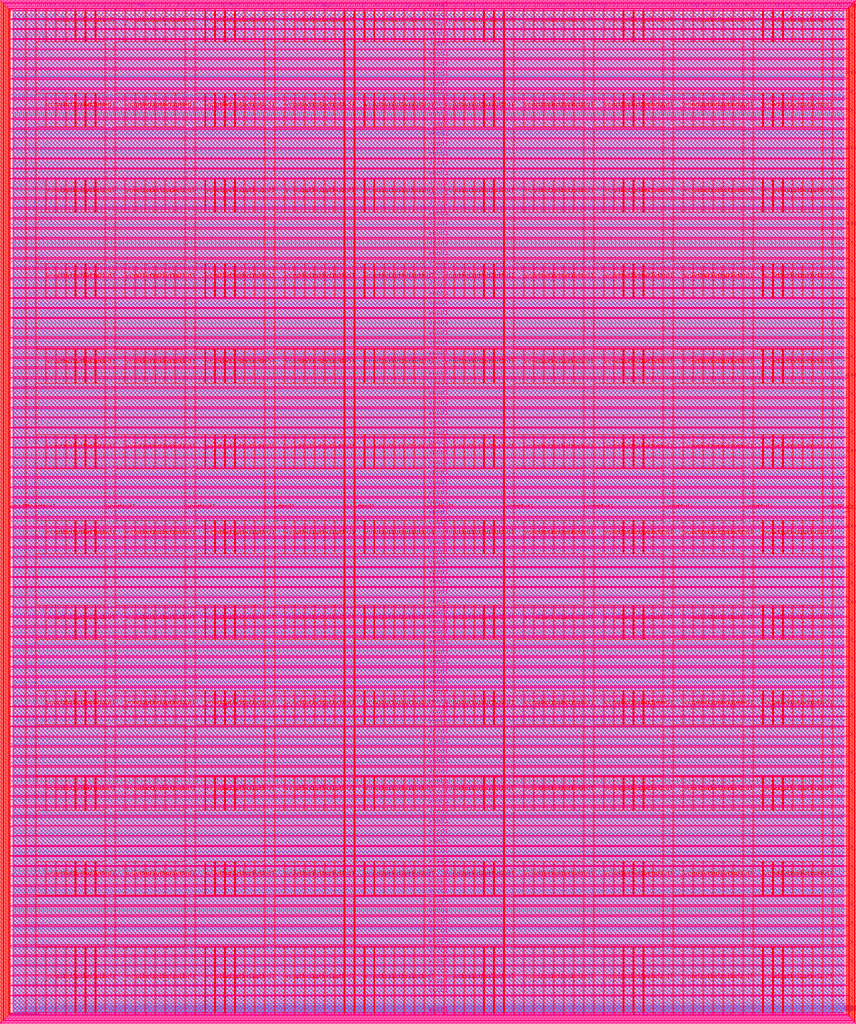
<source format=lef>
VERSION 5.7 ;
  NOWIREEXTENSIONATPIN ON ;
  DIVIDERCHAR "/" ;
  BUSBITCHARS "[]" ;
MACRO user_project_wrapper
  CLASS BLOCK ;
  FOREIGN user_project_wrapper ;
  ORIGIN 0.000 0.000 ;
  SIZE 2920.000 BY 3520.000 ;
  PIN analog_io[0]
    DIRECTION INOUT ;
    USE SIGNAL ;
    PORT
      LAYER met3 ;
        RECT 2917.600 1426.380 2924.800 1427.580 ;
    END
  END analog_io[0]
  PIN analog_io[10]
    DIRECTION INOUT ;
    USE SIGNAL ;
    PORT
      LAYER met2 ;
        RECT 2230.490 3517.600 2231.050 3524.800 ;
    END
  END analog_io[10]
  PIN analog_io[11]
    DIRECTION INOUT ;
    USE SIGNAL ;
    PORT
      LAYER met2 ;
        RECT 1905.730 3517.600 1906.290 3524.800 ;
    END
  END analog_io[11]
  PIN analog_io[12]
    DIRECTION INOUT ;
    USE SIGNAL ;
    PORT
      LAYER met2 ;
        RECT 1581.430 3517.600 1581.990 3524.800 ;
    END
  END analog_io[12]
  PIN analog_io[13]
    DIRECTION INOUT ;
    USE SIGNAL ;
    PORT
      LAYER met2 ;
        RECT 1257.130 3517.600 1257.690 3524.800 ;
    END
  END analog_io[13]
  PIN analog_io[14]
    DIRECTION INOUT ;
    USE SIGNAL ;
    PORT
      LAYER met2 ;
        RECT 932.370 3517.600 932.930 3524.800 ;
    END
  END analog_io[14]
  PIN analog_io[15]
    DIRECTION INOUT ;
    USE SIGNAL ;
    PORT
      LAYER met2 ;
        RECT 608.070 3517.600 608.630 3524.800 ;
    END
  END analog_io[15]
  PIN analog_io[16]
    DIRECTION INOUT ;
    USE SIGNAL ;
    PORT
      LAYER met2 ;
        RECT 283.770 3517.600 284.330 3524.800 ;
    END
  END analog_io[16]
  PIN analog_io[17]
    DIRECTION INOUT ;
    USE SIGNAL ;
    PORT
      LAYER met3 ;
        RECT -4.800 3486.100 2.400 3487.300 ;
    END
  END analog_io[17]
  PIN analog_io[18]
    DIRECTION INOUT ;
    USE SIGNAL ;
    PORT
      LAYER met3 ;
        RECT -4.800 3224.980 2.400 3226.180 ;
    END
  END analog_io[18]
  PIN analog_io[19]
    DIRECTION INOUT ;
    USE SIGNAL ;
    PORT
      LAYER met3 ;
        RECT -4.800 2964.540 2.400 2965.740 ;
    END
  END analog_io[19]
  PIN analog_io[1]
    DIRECTION INOUT ;
    USE SIGNAL ;
    PORT
      LAYER met3 ;
        RECT 2917.600 1692.260 2924.800 1693.460 ;
    END
  END analog_io[1]
  PIN analog_io[20]
    DIRECTION INOUT ;
    USE SIGNAL ;
    PORT
      LAYER met3 ;
        RECT -4.800 2703.420 2.400 2704.620 ;
    END
  END analog_io[20]
  PIN analog_io[21]
    DIRECTION INOUT ;
    USE SIGNAL ;
    PORT
      LAYER met3 ;
        RECT -4.800 2442.980 2.400 2444.180 ;
    END
  END analog_io[21]
  PIN analog_io[22]
    DIRECTION INOUT ;
    USE SIGNAL ;
    PORT
      LAYER met3 ;
        RECT -4.800 2182.540 2.400 2183.740 ;
    END
  END analog_io[22]
  PIN analog_io[23]
    DIRECTION INOUT ;
    USE SIGNAL ;
    PORT
      LAYER met3 ;
        RECT -4.800 1921.420 2.400 1922.620 ;
    END
  END analog_io[23]
  PIN analog_io[24]
    DIRECTION INOUT ;
    USE SIGNAL ;
    PORT
      LAYER met3 ;
        RECT -4.800 1660.980 2.400 1662.180 ;
    END
  END analog_io[24]
  PIN analog_io[25]
    DIRECTION INOUT ;
    USE SIGNAL ;
    PORT
      LAYER met3 ;
        RECT -4.800 1399.860 2.400 1401.060 ;
    END
  END analog_io[25]
  PIN analog_io[26]
    DIRECTION INOUT ;
    USE SIGNAL ;
    PORT
      LAYER met3 ;
        RECT -4.800 1139.420 2.400 1140.620 ;
    END
  END analog_io[26]
  PIN analog_io[27]
    DIRECTION INOUT ;
    USE SIGNAL ;
    PORT
      LAYER met3 ;
        RECT -4.800 878.980 2.400 880.180 ;
    END
  END analog_io[27]
  PIN analog_io[28]
    DIRECTION INOUT ;
    USE SIGNAL ;
    PORT
      LAYER met3 ;
        RECT -4.800 617.860 2.400 619.060 ;
    END
  END analog_io[28]
  PIN analog_io[2]
    DIRECTION INOUT ;
    USE SIGNAL ;
    PORT
      LAYER met3 ;
        RECT 2917.600 1958.140 2924.800 1959.340 ;
    END
  END analog_io[2]
  PIN analog_io[3]
    DIRECTION INOUT ;
    USE SIGNAL ;
    PORT
      LAYER met3 ;
        RECT 2917.600 2223.340 2924.800 2224.540 ;
    END
  END analog_io[3]
  PIN analog_io[4]
    DIRECTION INOUT ;
    USE SIGNAL ;
    PORT
      LAYER met3 ;
        RECT 2917.600 2489.220 2924.800 2490.420 ;
    END
  END analog_io[4]
  PIN analog_io[5]
    DIRECTION INOUT ;
    USE SIGNAL ;
    PORT
      LAYER met3 ;
        RECT 2917.600 2755.100 2924.800 2756.300 ;
    END
  END analog_io[5]
  PIN analog_io[6]
    DIRECTION INOUT ;
    USE SIGNAL ;
    PORT
      LAYER met3 ;
        RECT 2917.600 3020.300 2924.800 3021.500 ;
    END
  END analog_io[6]
  PIN analog_io[7]
    DIRECTION INOUT ;
    USE SIGNAL ;
    PORT
      LAYER met3 ;
        RECT 2917.600 3286.180 2924.800 3287.380 ;
    END
  END analog_io[7]
  PIN analog_io[8]
    DIRECTION INOUT ;
    USE SIGNAL ;
    PORT
      LAYER met2 ;
        RECT 2879.090 3517.600 2879.650 3524.800 ;
    END
  END analog_io[8]
  PIN analog_io[9]
    DIRECTION INOUT ;
    USE SIGNAL ;
    PORT
      LAYER met2 ;
        RECT 2554.790 3517.600 2555.350 3524.800 ;
    END
  END analog_io[9]
  PIN io_in[0]
    DIRECTION INPUT ;
    USE SIGNAL ;
    PORT
      LAYER met3 ;
        RECT 2917.600 32.380 2924.800 33.580 ;
    END
  END io_in[0]
  PIN io_in[10]
    DIRECTION INPUT ;
    USE SIGNAL ;
    PORT
      LAYER met3 ;
        RECT 2917.600 2289.980 2924.800 2291.180 ;
    END
  END io_in[10]
  PIN io_in[11]
    DIRECTION INPUT ;
    USE SIGNAL ;
    PORT
      LAYER met3 ;
        RECT 2917.600 2555.860 2924.800 2557.060 ;
    END
  END io_in[11]
  PIN io_in[12]
    DIRECTION INPUT ;
    USE SIGNAL ;
    PORT
      LAYER met3 ;
        RECT 2917.600 2821.060 2924.800 2822.260 ;
    END
  END io_in[12]
  PIN io_in[13]
    DIRECTION INPUT ;
    USE SIGNAL ;
    PORT
      LAYER met3 ;
        RECT 2917.600 3086.940 2924.800 3088.140 ;
    END
  END io_in[13]
  PIN io_in[14]
    DIRECTION INPUT ;
    USE SIGNAL ;
    PORT
      LAYER met3 ;
        RECT 2917.600 3352.820 2924.800 3354.020 ;
    END
  END io_in[14]
  PIN io_in[15]
    DIRECTION INPUT ;
    USE SIGNAL ;
    PORT
      LAYER met2 ;
        RECT 2798.130 3517.600 2798.690 3524.800 ;
    END
  END io_in[15]
  PIN io_in[16]
    DIRECTION INPUT ;
    USE SIGNAL ;
    PORT
      LAYER met2 ;
        RECT 2473.830 3517.600 2474.390 3524.800 ;
    END
  END io_in[16]
  PIN io_in[17]
    DIRECTION INPUT ;
    USE SIGNAL ;
    PORT
      LAYER met2 ;
        RECT 2149.070 3517.600 2149.630 3524.800 ;
    END
  END io_in[17]
  PIN io_in[18]
    DIRECTION INPUT ;
    USE SIGNAL ;
    PORT
      LAYER met2 ;
        RECT 1824.770 3517.600 1825.330 3524.800 ;
    END
  END io_in[18]
  PIN io_in[19]
    DIRECTION INPUT ;
    USE SIGNAL ;
    PORT
      LAYER met2 ;
        RECT 1500.470 3517.600 1501.030 3524.800 ;
    END
  END io_in[19]
  PIN io_in[1]
    DIRECTION INPUT ;
    USE SIGNAL ;
    PORT
      LAYER met3 ;
        RECT 2917.600 230.940 2924.800 232.140 ;
    END
  END io_in[1]
  PIN io_in[20]
    DIRECTION INPUT ;
    USE SIGNAL ;
    PORT
      LAYER met2 ;
        RECT 1175.710 3517.600 1176.270 3524.800 ;
    END
  END io_in[20]
  PIN io_in[21]
    DIRECTION INPUT ;
    USE SIGNAL ;
    PORT
      LAYER met2 ;
        RECT 851.410 3517.600 851.970 3524.800 ;
    END
  END io_in[21]
  PIN io_in[22]
    DIRECTION INPUT ;
    USE SIGNAL ;
    PORT
      LAYER met2 ;
        RECT 527.110 3517.600 527.670 3524.800 ;
    END
  END io_in[22]
  PIN io_in[23]
    DIRECTION INPUT ;
    USE SIGNAL ;
    PORT
      LAYER met2 ;
        RECT 202.350 3517.600 202.910 3524.800 ;
    END
  END io_in[23]
  PIN io_in[24]
    DIRECTION INPUT ;
    USE SIGNAL ;
    PORT
      LAYER met3 ;
        RECT -4.800 3420.820 2.400 3422.020 ;
    END
  END io_in[24]
  PIN io_in[25]
    DIRECTION INPUT ;
    USE SIGNAL ;
    PORT
      LAYER met3 ;
        RECT -4.800 3159.700 2.400 3160.900 ;
    END
  END io_in[25]
  PIN io_in[26]
    DIRECTION INPUT ;
    USE SIGNAL ;
    PORT
      LAYER met3 ;
        RECT -4.800 2899.260 2.400 2900.460 ;
    END
  END io_in[26]
  PIN io_in[27]
    DIRECTION INPUT ;
    USE SIGNAL ;
    PORT
      LAYER met3 ;
        RECT -4.800 2638.820 2.400 2640.020 ;
    END
  END io_in[27]
  PIN io_in[28]
    DIRECTION INPUT ;
    USE SIGNAL ;
    PORT
      LAYER met3 ;
        RECT -4.800 2377.700 2.400 2378.900 ;
    END
  END io_in[28]
  PIN io_in[29]
    DIRECTION INPUT ;
    USE SIGNAL ;
    PORT
      LAYER met3 ;
        RECT -4.800 2117.260 2.400 2118.460 ;
    END
  END io_in[29]
  PIN io_in[2]
    DIRECTION INPUT ;
    USE SIGNAL ;
    PORT
      LAYER met3 ;
        RECT 2917.600 430.180 2924.800 431.380 ;
    END
  END io_in[2]
  PIN io_in[30]
    DIRECTION INPUT ;
    USE SIGNAL ;
    PORT
      LAYER met3 ;
        RECT -4.800 1856.140 2.400 1857.340 ;
    END
  END io_in[30]
  PIN io_in[31]
    DIRECTION INPUT ;
    USE SIGNAL ;
    PORT
      LAYER met3 ;
        RECT -4.800 1595.700 2.400 1596.900 ;
    END
  END io_in[31]
  PIN io_in[32]
    DIRECTION INPUT ;
    USE SIGNAL ;
    PORT
      LAYER met3 ;
        RECT -4.800 1335.260 2.400 1336.460 ;
    END
  END io_in[32]
  PIN io_in[33]
    DIRECTION INPUT ;
    USE SIGNAL ;
    PORT
      LAYER met3 ;
        RECT -4.800 1074.140 2.400 1075.340 ;
    END
  END io_in[33]
  PIN io_in[34]
    DIRECTION INPUT ;
    USE SIGNAL ;
    PORT
      LAYER met3 ;
        RECT -4.800 813.700 2.400 814.900 ;
    END
  END io_in[34]
  PIN io_in[35]
    DIRECTION INPUT ;
    USE SIGNAL ;
    PORT
      LAYER met3 ;
        RECT -4.800 552.580 2.400 553.780 ;
    END
  END io_in[35]
  PIN io_in[36]
    DIRECTION INPUT ;
    USE SIGNAL ;
    PORT
      LAYER met3 ;
        RECT -4.800 357.420 2.400 358.620 ;
    END
  END io_in[36]
  PIN io_in[37]
    DIRECTION INPUT ;
    USE SIGNAL ;
    PORT
      LAYER met3 ;
        RECT -4.800 161.580 2.400 162.780 ;
    END
  END io_in[37]
  PIN io_in[3]
    DIRECTION INPUT ;
    USE SIGNAL ;
    PORT
      LAYER met3 ;
        RECT 2917.600 629.420 2924.800 630.620 ;
    END
  END io_in[3]
  PIN io_in[4]
    DIRECTION INPUT ;
    USE SIGNAL ;
    PORT
      LAYER met3 ;
        RECT 2917.600 828.660 2924.800 829.860 ;
    END
  END io_in[4]
  PIN io_in[5]
    DIRECTION INPUT ;
    USE SIGNAL ;
    PORT
      LAYER met3 ;
        RECT 2917.600 1027.900 2924.800 1029.100 ;
    END
  END io_in[5]
  PIN io_in[6]
    DIRECTION INPUT ;
    USE SIGNAL ;
    PORT
      LAYER met3 ;
        RECT 2917.600 1227.140 2924.800 1228.340 ;
    END
  END io_in[6]
  PIN io_in[7]
    DIRECTION INPUT ;
    USE SIGNAL ;
    PORT
      LAYER met3 ;
        RECT 2917.600 1493.020 2924.800 1494.220 ;
    END
  END io_in[7]
  PIN io_in[8]
    DIRECTION INPUT ;
    USE SIGNAL ;
    PORT
      LAYER met3 ;
        RECT 2917.600 1758.900 2924.800 1760.100 ;
    END
  END io_in[8]
  PIN io_in[9]
    DIRECTION INPUT ;
    USE SIGNAL ;
    PORT
      LAYER met3 ;
        RECT 2917.600 2024.100 2924.800 2025.300 ;
    END
  END io_in[9]
  PIN io_oeb[0]
    DIRECTION OUTPUT TRISTATE ;
    USE SIGNAL ;
    PORT
      LAYER met3 ;
        RECT 2917.600 164.980 2924.800 166.180 ;
    END
  END io_oeb[0]
  PIN io_oeb[10]
    DIRECTION OUTPUT TRISTATE ;
    USE SIGNAL ;
    PORT
      LAYER met3 ;
        RECT 2917.600 2422.580 2924.800 2423.780 ;
    END
  END io_oeb[10]
  PIN io_oeb[11]
    DIRECTION OUTPUT TRISTATE ;
    USE SIGNAL ;
    PORT
      LAYER met3 ;
        RECT 2917.600 2688.460 2924.800 2689.660 ;
    END
  END io_oeb[11]
  PIN io_oeb[12]
    DIRECTION OUTPUT TRISTATE ;
    USE SIGNAL ;
    PORT
      LAYER met3 ;
        RECT 2917.600 2954.340 2924.800 2955.540 ;
    END
  END io_oeb[12]
  PIN io_oeb[13]
    DIRECTION OUTPUT TRISTATE ;
    USE SIGNAL ;
    PORT
      LAYER met3 ;
        RECT 2917.600 3219.540 2924.800 3220.740 ;
    END
  END io_oeb[13]
  PIN io_oeb[14]
    DIRECTION OUTPUT TRISTATE ;
    USE SIGNAL ;
    PORT
      LAYER met3 ;
        RECT 2917.600 3485.420 2924.800 3486.620 ;
    END
  END io_oeb[14]
  PIN io_oeb[15]
    DIRECTION OUTPUT TRISTATE ;
    USE SIGNAL ;
    PORT
      LAYER met2 ;
        RECT 2635.750 3517.600 2636.310 3524.800 ;
    END
  END io_oeb[15]
  PIN io_oeb[16]
    DIRECTION OUTPUT TRISTATE ;
    USE SIGNAL ;
    PORT
      LAYER met2 ;
        RECT 2311.450 3517.600 2312.010 3524.800 ;
    END
  END io_oeb[16]
  PIN io_oeb[17]
    DIRECTION OUTPUT TRISTATE ;
    USE SIGNAL ;
    PORT
      LAYER met2 ;
        RECT 1987.150 3517.600 1987.710 3524.800 ;
    END
  END io_oeb[17]
  PIN io_oeb[18]
    DIRECTION OUTPUT TRISTATE ;
    USE SIGNAL ;
    PORT
      LAYER met2 ;
        RECT 1662.390 3517.600 1662.950 3524.800 ;
    END
  END io_oeb[18]
  PIN io_oeb[19]
    DIRECTION OUTPUT TRISTATE ;
    USE SIGNAL ;
    PORT
      LAYER met2 ;
        RECT 1338.090 3517.600 1338.650 3524.800 ;
    END
  END io_oeb[19]
  PIN io_oeb[1]
    DIRECTION OUTPUT TRISTATE ;
    USE SIGNAL ;
    PORT
      LAYER met3 ;
        RECT 2917.600 364.220 2924.800 365.420 ;
    END
  END io_oeb[1]
  PIN io_oeb[20]
    DIRECTION OUTPUT TRISTATE ;
    USE SIGNAL ;
    PORT
      LAYER met2 ;
        RECT 1013.790 3517.600 1014.350 3524.800 ;
    END
  END io_oeb[20]
  PIN io_oeb[21]
    DIRECTION OUTPUT TRISTATE ;
    USE SIGNAL ;
    PORT
      LAYER met2 ;
        RECT 689.030 3517.600 689.590 3524.800 ;
    END
  END io_oeb[21]
  PIN io_oeb[22]
    DIRECTION OUTPUT TRISTATE ;
    USE SIGNAL ;
    PORT
      LAYER met2 ;
        RECT 364.730 3517.600 365.290 3524.800 ;
    END
  END io_oeb[22]
  PIN io_oeb[23]
    DIRECTION OUTPUT TRISTATE ;
    USE SIGNAL ;
    PORT
      LAYER met2 ;
        RECT 40.430 3517.600 40.990 3524.800 ;
    END
  END io_oeb[23]
  PIN io_oeb[24]
    DIRECTION OUTPUT TRISTATE ;
    USE SIGNAL ;
    PORT
      LAYER met3 ;
        RECT -4.800 3290.260 2.400 3291.460 ;
    END
  END io_oeb[24]
  PIN io_oeb[25]
    DIRECTION OUTPUT TRISTATE ;
    USE SIGNAL ;
    PORT
      LAYER met3 ;
        RECT -4.800 3029.820 2.400 3031.020 ;
    END
  END io_oeb[25]
  PIN io_oeb[26]
    DIRECTION OUTPUT TRISTATE ;
    USE SIGNAL ;
    PORT
      LAYER met3 ;
        RECT -4.800 2768.700 2.400 2769.900 ;
    END
  END io_oeb[26]
  PIN io_oeb[27]
    DIRECTION OUTPUT TRISTATE ;
    USE SIGNAL ;
    PORT
      LAYER met3 ;
        RECT -4.800 2508.260 2.400 2509.460 ;
    END
  END io_oeb[27]
  PIN io_oeb[28]
    DIRECTION OUTPUT TRISTATE ;
    USE SIGNAL ;
    PORT
      LAYER met3 ;
        RECT -4.800 2247.140 2.400 2248.340 ;
    END
  END io_oeb[28]
  PIN io_oeb[29]
    DIRECTION OUTPUT TRISTATE ;
    USE SIGNAL ;
    PORT
      LAYER met3 ;
        RECT -4.800 1986.700 2.400 1987.900 ;
    END
  END io_oeb[29]
  PIN io_oeb[2]
    DIRECTION OUTPUT TRISTATE ;
    USE SIGNAL ;
    PORT
      LAYER met3 ;
        RECT 2917.600 563.460 2924.800 564.660 ;
    END
  END io_oeb[2]
  PIN io_oeb[30]
    DIRECTION OUTPUT TRISTATE ;
    USE SIGNAL ;
    PORT
      LAYER met3 ;
        RECT -4.800 1726.260 2.400 1727.460 ;
    END
  END io_oeb[30]
  PIN io_oeb[31]
    DIRECTION OUTPUT TRISTATE ;
    USE SIGNAL ;
    PORT
      LAYER met3 ;
        RECT -4.800 1465.140 2.400 1466.340 ;
    END
  END io_oeb[31]
  PIN io_oeb[32]
    DIRECTION OUTPUT TRISTATE ;
    USE SIGNAL ;
    PORT
      LAYER met3 ;
        RECT -4.800 1204.700 2.400 1205.900 ;
    END
  END io_oeb[32]
  PIN io_oeb[33]
    DIRECTION OUTPUT TRISTATE ;
    USE SIGNAL ;
    PORT
      LAYER met3 ;
        RECT -4.800 943.580 2.400 944.780 ;
    END
  END io_oeb[33]
  PIN io_oeb[34]
    DIRECTION OUTPUT TRISTATE ;
    USE SIGNAL ;
    PORT
      LAYER met3 ;
        RECT -4.800 683.140 2.400 684.340 ;
    END
  END io_oeb[34]
  PIN io_oeb[35]
    DIRECTION OUTPUT TRISTATE ;
    USE SIGNAL ;
    PORT
      LAYER met3 ;
        RECT -4.800 422.700 2.400 423.900 ;
    END
  END io_oeb[35]
  PIN io_oeb[36]
    DIRECTION OUTPUT TRISTATE ;
    USE SIGNAL ;
    PORT
      LAYER met3 ;
        RECT -4.800 226.860 2.400 228.060 ;
    END
  END io_oeb[36]
  PIN io_oeb[37]
    DIRECTION OUTPUT TRISTATE ;
    USE SIGNAL ;
    PORT
      LAYER met3 ;
        RECT -4.800 31.700 2.400 32.900 ;
    END
  END io_oeb[37]
  PIN io_oeb[3]
    DIRECTION OUTPUT TRISTATE ;
    USE SIGNAL ;
    PORT
      LAYER met3 ;
        RECT 2917.600 762.700 2924.800 763.900 ;
    END
  END io_oeb[3]
  PIN io_oeb[4]
    DIRECTION OUTPUT TRISTATE ;
    USE SIGNAL ;
    PORT
      LAYER met3 ;
        RECT 2917.600 961.940 2924.800 963.140 ;
    END
  END io_oeb[4]
  PIN io_oeb[5]
    DIRECTION OUTPUT TRISTATE ;
    USE SIGNAL ;
    PORT
      LAYER met3 ;
        RECT 2917.600 1161.180 2924.800 1162.380 ;
    END
  END io_oeb[5]
  PIN io_oeb[6]
    DIRECTION OUTPUT TRISTATE ;
    USE SIGNAL ;
    PORT
      LAYER met3 ;
        RECT 2917.600 1360.420 2924.800 1361.620 ;
    END
  END io_oeb[6]
  PIN io_oeb[7]
    DIRECTION OUTPUT TRISTATE ;
    USE SIGNAL ;
    PORT
      LAYER met3 ;
        RECT 2917.600 1625.620 2924.800 1626.820 ;
    END
  END io_oeb[7]
  PIN io_oeb[8]
    DIRECTION OUTPUT TRISTATE ;
    USE SIGNAL ;
    PORT
      LAYER met3 ;
        RECT 2917.600 1891.500 2924.800 1892.700 ;
    END
  END io_oeb[8]
  PIN io_oeb[9]
    DIRECTION OUTPUT TRISTATE ;
    USE SIGNAL ;
    PORT
      LAYER met3 ;
        RECT 2917.600 2157.380 2924.800 2158.580 ;
    END
  END io_oeb[9]
  PIN io_out[0]
    DIRECTION OUTPUT TRISTATE ;
    USE SIGNAL ;
    PORT
      LAYER met3 ;
        RECT 2917.600 98.340 2924.800 99.540 ;
    END
  END io_out[0]
  PIN io_out[10]
    DIRECTION OUTPUT TRISTATE ;
    USE SIGNAL ;
    PORT
      LAYER met3 ;
        RECT 2917.600 2356.620 2924.800 2357.820 ;
    END
  END io_out[10]
  PIN io_out[11]
    DIRECTION OUTPUT TRISTATE ;
    USE SIGNAL ;
    PORT
      LAYER met3 ;
        RECT 2917.600 2621.820 2924.800 2623.020 ;
    END
  END io_out[11]
  PIN io_out[12]
    DIRECTION OUTPUT TRISTATE ;
    USE SIGNAL ;
    PORT
      LAYER met3 ;
        RECT 2917.600 2887.700 2924.800 2888.900 ;
    END
  END io_out[12]
  PIN io_out[13]
    DIRECTION OUTPUT TRISTATE ;
    USE SIGNAL ;
    PORT
      LAYER met3 ;
        RECT 2917.600 3153.580 2924.800 3154.780 ;
    END
  END io_out[13]
  PIN io_out[14]
    DIRECTION OUTPUT TRISTATE ;
    USE SIGNAL ;
    PORT
      LAYER met3 ;
        RECT 2917.600 3418.780 2924.800 3419.980 ;
    END
  END io_out[14]
  PIN io_out[15]
    DIRECTION OUTPUT TRISTATE ;
    USE SIGNAL ;
    PORT
      LAYER met2 ;
        RECT 2717.170 3517.600 2717.730 3524.800 ;
    END
  END io_out[15]
  PIN io_out[16]
    DIRECTION OUTPUT TRISTATE ;
    USE SIGNAL ;
    PORT
      LAYER met2 ;
        RECT 2392.410 3517.600 2392.970 3524.800 ;
    END
  END io_out[16]
  PIN io_out[17]
    DIRECTION OUTPUT TRISTATE ;
    USE SIGNAL ;
    PORT
      LAYER met2 ;
        RECT 2068.110 3517.600 2068.670 3524.800 ;
    END
  END io_out[17]
  PIN io_out[18]
    DIRECTION OUTPUT TRISTATE ;
    USE SIGNAL ;
    PORT
      LAYER met2 ;
        RECT 1743.810 3517.600 1744.370 3524.800 ;
    END
  END io_out[18]
  PIN io_out[19]
    DIRECTION OUTPUT TRISTATE ;
    USE SIGNAL ;
    PORT
      LAYER met2 ;
        RECT 1419.050 3517.600 1419.610 3524.800 ;
    END
  END io_out[19]
  PIN io_out[1]
    DIRECTION OUTPUT TRISTATE ;
    USE SIGNAL ;
    PORT
      LAYER met3 ;
        RECT 2917.600 297.580 2924.800 298.780 ;
    END
  END io_out[1]
  PIN io_out[20]
    DIRECTION OUTPUT TRISTATE ;
    USE SIGNAL ;
    PORT
      LAYER met2 ;
        RECT 1094.750 3517.600 1095.310 3524.800 ;
    END
  END io_out[20]
  PIN io_out[21]
    DIRECTION OUTPUT TRISTATE ;
    USE SIGNAL ;
    PORT
      LAYER met2 ;
        RECT 770.450 3517.600 771.010 3524.800 ;
    END
  END io_out[21]
  PIN io_out[22]
    DIRECTION OUTPUT TRISTATE ;
    USE SIGNAL ;
    PORT
      LAYER met2 ;
        RECT 445.690 3517.600 446.250 3524.800 ;
    END
  END io_out[22]
  PIN io_out[23]
    DIRECTION OUTPUT TRISTATE ;
    USE SIGNAL ;
    PORT
      LAYER met2 ;
        RECT 121.390 3517.600 121.950 3524.800 ;
    END
  END io_out[23]
  PIN io_out[24]
    DIRECTION OUTPUT TRISTATE ;
    USE SIGNAL ;
    PORT
      LAYER met3 ;
        RECT -4.800 3355.540 2.400 3356.740 ;
    END
  END io_out[24]
  PIN io_out[25]
    DIRECTION OUTPUT TRISTATE ;
    USE SIGNAL ;
    PORT
      LAYER met3 ;
        RECT -4.800 3095.100 2.400 3096.300 ;
    END
  END io_out[25]
  PIN io_out[26]
    DIRECTION OUTPUT TRISTATE ;
    USE SIGNAL ;
    PORT
      LAYER met3 ;
        RECT -4.800 2833.980 2.400 2835.180 ;
    END
  END io_out[26]
  PIN io_out[27]
    DIRECTION OUTPUT TRISTATE ;
    USE SIGNAL ;
    PORT
      LAYER met3 ;
        RECT -4.800 2573.540 2.400 2574.740 ;
    END
  END io_out[27]
  PIN io_out[28]
    DIRECTION OUTPUT TRISTATE ;
    USE SIGNAL ;
    PORT
      LAYER met3 ;
        RECT -4.800 2312.420 2.400 2313.620 ;
    END
  END io_out[28]
  PIN io_out[29]
    DIRECTION OUTPUT TRISTATE ;
    USE SIGNAL ;
    PORT
      LAYER met3 ;
        RECT -4.800 2051.980 2.400 2053.180 ;
    END
  END io_out[29]
  PIN io_out[2]
    DIRECTION OUTPUT TRISTATE ;
    USE SIGNAL ;
    PORT
      LAYER met3 ;
        RECT 2917.600 496.820 2924.800 498.020 ;
    END
  END io_out[2]
  PIN io_out[30]
    DIRECTION OUTPUT TRISTATE ;
    USE SIGNAL ;
    PORT
      LAYER met3 ;
        RECT -4.800 1791.540 2.400 1792.740 ;
    END
  END io_out[30]
  PIN io_out[31]
    DIRECTION OUTPUT TRISTATE ;
    USE SIGNAL ;
    PORT
      LAYER met3 ;
        RECT -4.800 1530.420 2.400 1531.620 ;
    END
  END io_out[31]
  PIN io_out[32]
    DIRECTION OUTPUT TRISTATE ;
    USE SIGNAL ;
    PORT
      LAYER met3 ;
        RECT -4.800 1269.980 2.400 1271.180 ;
    END
  END io_out[32]
  PIN io_out[33]
    DIRECTION OUTPUT TRISTATE ;
    USE SIGNAL ;
    PORT
      LAYER met3 ;
        RECT -4.800 1008.860 2.400 1010.060 ;
    END
  END io_out[33]
  PIN io_out[34]
    DIRECTION OUTPUT TRISTATE ;
    USE SIGNAL ;
    PORT
      LAYER met3 ;
        RECT -4.800 748.420 2.400 749.620 ;
    END
  END io_out[34]
  PIN io_out[35]
    DIRECTION OUTPUT TRISTATE ;
    USE SIGNAL ;
    PORT
      LAYER met3 ;
        RECT -4.800 487.300 2.400 488.500 ;
    END
  END io_out[35]
  PIN io_out[36]
    DIRECTION OUTPUT TRISTATE ;
    USE SIGNAL ;
    PORT
      LAYER met3 ;
        RECT -4.800 292.140 2.400 293.340 ;
    END
  END io_out[36]
  PIN io_out[37]
    DIRECTION OUTPUT TRISTATE ;
    USE SIGNAL ;
    PORT
      LAYER met3 ;
        RECT -4.800 96.300 2.400 97.500 ;
    END
  END io_out[37]
  PIN io_out[3]
    DIRECTION OUTPUT TRISTATE ;
    USE SIGNAL ;
    PORT
      LAYER met3 ;
        RECT 2917.600 696.060 2924.800 697.260 ;
    END
  END io_out[3]
  PIN io_out[4]
    DIRECTION OUTPUT TRISTATE ;
    USE SIGNAL ;
    PORT
      LAYER met3 ;
        RECT 2917.600 895.300 2924.800 896.500 ;
    END
  END io_out[4]
  PIN io_out[5]
    DIRECTION OUTPUT TRISTATE ;
    USE SIGNAL ;
    PORT
      LAYER met3 ;
        RECT 2917.600 1094.540 2924.800 1095.740 ;
    END
  END io_out[5]
  PIN io_out[6]
    DIRECTION OUTPUT TRISTATE ;
    USE SIGNAL ;
    PORT
      LAYER met3 ;
        RECT 2917.600 1293.780 2924.800 1294.980 ;
    END
  END io_out[6]
  PIN io_out[7]
    DIRECTION OUTPUT TRISTATE ;
    USE SIGNAL ;
    PORT
      LAYER met3 ;
        RECT 2917.600 1559.660 2924.800 1560.860 ;
    END
  END io_out[7]
  PIN io_out[8]
    DIRECTION OUTPUT TRISTATE ;
    USE SIGNAL ;
    PORT
      LAYER met3 ;
        RECT 2917.600 1824.860 2924.800 1826.060 ;
    END
  END io_out[8]
  PIN io_out[9]
    DIRECTION OUTPUT TRISTATE ;
    USE SIGNAL ;
    PORT
      LAYER met3 ;
        RECT 2917.600 2090.740 2924.800 2091.940 ;
    END
  END io_out[9]
  PIN la_data_in[0]
    DIRECTION INPUT ;
    USE SIGNAL ;
    PORT
      LAYER met2 ;
        RECT 629.230 -4.800 629.790 2.400 ;
    END
  END la_data_in[0]
  PIN la_data_in[100]
    DIRECTION INPUT ;
    USE SIGNAL ;
    PORT
      LAYER met2 ;
        RECT 2402.530 -4.800 2403.090 2.400 ;
    END
  END la_data_in[100]
  PIN la_data_in[101]
    DIRECTION INPUT ;
    USE SIGNAL ;
    PORT
      LAYER met2 ;
        RECT 2420.010 -4.800 2420.570 2.400 ;
    END
  END la_data_in[101]
  PIN la_data_in[102]
    DIRECTION INPUT ;
    USE SIGNAL ;
    PORT
      LAYER met2 ;
        RECT 2437.950 -4.800 2438.510 2.400 ;
    END
  END la_data_in[102]
  PIN la_data_in[103]
    DIRECTION INPUT ;
    USE SIGNAL ;
    PORT
      LAYER met2 ;
        RECT 2455.430 -4.800 2455.990 2.400 ;
    END
  END la_data_in[103]
  PIN la_data_in[104]
    DIRECTION INPUT ;
    USE SIGNAL ;
    PORT
      LAYER met2 ;
        RECT 2473.370 -4.800 2473.930 2.400 ;
    END
  END la_data_in[104]
  PIN la_data_in[105]
    DIRECTION INPUT ;
    USE SIGNAL ;
    PORT
      LAYER met2 ;
        RECT 2490.850 -4.800 2491.410 2.400 ;
    END
  END la_data_in[105]
  PIN la_data_in[106]
    DIRECTION INPUT ;
    USE SIGNAL ;
    PORT
      LAYER met2 ;
        RECT 2508.790 -4.800 2509.350 2.400 ;
    END
  END la_data_in[106]
  PIN la_data_in[107]
    DIRECTION INPUT ;
    USE SIGNAL ;
    PORT
      LAYER met2 ;
        RECT 2526.730 -4.800 2527.290 2.400 ;
    END
  END la_data_in[107]
  PIN la_data_in[108]
    DIRECTION INPUT ;
    USE SIGNAL ;
    PORT
      LAYER met2 ;
        RECT 2544.210 -4.800 2544.770 2.400 ;
    END
  END la_data_in[108]
  PIN la_data_in[109]
    DIRECTION INPUT ;
    USE SIGNAL ;
    PORT
      LAYER met2 ;
        RECT 2562.150 -4.800 2562.710 2.400 ;
    END
  END la_data_in[109]
  PIN la_data_in[10]
    DIRECTION INPUT ;
    USE SIGNAL ;
    PORT
      LAYER met2 ;
        RECT 806.330 -4.800 806.890 2.400 ;
    END
  END la_data_in[10]
  PIN la_data_in[110]
    DIRECTION INPUT ;
    USE SIGNAL ;
    PORT
      LAYER met2 ;
        RECT 2579.630 -4.800 2580.190 2.400 ;
    END
  END la_data_in[110]
  PIN la_data_in[111]
    DIRECTION INPUT ;
    USE SIGNAL ;
    PORT
      LAYER met2 ;
        RECT 2597.570 -4.800 2598.130 2.400 ;
    END
  END la_data_in[111]
  PIN la_data_in[112]
    DIRECTION INPUT ;
    USE SIGNAL ;
    PORT
      LAYER met2 ;
        RECT 2615.050 -4.800 2615.610 2.400 ;
    END
  END la_data_in[112]
  PIN la_data_in[113]
    DIRECTION INPUT ;
    USE SIGNAL ;
    PORT
      LAYER met2 ;
        RECT 2632.990 -4.800 2633.550 2.400 ;
    END
  END la_data_in[113]
  PIN la_data_in[114]
    DIRECTION INPUT ;
    USE SIGNAL ;
    PORT
      LAYER met2 ;
        RECT 2650.470 -4.800 2651.030 2.400 ;
    END
  END la_data_in[114]
  PIN la_data_in[115]
    DIRECTION INPUT ;
    USE SIGNAL ;
    PORT
      LAYER met2 ;
        RECT 2668.410 -4.800 2668.970 2.400 ;
    END
  END la_data_in[115]
  PIN la_data_in[116]
    DIRECTION INPUT ;
    USE SIGNAL ;
    PORT
      LAYER met2 ;
        RECT 2685.890 -4.800 2686.450 2.400 ;
    END
  END la_data_in[116]
  PIN la_data_in[117]
    DIRECTION INPUT ;
    USE SIGNAL ;
    PORT
      LAYER met2 ;
        RECT 2703.830 -4.800 2704.390 2.400 ;
    END
  END la_data_in[117]
  PIN la_data_in[118]
    DIRECTION INPUT ;
    USE SIGNAL ;
    PORT
      LAYER met2 ;
        RECT 2721.770 -4.800 2722.330 2.400 ;
    END
  END la_data_in[118]
  PIN la_data_in[119]
    DIRECTION INPUT ;
    USE SIGNAL ;
    PORT
      LAYER met2 ;
        RECT 2739.250 -4.800 2739.810 2.400 ;
    END
  END la_data_in[119]
  PIN la_data_in[11]
    DIRECTION INPUT ;
    USE SIGNAL ;
    PORT
      LAYER met2 ;
        RECT 824.270 -4.800 824.830 2.400 ;
    END
  END la_data_in[11]
  PIN la_data_in[120]
    DIRECTION INPUT ;
    USE SIGNAL ;
    PORT
      LAYER met2 ;
        RECT 2757.190 -4.800 2757.750 2.400 ;
    END
  END la_data_in[120]
  PIN la_data_in[121]
    DIRECTION INPUT ;
    USE SIGNAL ;
    PORT
      LAYER met2 ;
        RECT 2774.670 -4.800 2775.230 2.400 ;
    END
  END la_data_in[121]
  PIN la_data_in[122]
    DIRECTION INPUT ;
    USE SIGNAL ;
    PORT
      LAYER met2 ;
        RECT 2792.610 -4.800 2793.170 2.400 ;
    END
  END la_data_in[122]
  PIN la_data_in[123]
    DIRECTION INPUT ;
    USE SIGNAL ;
    PORT
      LAYER met2 ;
        RECT 2810.090 -4.800 2810.650 2.400 ;
    END
  END la_data_in[123]
  PIN la_data_in[124]
    DIRECTION INPUT ;
    USE SIGNAL ;
    PORT
      LAYER met2 ;
        RECT 2828.030 -4.800 2828.590 2.400 ;
    END
  END la_data_in[124]
  PIN la_data_in[125]
    DIRECTION INPUT ;
    USE SIGNAL ;
    PORT
      LAYER met2 ;
        RECT 2845.510 -4.800 2846.070 2.400 ;
    END
  END la_data_in[125]
  PIN la_data_in[126]
    DIRECTION INPUT ;
    USE SIGNAL ;
    PORT
      LAYER met2 ;
        RECT 2863.450 -4.800 2864.010 2.400 ;
    END
  END la_data_in[126]
  PIN la_data_in[127]
    DIRECTION INPUT ;
    USE SIGNAL ;
    PORT
      LAYER met2 ;
        RECT 2881.390 -4.800 2881.950 2.400 ;
    END
  END la_data_in[127]
  PIN la_data_in[12]
    DIRECTION INPUT ;
    USE SIGNAL ;
    PORT
      LAYER met2 ;
        RECT 841.750 -4.800 842.310 2.400 ;
    END
  END la_data_in[12]
  PIN la_data_in[13]
    DIRECTION INPUT ;
    USE SIGNAL ;
    PORT
      LAYER met2 ;
        RECT 859.690 -4.800 860.250 2.400 ;
    END
  END la_data_in[13]
  PIN la_data_in[14]
    DIRECTION INPUT ;
    USE SIGNAL ;
    PORT
      LAYER met2 ;
        RECT 877.170 -4.800 877.730 2.400 ;
    END
  END la_data_in[14]
  PIN la_data_in[15]
    DIRECTION INPUT ;
    USE SIGNAL ;
    PORT
      LAYER met2 ;
        RECT 895.110 -4.800 895.670 2.400 ;
    END
  END la_data_in[15]
  PIN la_data_in[16]
    DIRECTION INPUT ;
    USE SIGNAL ;
    PORT
      LAYER met2 ;
        RECT 912.590 -4.800 913.150 2.400 ;
    END
  END la_data_in[16]
  PIN la_data_in[17]
    DIRECTION INPUT ;
    USE SIGNAL ;
    PORT
      LAYER met2 ;
        RECT 930.530 -4.800 931.090 2.400 ;
    END
  END la_data_in[17]
  PIN la_data_in[18]
    DIRECTION INPUT ;
    USE SIGNAL ;
    PORT
      LAYER met2 ;
        RECT 948.470 -4.800 949.030 2.400 ;
    END
  END la_data_in[18]
  PIN la_data_in[19]
    DIRECTION INPUT ;
    USE SIGNAL ;
    PORT
      LAYER met2 ;
        RECT 965.950 -4.800 966.510 2.400 ;
    END
  END la_data_in[19]
  PIN la_data_in[1]
    DIRECTION INPUT ;
    USE SIGNAL ;
    PORT
      LAYER met2 ;
        RECT 646.710 -4.800 647.270 2.400 ;
    END
  END la_data_in[1]
  PIN la_data_in[20]
    DIRECTION INPUT ;
    USE SIGNAL ;
    PORT
      LAYER met2 ;
        RECT 983.890 -4.800 984.450 2.400 ;
    END
  END la_data_in[20]
  PIN la_data_in[21]
    DIRECTION INPUT ;
    USE SIGNAL ;
    PORT
      LAYER met2 ;
        RECT 1001.370 -4.800 1001.930 2.400 ;
    END
  END la_data_in[21]
  PIN la_data_in[22]
    DIRECTION INPUT ;
    USE SIGNAL ;
    PORT
      LAYER met2 ;
        RECT 1019.310 -4.800 1019.870 2.400 ;
    END
  END la_data_in[22]
  PIN la_data_in[23]
    DIRECTION INPUT ;
    USE SIGNAL ;
    PORT
      LAYER met2 ;
        RECT 1036.790 -4.800 1037.350 2.400 ;
    END
  END la_data_in[23]
  PIN la_data_in[24]
    DIRECTION INPUT ;
    USE SIGNAL ;
    PORT
      LAYER met2 ;
        RECT 1054.730 -4.800 1055.290 2.400 ;
    END
  END la_data_in[24]
  PIN la_data_in[25]
    DIRECTION INPUT ;
    USE SIGNAL ;
    PORT
      LAYER met2 ;
        RECT 1072.210 -4.800 1072.770 2.400 ;
    END
  END la_data_in[25]
  PIN la_data_in[26]
    DIRECTION INPUT ;
    USE SIGNAL ;
    PORT
      LAYER met2 ;
        RECT 1090.150 -4.800 1090.710 2.400 ;
    END
  END la_data_in[26]
  PIN la_data_in[27]
    DIRECTION INPUT ;
    USE SIGNAL ;
    PORT
      LAYER met2 ;
        RECT 1107.630 -4.800 1108.190 2.400 ;
    END
  END la_data_in[27]
  PIN la_data_in[28]
    DIRECTION INPUT ;
    USE SIGNAL ;
    PORT
      LAYER met2 ;
        RECT 1125.570 -4.800 1126.130 2.400 ;
    END
  END la_data_in[28]
  PIN la_data_in[29]
    DIRECTION INPUT ;
    USE SIGNAL ;
    PORT
      LAYER met2 ;
        RECT 1143.510 -4.800 1144.070 2.400 ;
    END
  END la_data_in[29]
  PIN la_data_in[2]
    DIRECTION INPUT ;
    USE SIGNAL ;
    PORT
      LAYER met2 ;
        RECT 664.650 -4.800 665.210 2.400 ;
    END
  END la_data_in[2]
  PIN la_data_in[30]
    DIRECTION INPUT ;
    USE SIGNAL ;
    PORT
      LAYER met2 ;
        RECT 1160.990 -4.800 1161.550 2.400 ;
    END
  END la_data_in[30]
  PIN la_data_in[31]
    DIRECTION INPUT ;
    USE SIGNAL ;
    PORT
      LAYER met2 ;
        RECT 1178.930 -4.800 1179.490 2.400 ;
    END
  END la_data_in[31]
  PIN la_data_in[32]
    DIRECTION INPUT ;
    USE SIGNAL ;
    PORT
      LAYER met2 ;
        RECT 1196.410 -4.800 1196.970 2.400 ;
    END
  END la_data_in[32]
  PIN la_data_in[33]
    DIRECTION INPUT ;
    USE SIGNAL ;
    PORT
      LAYER met2 ;
        RECT 1214.350 -4.800 1214.910 2.400 ;
    END
  END la_data_in[33]
  PIN la_data_in[34]
    DIRECTION INPUT ;
    USE SIGNAL ;
    PORT
      LAYER met2 ;
        RECT 1231.830 -4.800 1232.390 2.400 ;
    END
  END la_data_in[34]
  PIN la_data_in[35]
    DIRECTION INPUT ;
    USE SIGNAL ;
    PORT
      LAYER met2 ;
        RECT 1249.770 -4.800 1250.330 2.400 ;
    END
  END la_data_in[35]
  PIN la_data_in[36]
    DIRECTION INPUT ;
    USE SIGNAL ;
    PORT
      LAYER met2 ;
        RECT 1267.250 -4.800 1267.810 2.400 ;
    END
  END la_data_in[36]
  PIN la_data_in[37]
    DIRECTION INPUT ;
    USE SIGNAL ;
    PORT
      LAYER met2 ;
        RECT 1285.190 -4.800 1285.750 2.400 ;
    END
  END la_data_in[37]
  PIN la_data_in[38]
    DIRECTION INPUT ;
    USE SIGNAL ;
    PORT
      LAYER met2 ;
        RECT 1303.130 -4.800 1303.690 2.400 ;
    END
  END la_data_in[38]
  PIN la_data_in[39]
    DIRECTION INPUT ;
    USE SIGNAL ;
    PORT
      LAYER met2 ;
        RECT 1320.610 -4.800 1321.170 2.400 ;
    END
  END la_data_in[39]
  PIN la_data_in[3]
    DIRECTION INPUT ;
    USE SIGNAL ;
    PORT
      LAYER met2 ;
        RECT 682.130 -4.800 682.690 2.400 ;
    END
  END la_data_in[3]
  PIN la_data_in[40]
    DIRECTION INPUT ;
    USE SIGNAL ;
    PORT
      LAYER met2 ;
        RECT 1338.550 -4.800 1339.110 2.400 ;
    END
  END la_data_in[40]
  PIN la_data_in[41]
    DIRECTION INPUT ;
    USE SIGNAL ;
    PORT
      LAYER met2 ;
        RECT 1356.030 -4.800 1356.590 2.400 ;
    END
  END la_data_in[41]
  PIN la_data_in[42]
    DIRECTION INPUT ;
    USE SIGNAL ;
    PORT
      LAYER met2 ;
        RECT 1373.970 -4.800 1374.530 2.400 ;
    END
  END la_data_in[42]
  PIN la_data_in[43]
    DIRECTION INPUT ;
    USE SIGNAL ;
    PORT
      LAYER met2 ;
        RECT 1391.450 -4.800 1392.010 2.400 ;
    END
  END la_data_in[43]
  PIN la_data_in[44]
    DIRECTION INPUT ;
    USE SIGNAL ;
    PORT
      LAYER met2 ;
        RECT 1409.390 -4.800 1409.950 2.400 ;
    END
  END la_data_in[44]
  PIN la_data_in[45]
    DIRECTION INPUT ;
    USE SIGNAL ;
    PORT
      LAYER met2 ;
        RECT 1426.870 -4.800 1427.430 2.400 ;
    END
  END la_data_in[45]
  PIN la_data_in[46]
    DIRECTION INPUT ;
    USE SIGNAL ;
    PORT
      LAYER met2 ;
        RECT 1444.810 -4.800 1445.370 2.400 ;
    END
  END la_data_in[46]
  PIN la_data_in[47]
    DIRECTION INPUT ;
    USE SIGNAL ;
    PORT
      LAYER met2 ;
        RECT 1462.750 -4.800 1463.310 2.400 ;
    END
  END la_data_in[47]
  PIN la_data_in[48]
    DIRECTION INPUT ;
    USE SIGNAL ;
    PORT
      LAYER met2 ;
        RECT 1480.230 -4.800 1480.790 2.400 ;
    END
  END la_data_in[48]
  PIN la_data_in[49]
    DIRECTION INPUT ;
    USE SIGNAL ;
    PORT
      LAYER met2 ;
        RECT 1498.170 -4.800 1498.730 2.400 ;
    END
  END la_data_in[49]
  PIN la_data_in[4]
    DIRECTION INPUT ;
    USE SIGNAL ;
    PORT
      LAYER met2 ;
        RECT 700.070 -4.800 700.630 2.400 ;
    END
  END la_data_in[4]
  PIN la_data_in[50]
    DIRECTION INPUT ;
    USE SIGNAL ;
    PORT
      LAYER met2 ;
        RECT 1515.650 -4.800 1516.210 2.400 ;
    END
  END la_data_in[50]
  PIN la_data_in[51]
    DIRECTION INPUT ;
    USE SIGNAL ;
    PORT
      LAYER met2 ;
        RECT 1533.590 -4.800 1534.150 2.400 ;
    END
  END la_data_in[51]
  PIN la_data_in[52]
    DIRECTION INPUT ;
    USE SIGNAL ;
    PORT
      LAYER met2 ;
        RECT 1551.070 -4.800 1551.630 2.400 ;
    END
  END la_data_in[52]
  PIN la_data_in[53]
    DIRECTION INPUT ;
    USE SIGNAL ;
    PORT
      LAYER met2 ;
        RECT 1569.010 -4.800 1569.570 2.400 ;
    END
  END la_data_in[53]
  PIN la_data_in[54]
    DIRECTION INPUT ;
    USE SIGNAL ;
    PORT
      LAYER met2 ;
        RECT 1586.490 -4.800 1587.050 2.400 ;
    END
  END la_data_in[54]
  PIN la_data_in[55]
    DIRECTION INPUT ;
    USE SIGNAL ;
    PORT
      LAYER met2 ;
        RECT 1604.430 -4.800 1604.990 2.400 ;
    END
  END la_data_in[55]
  PIN la_data_in[56]
    DIRECTION INPUT ;
    USE SIGNAL ;
    PORT
      LAYER met2 ;
        RECT 1621.910 -4.800 1622.470 2.400 ;
    END
  END la_data_in[56]
  PIN la_data_in[57]
    DIRECTION INPUT ;
    USE SIGNAL ;
    PORT
      LAYER met2 ;
        RECT 1639.850 -4.800 1640.410 2.400 ;
    END
  END la_data_in[57]
  PIN la_data_in[58]
    DIRECTION INPUT ;
    USE SIGNAL ;
    PORT
      LAYER met2 ;
        RECT 1657.790 -4.800 1658.350 2.400 ;
    END
  END la_data_in[58]
  PIN la_data_in[59]
    DIRECTION INPUT ;
    USE SIGNAL ;
    PORT
      LAYER met2 ;
        RECT 1675.270 -4.800 1675.830 2.400 ;
    END
  END la_data_in[59]
  PIN la_data_in[5]
    DIRECTION INPUT ;
    USE SIGNAL ;
    PORT
      LAYER met2 ;
        RECT 717.550 -4.800 718.110 2.400 ;
    END
  END la_data_in[5]
  PIN la_data_in[60]
    DIRECTION INPUT ;
    USE SIGNAL ;
    PORT
      LAYER met2 ;
        RECT 1693.210 -4.800 1693.770 2.400 ;
    END
  END la_data_in[60]
  PIN la_data_in[61]
    DIRECTION INPUT ;
    USE SIGNAL ;
    PORT
      LAYER met2 ;
        RECT 1710.690 -4.800 1711.250 2.400 ;
    END
  END la_data_in[61]
  PIN la_data_in[62]
    DIRECTION INPUT ;
    USE SIGNAL ;
    PORT
      LAYER met2 ;
        RECT 1728.630 -4.800 1729.190 2.400 ;
    END
  END la_data_in[62]
  PIN la_data_in[63]
    DIRECTION INPUT ;
    USE SIGNAL ;
    PORT
      LAYER met2 ;
        RECT 1746.110 -4.800 1746.670 2.400 ;
    END
  END la_data_in[63]
  PIN la_data_in[64]
    DIRECTION INPUT ;
    USE SIGNAL ;
    PORT
      LAYER met2 ;
        RECT 1764.050 -4.800 1764.610 2.400 ;
    END
  END la_data_in[64]
  PIN la_data_in[65]
    DIRECTION INPUT ;
    USE SIGNAL ;
    PORT
      LAYER met2 ;
        RECT 1781.530 -4.800 1782.090 2.400 ;
    END
  END la_data_in[65]
  PIN la_data_in[66]
    DIRECTION INPUT ;
    USE SIGNAL ;
    PORT
      LAYER met2 ;
        RECT 1799.470 -4.800 1800.030 2.400 ;
    END
  END la_data_in[66]
  PIN la_data_in[67]
    DIRECTION INPUT ;
    USE SIGNAL ;
    PORT
      LAYER met2 ;
        RECT 1817.410 -4.800 1817.970 2.400 ;
    END
  END la_data_in[67]
  PIN la_data_in[68]
    DIRECTION INPUT ;
    USE SIGNAL ;
    PORT
      LAYER met2 ;
        RECT 1834.890 -4.800 1835.450 2.400 ;
    END
  END la_data_in[68]
  PIN la_data_in[69]
    DIRECTION INPUT ;
    USE SIGNAL ;
    PORT
      LAYER met2 ;
        RECT 1852.830 -4.800 1853.390 2.400 ;
    END
  END la_data_in[69]
  PIN la_data_in[6]
    DIRECTION INPUT ;
    USE SIGNAL ;
    PORT
      LAYER met2 ;
        RECT 735.490 -4.800 736.050 2.400 ;
    END
  END la_data_in[6]
  PIN la_data_in[70]
    DIRECTION INPUT ;
    USE SIGNAL ;
    PORT
      LAYER met2 ;
        RECT 1870.310 -4.800 1870.870 2.400 ;
    END
  END la_data_in[70]
  PIN la_data_in[71]
    DIRECTION INPUT ;
    USE SIGNAL ;
    PORT
      LAYER met2 ;
        RECT 1888.250 -4.800 1888.810 2.400 ;
    END
  END la_data_in[71]
  PIN la_data_in[72]
    DIRECTION INPUT ;
    USE SIGNAL ;
    PORT
      LAYER met2 ;
        RECT 1905.730 -4.800 1906.290 2.400 ;
    END
  END la_data_in[72]
  PIN la_data_in[73]
    DIRECTION INPUT ;
    USE SIGNAL ;
    PORT
      LAYER met2 ;
        RECT 1923.670 -4.800 1924.230 2.400 ;
    END
  END la_data_in[73]
  PIN la_data_in[74]
    DIRECTION INPUT ;
    USE SIGNAL ;
    PORT
      LAYER met2 ;
        RECT 1941.150 -4.800 1941.710 2.400 ;
    END
  END la_data_in[74]
  PIN la_data_in[75]
    DIRECTION INPUT ;
    USE SIGNAL ;
    PORT
      LAYER met2 ;
        RECT 1959.090 -4.800 1959.650 2.400 ;
    END
  END la_data_in[75]
  PIN la_data_in[76]
    DIRECTION INPUT ;
    USE SIGNAL ;
    PORT
      LAYER met2 ;
        RECT 1976.570 -4.800 1977.130 2.400 ;
    END
  END la_data_in[76]
  PIN la_data_in[77]
    DIRECTION INPUT ;
    USE SIGNAL ;
    PORT
      LAYER met2 ;
        RECT 1994.510 -4.800 1995.070 2.400 ;
    END
  END la_data_in[77]
  PIN la_data_in[78]
    DIRECTION INPUT ;
    USE SIGNAL ;
    PORT
      LAYER met2 ;
        RECT 2012.450 -4.800 2013.010 2.400 ;
    END
  END la_data_in[78]
  PIN la_data_in[79]
    DIRECTION INPUT ;
    USE SIGNAL ;
    PORT
      LAYER met2 ;
        RECT 2029.930 -4.800 2030.490 2.400 ;
    END
  END la_data_in[79]
  PIN la_data_in[7]
    DIRECTION INPUT ;
    USE SIGNAL ;
    PORT
      LAYER met2 ;
        RECT 752.970 -4.800 753.530 2.400 ;
    END
  END la_data_in[7]
  PIN la_data_in[80]
    DIRECTION INPUT ;
    USE SIGNAL ;
    PORT
      LAYER met2 ;
        RECT 2047.870 -4.800 2048.430 2.400 ;
    END
  END la_data_in[80]
  PIN la_data_in[81]
    DIRECTION INPUT ;
    USE SIGNAL ;
    PORT
      LAYER met2 ;
        RECT 2065.350 -4.800 2065.910 2.400 ;
    END
  END la_data_in[81]
  PIN la_data_in[82]
    DIRECTION INPUT ;
    USE SIGNAL ;
    PORT
      LAYER met2 ;
        RECT 2083.290 -4.800 2083.850 2.400 ;
    END
  END la_data_in[82]
  PIN la_data_in[83]
    DIRECTION INPUT ;
    USE SIGNAL ;
    PORT
      LAYER met2 ;
        RECT 2100.770 -4.800 2101.330 2.400 ;
    END
  END la_data_in[83]
  PIN la_data_in[84]
    DIRECTION INPUT ;
    USE SIGNAL ;
    PORT
      LAYER met2 ;
        RECT 2118.710 -4.800 2119.270 2.400 ;
    END
  END la_data_in[84]
  PIN la_data_in[85]
    DIRECTION INPUT ;
    USE SIGNAL ;
    PORT
      LAYER met2 ;
        RECT 2136.190 -4.800 2136.750 2.400 ;
    END
  END la_data_in[85]
  PIN la_data_in[86]
    DIRECTION INPUT ;
    USE SIGNAL ;
    PORT
      LAYER met2 ;
        RECT 2154.130 -4.800 2154.690 2.400 ;
    END
  END la_data_in[86]
  PIN la_data_in[87]
    DIRECTION INPUT ;
    USE SIGNAL ;
    PORT
      LAYER met2 ;
        RECT 2172.070 -4.800 2172.630 2.400 ;
    END
  END la_data_in[87]
  PIN la_data_in[88]
    DIRECTION INPUT ;
    USE SIGNAL ;
    PORT
      LAYER met2 ;
        RECT 2189.550 -4.800 2190.110 2.400 ;
    END
  END la_data_in[88]
  PIN la_data_in[89]
    DIRECTION INPUT ;
    USE SIGNAL ;
    PORT
      LAYER met2 ;
        RECT 2207.490 -4.800 2208.050 2.400 ;
    END
  END la_data_in[89]
  PIN la_data_in[8]
    DIRECTION INPUT ;
    USE SIGNAL ;
    PORT
      LAYER met2 ;
        RECT 770.910 -4.800 771.470 2.400 ;
    END
  END la_data_in[8]
  PIN la_data_in[90]
    DIRECTION INPUT ;
    USE SIGNAL ;
    PORT
      LAYER met2 ;
        RECT 2224.970 -4.800 2225.530 2.400 ;
    END
  END la_data_in[90]
  PIN la_data_in[91]
    DIRECTION INPUT ;
    USE SIGNAL ;
    PORT
      LAYER met2 ;
        RECT 2242.910 -4.800 2243.470 2.400 ;
    END
  END la_data_in[91]
  PIN la_data_in[92]
    DIRECTION INPUT ;
    USE SIGNAL ;
    PORT
      LAYER met2 ;
        RECT 2260.390 -4.800 2260.950 2.400 ;
    END
  END la_data_in[92]
  PIN la_data_in[93]
    DIRECTION INPUT ;
    USE SIGNAL ;
    PORT
      LAYER met2 ;
        RECT 2278.330 -4.800 2278.890 2.400 ;
    END
  END la_data_in[93]
  PIN la_data_in[94]
    DIRECTION INPUT ;
    USE SIGNAL ;
    PORT
      LAYER met2 ;
        RECT 2295.810 -4.800 2296.370 2.400 ;
    END
  END la_data_in[94]
  PIN la_data_in[95]
    DIRECTION INPUT ;
    USE SIGNAL ;
    PORT
      LAYER met2 ;
        RECT 2313.750 -4.800 2314.310 2.400 ;
    END
  END la_data_in[95]
  PIN la_data_in[96]
    DIRECTION INPUT ;
    USE SIGNAL ;
    PORT
      LAYER met2 ;
        RECT 2331.230 -4.800 2331.790 2.400 ;
    END
  END la_data_in[96]
  PIN la_data_in[97]
    DIRECTION INPUT ;
    USE SIGNAL ;
    PORT
      LAYER met2 ;
        RECT 2349.170 -4.800 2349.730 2.400 ;
    END
  END la_data_in[97]
  PIN la_data_in[98]
    DIRECTION INPUT ;
    USE SIGNAL ;
    PORT
      LAYER met2 ;
        RECT 2367.110 -4.800 2367.670 2.400 ;
    END
  END la_data_in[98]
  PIN la_data_in[99]
    DIRECTION INPUT ;
    USE SIGNAL ;
    PORT
      LAYER met2 ;
        RECT 2384.590 -4.800 2385.150 2.400 ;
    END
  END la_data_in[99]
  PIN la_data_in[9]
    DIRECTION INPUT ;
    USE SIGNAL ;
    PORT
      LAYER met2 ;
        RECT 788.850 -4.800 789.410 2.400 ;
    END
  END la_data_in[9]
  PIN la_data_out[0]
    DIRECTION OUTPUT TRISTATE ;
    USE SIGNAL ;
    PORT
      LAYER met2 ;
        RECT 634.750 -4.800 635.310 2.400 ;
    END
  END la_data_out[0]
  PIN la_data_out[100]
    DIRECTION OUTPUT TRISTATE ;
    USE SIGNAL ;
    PORT
      LAYER met2 ;
        RECT 2408.510 -4.800 2409.070 2.400 ;
    END
  END la_data_out[100]
  PIN la_data_out[101]
    DIRECTION OUTPUT TRISTATE ;
    USE SIGNAL ;
    PORT
      LAYER met2 ;
        RECT 2425.990 -4.800 2426.550 2.400 ;
    END
  END la_data_out[101]
  PIN la_data_out[102]
    DIRECTION OUTPUT TRISTATE ;
    USE SIGNAL ;
    PORT
      LAYER met2 ;
        RECT 2443.930 -4.800 2444.490 2.400 ;
    END
  END la_data_out[102]
  PIN la_data_out[103]
    DIRECTION OUTPUT TRISTATE ;
    USE SIGNAL ;
    PORT
      LAYER met2 ;
        RECT 2461.410 -4.800 2461.970 2.400 ;
    END
  END la_data_out[103]
  PIN la_data_out[104]
    DIRECTION OUTPUT TRISTATE ;
    USE SIGNAL ;
    PORT
      LAYER met2 ;
        RECT 2479.350 -4.800 2479.910 2.400 ;
    END
  END la_data_out[104]
  PIN la_data_out[105]
    DIRECTION OUTPUT TRISTATE ;
    USE SIGNAL ;
    PORT
      LAYER met2 ;
        RECT 2496.830 -4.800 2497.390 2.400 ;
    END
  END la_data_out[105]
  PIN la_data_out[106]
    DIRECTION OUTPUT TRISTATE ;
    USE SIGNAL ;
    PORT
      LAYER met2 ;
        RECT 2514.770 -4.800 2515.330 2.400 ;
    END
  END la_data_out[106]
  PIN la_data_out[107]
    DIRECTION OUTPUT TRISTATE ;
    USE SIGNAL ;
    PORT
      LAYER met2 ;
        RECT 2532.250 -4.800 2532.810 2.400 ;
    END
  END la_data_out[107]
  PIN la_data_out[108]
    DIRECTION OUTPUT TRISTATE ;
    USE SIGNAL ;
    PORT
      LAYER met2 ;
        RECT 2550.190 -4.800 2550.750 2.400 ;
    END
  END la_data_out[108]
  PIN la_data_out[109]
    DIRECTION OUTPUT TRISTATE ;
    USE SIGNAL ;
    PORT
      LAYER met2 ;
        RECT 2567.670 -4.800 2568.230 2.400 ;
    END
  END la_data_out[109]
  PIN la_data_out[10]
    DIRECTION OUTPUT TRISTATE ;
    USE SIGNAL ;
    PORT
      LAYER met2 ;
        RECT 812.310 -4.800 812.870 2.400 ;
    END
  END la_data_out[10]
  PIN la_data_out[110]
    DIRECTION OUTPUT TRISTATE ;
    USE SIGNAL ;
    PORT
      LAYER met2 ;
        RECT 2585.610 -4.800 2586.170 2.400 ;
    END
  END la_data_out[110]
  PIN la_data_out[111]
    DIRECTION OUTPUT TRISTATE ;
    USE SIGNAL ;
    PORT
      LAYER met2 ;
        RECT 2603.550 -4.800 2604.110 2.400 ;
    END
  END la_data_out[111]
  PIN la_data_out[112]
    DIRECTION OUTPUT TRISTATE ;
    USE SIGNAL ;
    PORT
      LAYER met2 ;
        RECT 2621.030 -4.800 2621.590 2.400 ;
    END
  END la_data_out[112]
  PIN la_data_out[113]
    DIRECTION OUTPUT TRISTATE ;
    USE SIGNAL ;
    PORT
      LAYER met2 ;
        RECT 2638.970 -4.800 2639.530 2.400 ;
    END
  END la_data_out[113]
  PIN la_data_out[114]
    DIRECTION OUTPUT TRISTATE ;
    USE SIGNAL ;
    PORT
      LAYER met2 ;
        RECT 2656.450 -4.800 2657.010 2.400 ;
    END
  END la_data_out[114]
  PIN la_data_out[115]
    DIRECTION OUTPUT TRISTATE ;
    USE SIGNAL ;
    PORT
      LAYER met2 ;
        RECT 2674.390 -4.800 2674.950 2.400 ;
    END
  END la_data_out[115]
  PIN la_data_out[116]
    DIRECTION OUTPUT TRISTATE ;
    USE SIGNAL ;
    PORT
      LAYER met2 ;
        RECT 2691.870 -4.800 2692.430 2.400 ;
    END
  END la_data_out[116]
  PIN la_data_out[117]
    DIRECTION OUTPUT TRISTATE ;
    USE SIGNAL ;
    PORT
      LAYER met2 ;
        RECT 2709.810 -4.800 2710.370 2.400 ;
    END
  END la_data_out[117]
  PIN la_data_out[118]
    DIRECTION OUTPUT TRISTATE ;
    USE SIGNAL ;
    PORT
      LAYER met2 ;
        RECT 2727.290 -4.800 2727.850 2.400 ;
    END
  END la_data_out[118]
  PIN la_data_out[119]
    DIRECTION OUTPUT TRISTATE ;
    USE SIGNAL ;
    PORT
      LAYER met2 ;
        RECT 2745.230 -4.800 2745.790 2.400 ;
    END
  END la_data_out[119]
  PIN la_data_out[11]
    DIRECTION OUTPUT TRISTATE ;
    USE SIGNAL ;
    PORT
      LAYER met2 ;
        RECT 830.250 -4.800 830.810 2.400 ;
    END
  END la_data_out[11]
  PIN la_data_out[120]
    DIRECTION OUTPUT TRISTATE ;
    USE SIGNAL ;
    PORT
      LAYER met2 ;
        RECT 2763.170 -4.800 2763.730 2.400 ;
    END
  END la_data_out[120]
  PIN la_data_out[121]
    DIRECTION OUTPUT TRISTATE ;
    USE SIGNAL ;
    PORT
      LAYER met2 ;
        RECT 2780.650 -4.800 2781.210 2.400 ;
    END
  END la_data_out[121]
  PIN la_data_out[122]
    DIRECTION OUTPUT TRISTATE ;
    USE SIGNAL ;
    PORT
      LAYER met2 ;
        RECT 2798.590 -4.800 2799.150 2.400 ;
    END
  END la_data_out[122]
  PIN la_data_out[123]
    DIRECTION OUTPUT TRISTATE ;
    USE SIGNAL ;
    PORT
      LAYER met2 ;
        RECT 2816.070 -4.800 2816.630 2.400 ;
    END
  END la_data_out[123]
  PIN la_data_out[124]
    DIRECTION OUTPUT TRISTATE ;
    USE SIGNAL ;
    PORT
      LAYER met2 ;
        RECT 2834.010 -4.800 2834.570 2.400 ;
    END
  END la_data_out[124]
  PIN la_data_out[125]
    DIRECTION OUTPUT TRISTATE ;
    USE SIGNAL ;
    PORT
      LAYER met2 ;
        RECT 2851.490 -4.800 2852.050 2.400 ;
    END
  END la_data_out[125]
  PIN la_data_out[126]
    DIRECTION OUTPUT TRISTATE ;
    USE SIGNAL ;
    PORT
      LAYER met2 ;
        RECT 2869.430 -4.800 2869.990 2.400 ;
    END
  END la_data_out[126]
  PIN la_data_out[127]
    DIRECTION OUTPUT TRISTATE ;
    USE SIGNAL ;
    PORT
      LAYER met2 ;
        RECT 2886.910 -4.800 2887.470 2.400 ;
    END
  END la_data_out[127]
  PIN la_data_out[12]
    DIRECTION OUTPUT TRISTATE ;
    USE SIGNAL ;
    PORT
      LAYER met2 ;
        RECT 847.730 -4.800 848.290 2.400 ;
    END
  END la_data_out[12]
  PIN la_data_out[13]
    DIRECTION OUTPUT TRISTATE ;
    USE SIGNAL ;
    PORT
      LAYER met2 ;
        RECT 865.670 -4.800 866.230 2.400 ;
    END
  END la_data_out[13]
  PIN la_data_out[14]
    DIRECTION OUTPUT TRISTATE ;
    USE SIGNAL ;
    PORT
      LAYER met2 ;
        RECT 883.150 -4.800 883.710 2.400 ;
    END
  END la_data_out[14]
  PIN la_data_out[15]
    DIRECTION OUTPUT TRISTATE ;
    USE SIGNAL ;
    PORT
      LAYER met2 ;
        RECT 901.090 -4.800 901.650 2.400 ;
    END
  END la_data_out[15]
  PIN la_data_out[16]
    DIRECTION OUTPUT TRISTATE ;
    USE SIGNAL ;
    PORT
      LAYER met2 ;
        RECT 918.570 -4.800 919.130 2.400 ;
    END
  END la_data_out[16]
  PIN la_data_out[17]
    DIRECTION OUTPUT TRISTATE ;
    USE SIGNAL ;
    PORT
      LAYER met2 ;
        RECT 936.510 -4.800 937.070 2.400 ;
    END
  END la_data_out[17]
  PIN la_data_out[18]
    DIRECTION OUTPUT TRISTATE ;
    USE SIGNAL ;
    PORT
      LAYER met2 ;
        RECT 953.990 -4.800 954.550 2.400 ;
    END
  END la_data_out[18]
  PIN la_data_out[19]
    DIRECTION OUTPUT TRISTATE ;
    USE SIGNAL ;
    PORT
      LAYER met2 ;
        RECT 971.930 -4.800 972.490 2.400 ;
    END
  END la_data_out[19]
  PIN la_data_out[1]
    DIRECTION OUTPUT TRISTATE ;
    USE SIGNAL ;
    PORT
      LAYER met2 ;
        RECT 652.690 -4.800 653.250 2.400 ;
    END
  END la_data_out[1]
  PIN la_data_out[20]
    DIRECTION OUTPUT TRISTATE ;
    USE SIGNAL ;
    PORT
      LAYER met2 ;
        RECT 989.410 -4.800 989.970 2.400 ;
    END
  END la_data_out[20]
  PIN la_data_out[21]
    DIRECTION OUTPUT TRISTATE ;
    USE SIGNAL ;
    PORT
      LAYER met2 ;
        RECT 1007.350 -4.800 1007.910 2.400 ;
    END
  END la_data_out[21]
  PIN la_data_out[22]
    DIRECTION OUTPUT TRISTATE ;
    USE SIGNAL ;
    PORT
      LAYER met2 ;
        RECT 1025.290 -4.800 1025.850 2.400 ;
    END
  END la_data_out[22]
  PIN la_data_out[23]
    DIRECTION OUTPUT TRISTATE ;
    USE SIGNAL ;
    PORT
      LAYER met2 ;
        RECT 1042.770 -4.800 1043.330 2.400 ;
    END
  END la_data_out[23]
  PIN la_data_out[24]
    DIRECTION OUTPUT TRISTATE ;
    USE SIGNAL ;
    PORT
      LAYER met2 ;
        RECT 1060.710 -4.800 1061.270 2.400 ;
    END
  END la_data_out[24]
  PIN la_data_out[25]
    DIRECTION OUTPUT TRISTATE ;
    USE SIGNAL ;
    PORT
      LAYER met2 ;
        RECT 1078.190 -4.800 1078.750 2.400 ;
    END
  END la_data_out[25]
  PIN la_data_out[26]
    DIRECTION OUTPUT TRISTATE ;
    USE SIGNAL ;
    PORT
      LAYER met2 ;
        RECT 1096.130 -4.800 1096.690 2.400 ;
    END
  END la_data_out[26]
  PIN la_data_out[27]
    DIRECTION OUTPUT TRISTATE ;
    USE SIGNAL ;
    PORT
      LAYER met2 ;
        RECT 1113.610 -4.800 1114.170 2.400 ;
    END
  END la_data_out[27]
  PIN la_data_out[28]
    DIRECTION OUTPUT TRISTATE ;
    USE SIGNAL ;
    PORT
      LAYER met2 ;
        RECT 1131.550 -4.800 1132.110 2.400 ;
    END
  END la_data_out[28]
  PIN la_data_out[29]
    DIRECTION OUTPUT TRISTATE ;
    USE SIGNAL ;
    PORT
      LAYER met2 ;
        RECT 1149.030 -4.800 1149.590 2.400 ;
    END
  END la_data_out[29]
  PIN la_data_out[2]
    DIRECTION OUTPUT TRISTATE ;
    USE SIGNAL ;
    PORT
      LAYER met2 ;
        RECT 670.630 -4.800 671.190 2.400 ;
    END
  END la_data_out[2]
  PIN la_data_out[30]
    DIRECTION OUTPUT TRISTATE ;
    USE SIGNAL ;
    PORT
      LAYER met2 ;
        RECT 1166.970 -4.800 1167.530 2.400 ;
    END
  END la_data_out[30]
  PIN la_data_out[31]
    DIRECTION OUTPUT TRISTATE ;
    USE SIGNAL ;
    PORT
      LAYER met2 ;
        RECT 1184.910 -4.800 1185.470 2.400 ;
    END
  END la_data_out[31]
  PIN la_data_out[32]
    DIRECTION OUTPUT TRISTATE ;
    USE SIGNAL ;
    PORT
      LAYER met2 ;
        RECT 1202.390 -4.800 1202.950 2.400 ;
    END
  END la_data_out[32]
  PIN la_data_out[33]
    DIRECTION OUTPUT TRISTATE ;
    USE SIGNAL ;
    PORT
      LAYER met2 ;
        RECT 1220.330 -4.800 1220.890 2.400 ;
    END
  END la_data_out[33]
  PIN la_data_out[34]
    DIRECTION OUTPUT TRISTATE ;
    USE SIGNAL ;
    PORT
      LAYER met2 ;
        RECT 1237.810 -4.800 1238.370 2.400 ;
    END
  END la_data_out[34]
  PIN la_data_out[35]
    DIRECTION OUTPUT TRISTATE ;
    USE SIGNAL ;
    PORT
      LAYER met2 ;
        RECT 1255.750 -4.800 1256.310 2.400 ;
    END
  END la_data_out[35]
  PIN la_data_out[36]
    DIRECTION OUTPUT TRISTATE ;
    USE SIGNAL ;
    PORT
      LAYER met2 ;
        RECT 1273.230 -4.800 1273.790 2.400 ;
    END
  END la_data_out[36]
  PIN la_data_out[37]
    DIRECTION OUTPUT TRISTATE ;
    USE SIGNAL ;
    PORT
      LAYER met2 ;
        RECT 1291.170 -4.800 1291.730 2.400 ;
    END
  END la_data_out[37]
  PIN la_data_out[38]
    DIRECTION OUTPUT TRISTATE ;
    USE SIGNAL ;
    PORT
      LAYER met2 ;
        RECT 1308.650 -4.800 1309.210 2.400 ;
    END
  END la_data_out[38]
  PIN la_data_out[39]
    DIRECTION OUTPUT TRISTATE ;
    USE SIGNAL ;
    PORT
      LAYER met2 ;
        RECT 1326.590 -4.800 1327.150 2.400 ;
    END
  END la_data_out[39]
  PIN la_data_out[3]
    DIRECTION OUTPUT TRISTATE ;
    USE SIGNAL ;
    PORT
      LAYER met2 ;
        RECT 688.110 -4.800 688.670 2.400 ;
    END
  END la_data_out[3]
  PIN la_data_out[40]
    DIRECTION OUTPUT TRISTATE ;
    USE SIGNAL ;
    PORT
      LAYER met2 ;
        RECT 1344.070 -4.800 1344.630 2.400 ;
    END
  END la_data_out[40]
  PIN la_data_out[41]
    DIRECTION OUTPUT TRISTATE ;
    USE SIGNAL ;
    PORT
      LAYER met2 ;
        RECT 1362.010 -4.800 1362.570 2.400 ;
    END
  END la_data_out[41]
  PIN la_data_out[42]
    DIRECTION OUTPUT TRISTATE ;
    USE SIGNAL ;
    PORT
      LAYER met2 ;
        RECT 1379.950 -4.800 1380.510 2.400 ;
    END
  END la_data_out[42]
  PIN la_data_out[43]
    DIRECTION OUTPUT TRISTATE ;
    USE SIGNAL ;
    PORT
      LAYER met2 ;
        RECT 1397.430 -4.800 1397.990 2.400 ;
    END
  END la_data_out[43]
  PIN la_data_out[44]
    DIRECTION OUTPUT TRISTATE ;
    USE SIGNAL ;
    PORT
      LAYER met2 ;
        RECT 1415.370 -4.800 1415.930 2.400 ;
    END
  END la_data_out[44]
  PIN la_data_out[45]
    DIRECTION OUTPUT TRISTATE ;
    USE SIGNAL ;
    PORT
      LAYER met2 ;
        RECT 1432.850 -4.800 1433.410 2.400 ;
    END
  END la_data_out[45]
  PIN la_data_out[46]
    DIRECTION OUTPUT TRISTATE ;
    USE SIGNAL ;
    PORT
      LAYER met2 ;
        RECT 1450.790 -4.800 1451.350 2.400 ;
    END
  END la_data_out[46]
  PIN la_data_out[47]
    DIRECTION OUTPUT TRISTATE ;
    USE SIGNAL ;
    PORT
      LAYER met2 ;
        RECT 1468.270 -4.800 1468.830 2.400 ;
    END
  END la_data_out[47]
  PIN la_data_out[48]
    DIRECTION OUTPUT TRISTATE ;
    USE SIGNAL ;
    PORT
      LAYER met2 ;
        RECT 1486.210 -4.800 1486.770 2.400 ;
    END
  END la_data_out[48]
  PIN la_data_out[49]
    DIRECTION OUTPUT TRISTATE ;
    USE SIGNAL ;
    PORT
      LAYER met2 ;
        RECT 1503.690 -4.800 1504.250 2.400 ;
    END
  END la_data_out[49]
  PIN la_data_out[4]
    DIRECTION OUTPUT TRISTATE ;
    USE SIGNAL ;
    PORT
      LAYER met2 ;
        RECT 706.050 -4.800 706.610 2.400 ;
    END
  END la_data_out[4]
  PIN la_data_out[50]
    DIRECTION OUTPUT TRISTATE ;
    USE SIGNAL ;
    PORT
      LAYER met2 ;
        RECT 1521.630 -4.800 1522.190 2.400 ;
    END
  END la_data_out[50]
  PIN la_data_out[51]
    DIRECTION OUTPUT TRISTATE ;
    USE SIGNAL ;
    PORT
      LAYER met2 ;
        RECT 1539.570 -4.800 1540.130 2.400 ;
    END
  END la_data_out[51]
  PIN la_data_out[52]
    DIRECTION OUTPUT TRISTATE ;
    USE SIGNAL ;
    PORT
      LAYER met2 ;
        RECT 1557.050 -4.800 1557.610 2.400 ;
    END
  END la_data_out[52]
  PIN la_data_out[53]
    DIRECTION OUTPUT TRISTATE ;
    USE SIGNAL ;
    PORT
      LAYER met2 ;
        RECT 1574.990 -4.800 1575.550 2.400 ;
    END
  END la_data_out[53]
  PIN la_data_out[54]
    DIRECTION OUTPUT TRISTATE ;
    USE SIGNAL ;
    PORT
      LAYER met2 ;
        RECT 1592.470 -4.800 1593.030 2.400 ;
    END
  END la_data_out[54]
  PIN la_data_out[55]
    DIRECTION OUTPUT TRISTATE ;
    USE SIGNAL ;
    PORT
      LAYER met2 ;
        RECT 1610.410 -4.800 1610.970 2.400 ;
    END
  END la_data_out[55]
  PIN la_data_out[56]
    DIRECTION OUTPUT TRISTATE ;
    USE SIGNAL ;
    PORT
      LAYER met2 ;
        RECT 1627.890 -4.800 1628.450 2.400 ;
    END
  END la_data_out[56]
  PIN la_data_out[57]
    DIRECTION OUTPUT TRISTATE ;
    USE SIGNAL ;
    PORT
      LAYER met2 ;
        RECT 1645.830 -4.800 1646.390 2.400 ;
    END
  END la_data_out[57]
  PIN la_data_out[58]
    DIRECTION OUTPUT TRISTATE ;
    USE SIGNAL ;
    PORT
      LAYER met2 ;
        RECT 1663.310 -4.800 1663.870 2.400 ;
    END
  END la_data_out[58]
  PIN la_data_out[59]
    DIRECTION OUTPUT TRISTATE ;
    USE SIGNAL ;
    PORT
      LAYER met2 ;
        RECT 1681.250 -4.800 1681.810 2.400 ;
    END
  END la_data_out[59]
  PIN la_data_out[5]
    DIRECTION OUTPUT TRISTATE ;
    USE SIGNAL ;
    PORT
      LAYER met2 ;
        RECT 723.530 -4.800 724.090 2.400 ;
    END
  END la_data_out[5]
  PIN la_data_out[60]
    DIRECTION OUTPUT TRISTATE ;
    USE SIGNAL ;
    PORT
      LAYER met2 ;
        RECT 1699.190 -4.800 1699.750 2.400 ;
    END
  END la_data_out[60]
  PIN la_data_out[61]
    DIRECTION OUTPUT TRISTATE ;
    USE SIGNAL ;
    PORT
      LAYER met2 ;
        RECT 1716.670 -4.800 1717.230 2.400 ;
    END
  END la_data_out[61]
  PIN la_data_out[62]
    DIRECTION OUTPUT TRISTATE ;
    USE SIGNAL ;
    PORT
      LAYER met2 ;
        RECT 1734.610 -4.800 1735.170 2.400 ;
    END
  END la_data_out[62]
  PIN la_data_out[63]
    DIRECTION OUTPUT TRISTATE ;
    USE SIGNAL ;
    PORT
      LAYER met2 ;
        RECT 1752.090 -4.800 1752.650 2.400 ;
    END
  END la_data_out[63]
  PIN la_data_out[64]
    DIRECTION OUTPUT TRISTATE ;
    USE SIGNAL ;
    PORT
      LAYER met2 ;
        RECT 1770.030 -4.800 1770.590 2.400 ;
    END
  END la_data_out[64]
  PIN la_data_out[65]
    DIRECTION OUTPUT TRISTATE ;
    USE SIGNAL ;
    PORT
      LAYER met2 ;
        RECT 1787.510 -4.800 1788.070 2.400 ;
    END
  END la_data_out[65]
  PIN la_data_out[66]
    DIRECTION OUTPUT TRISTATE ;
    USE SIGNAL ;
    PORT
      LAYER met2 ;
        RECT 1805.450 -4.800 1806.010 2.400 ;
    END
  END la_data_out[66]
  PIN la_data_out[67]
    DIRECTION OUTPUT TRISTATE ;
    USE SIGNAL ;
    PORT
      LAYER met2 ;
        RECT 1822.930 -4.800 1823.490 2.400 ;
    END
  END la_data_out[67]
  PIN la_data_out[68]
    DIRECTION OUTPUT TRISTATE ;
    USE SIGNAL ;
    PORT
      LAYER met2 ;
        RECT 1840.870 -4.800 1841.430 2.400 ;
    END
  END la_data_out[68]
  PIN la_data_out[69]
    DIRECTION OUTPUT TRISTATE ;
    USE SIGNAL ;
    PORT
      LAYER met2 ;
        RECT 1858.350 -4.800 1858.910 2.400 ;
    END
  END la_data_out[69]
  PIN la_data_out[6]
    DIRECTION OUTPUT TRISTATE ;
    USE SIGNAL ;
    PORT
      LAYER met2 ;
        RECT 741.470 -4.800 742.030 2.400 ;
    END
  END la_data_out[6]
  PIN la_data_out[70]
    DIRECTION OUTPUT TRISTATE ;
    USE SIGNAL ;
    PORT
      LAYER met2 ;
        RECT 1876.290 -4.800 1876.850 2.400 ;
    END
  END la_data_out[70]
  PIN la_data_out[71]
    DIRECTION OUTPUT TRISTATE ;
    USE SIGNAL ;
    PORT
      LAYER met2 ;
        RECT 1894.230 -4.800 1894.790 2.400 ;
    END
  END la_data_out[71]
  PIN la_data_out[72]
    DIRECTION OUTPUT TRISTATE ;
    USE SIGNAL ;
    PORT
      LAYER met2 ;
        RECT 1911.710 -4.800 1912.270 2.400 ;
    END
  END la_data_out[72]
  PIN la_data_out[73]
    DIRECTION OUTPUT TRISTATE ;
    USE SIGNAL ;
    PORT
      LAYER met2 ;
        RECT 1929.650 -4.800 1930.210 2.400 ;
    END
  END la_data_out[73]
  PIN la_data_out[74]
    DIRECTION OUTPUT TRISTATE ;
    USE SIGNAL ;
    PORT
      LAYER met2 ;
        RECT 1947.130 -4.800 1947.690 2.400 ;
    END
  END la_data_out[74]
  PIN la_data_out[75]
    DIRECTION OUTPUT TRISTATE ;
    USE SIGNAL ;
    PORT
      LAYER met2 ;
        RECT 1965.070 -4.800 1965.630 2.400 ;
    END
  END la_data_out[75]
  PIN la_data_out[76]
    DIRECTION OUTPUT TRISTATE ;
    USE SIGNAL ;
    PORT
      LAYER met2 ;
        RECT 1982.550 -4.800 1983.110 2.400 ;
    END
  END la_data_out[76]
  PIN la_data_out[77]
    DIRECTION OUTPUT TRISTATE ;
    USE SIGNAL ;
    PORT
      LAYER met2 ;
        RECT 2000.490 -4.800 2001.050 2.400 ;
    END
  END la_data_out[77]
  PIN la_data_out[78]
    DIRECTION OUTPUT TRISTATE ;
    USE SIGNAL ;
    PORT
      LAYER met2 ;
        RECT 2017.970 -4.800 2018.530 2.400 ;
    END
  END la_data_out[78]
  PIN la_data_out[79]
    DIRECTION OUTPUT TRISTATE ;
    USE SIGNAL ;
    PORT
      LAYER met2 ;
        RECT 2035.910 -4.800 2036.470 2.400 ;
    END
  END la_data_out[79]
  PIN la_data_out[7]
    DIRECTION OUTPUT TRISTATE ;
    USE SIGNAL ;
    PORT
      LAYER met2 ;
        RECT 758.950 -4.800 759.510 2.400 ;
    END
  END la_data_out[7]
  PIN la_data_out[80]
    DIRECTION OUTPUT TRISTATE ;
    USE SIGNAL ;
    PORT
      LAYER met2 ;
        RECT 2053.850 -4.800 2054.410 2.400 ;
    END
  END la_data_out[80]
  PIN la_data_out[81]
    DIRECTION OUTPUT TRISTATE ;
    USE SIGNAL ;
    PORT
      LAYER met2 ;
        RECT 2071.330 -4.800 2071.890 2.400 ;
    END
  END la_data_out[81]
  PIN la_data_out[82]
    DIRECTION OUTPUT TRISTATE ;
    USE SIGNAL ;
    PORT
      LAYER met2 ;
        RECT 2089.270 -4.800 2089.830 2.400 ;
    END
  END la_data_out[82]
  PIN la_data_out[83]
    DIRECTION OUTPUT TRISTATE ;
    USE SIGNAL ;
    PORT
      LAYER met2 ;
        RECT 2106.750 -4.800 2107.310 2.400 ;
    END
  END la_data_out[83]
  PIN la_data_out[84]
    DIRECTION OUTPUT TRISTATE ;
    USE SIGNAL ;
    PORT
      LAYER met2 ;
        RECT 2124.690 -4.800 2125.250 2.400 ;
    END
  END la_data_out[84]
  PIN la_data_out[85]
    DIRECTION OUTPUT TRISTATE ;
    USE SIGNAL ;
    PORT
      LAYER met2 ;
        RECT 2142.170 -4.800 2142.730 2.400 ;
    END
  END la_data_out[85]
  PIN la_data_out[86]
    DIRECTION OUTPUT TRISTATE ;
    USE SIGNAL ;
    PORT
      LAYER met2 ;
        RECT 2160.110 -4.800 2160.670 2.400 ;
    END
  END la_data_out[86]
  PIN la_data_out[87]
    DIRECTION OUTPUT TRISTATE ;
    USE SIGNAL ;
    PORT
      LAYER met2 ;
        RECT 2177.590 -4.800 2178.150 2.400 ;
    END
  END la_data_out[87]
  PIN la_data_out[88]
    DIRECTION OUTPUT TRISTATE ;
    USE SIGNAL ;
    PORT
      LAYER met2 ;
        RECT 2195.530 -4.800 2196.090 2.400 ;
    END
  END la_data_out[88]
  PIN la_data_out[89]
    DIRECTION OUTPUT TRISTATE ;
    USE SIGNAL ;
    PORT
      LAYER met2 ;
        RECT 2213.010 -4.800 2213.570 2.400 ;
    END
  END la_data_out[89]
  PIN la_data_out[8]
    DIRECTION OUTPUT TRISTATE ;
    USE SIGNAL ;
    PORT
      LAYER met2 ;
        RECT 776.890 -4.800 777.450 2.400 ;
    END
  END la_data_out[8]
  PIN la_data_out[90]
    DIRECTION OUTPUT TRISTATE ;
    USE SIGNAL ;
    PORT
      LAYER met2 ;
        RECT 2230.950 -4.800 2231.510 2.400 ;
    END
  END la_data_out[90]
  PIN la_data_out[91]
    DIRECTION OUTPUT TRISTATE ;
    USE SIGNAL ;
    PORT
      LAYER met2 ;
        RECT 2248.890 -4.800 2249.450 2.400 ;
    END
  END la_data_out[91]
  PIN la_data_out[92]
    DIRECTION OUTPUT TRISTATE ;
    USE SIGNAL ;
    PORT
      LAYER met2 ;
        RECT 2266.370 -4.800 2266.930 2.400 ;
    END
  END la_data_out[92]
  PIN la_data_out[93]
    DIRECTION OUTPUT TRISTATE ;
    USE SIGNAL ;
    PORT
      LAYER met2 ;
        RECT 2284.310 -4.800 2284.870 2.400 ;
    END
  END la_data_out[93]
  PIN la_data_out[94]
    DIRECTION OUTPUT TRISTATE ;
    USE SIGNAL ;
    PORT
      LAYER met2 ;
        RECT 2301.790 -4.800 2302.350 2.400 ;
    END
  END la_data_out[94]
  PIN la_data_out[95]
    DIRECTION OUTPUT TRISTATE ;
    USE SIGNAL ;
    PORT
      LAYER met2 ;
        RECT 2319.730 -4.800 2320.290 2.400 ;
    END
  END la_data_out[95]
  PIN la_data_out[96]
    DIRECTION OUTPUT TRISTATE ;
    USE SIGNAL ;
    PORT
      LAYER met2 ;
        RECT 2337.210 -4.800 2337.770 2.400 ;
    END
  END la_data_out[96]
  PIN la_data_out[97]
    DIRECTION OUTPUT TRISTATE ;
    USE SIGNAL ;
    PORT
      LAYER met2 ;
        RECT 2355.150 -4.800 2355.710 2.400 ;
    END
  END la_data_out[97]
  PIN la_data_out[98]
    DIRECTION OUTPUT TRISTATE ;
    USE SIGNAL ;
    PORT
      LAYER met2 ;
        RECT 2372.630 -4.800 2373.190 2.400 ;
    END
  END la_data_out[98]
  PIN la_data_out[99]
    DIRECTION OUTPUT TRISTATE ;
    USE SIGNAL ;
    PORT
      LAYER met2 ;
        RECT 2390.570 -4.800 2391.130 2.400 ;
    END
  END la_data_out[99]
  PIN la_data_out[9]
    DIRECTION OUTPUT TRISTATE ;
    USE SIGNAL ;
    PORT
      LAYER met2 ;
        RECT 794.370 -4.800 794.930 2.400 ;
    END
  END la_data_out[9]
  PIN la_oenb[0]
    DIRECTION INPUT ;
    USE SIGNAL ;
    PORT
      LAYER met2 ;
        RECT 640.730 -4.800 641.290 2.400 ;
    END
  END la_oenb[0]
  PIN la_oenb[100]
    DIRECTION INPUT ;
    USE SIGNAL ;
    PORT
      LAYER met2 ;
        RECT 2414.030 -4.800 2414.590 2.400 ;
    END
  END la_oenb[100]
  PIN la_oenb[101]
    DIRECTION INPUT ;
    USE SIGNAL ;
    PORT
      LAYER met2 ;
        RECT 2431.970 -4.800 2432.530 2.400 ;
    END
  END la_oenb[101]
  PIN la_oenb[102]
    DIRECTION INPUT ;
    USE SIGNAL ;
    PORT
      LAYER met2 ;
        RECT 2449.450 -4.800 2450.010 2.400 ;
    END
  END la_oenb[102]
  PIN la_oenb[103]
    DIRECTION INPUT ;
    USE SIGNAL ;
    PORT
      LAYER met2 ;
        RECT 2467.390 -4.800 2467.950 2.400 ;
    END
  END la_oenb[103]
  PIN la_oenb[104]
    DIRECTION INPUT ;
    USE SIGNAL ;
    PORT
      LAYER met2 ;
        RECT 2485.330 -4.800 2485.890 2.400 ;
    END
  END la_oenb[104]
  PIN la_oenb[105]
    DIRECTION INPUT ;
    USE SIGNAL ;
    PORT
      LAYER met2 ;
        RECT 2502.810 -4.800 2503.370 2.400 ;
    END
  END la_oenb[105]
  PIN la_oenb[106]
    DIRECTION INPUT ;
    USE SIGNAL ;
    PORT
      LAYER met2 ;
        RECT 2520.750 -4.800 2521.310 2.400 ;
    END
  END la_oenb[106]
  PIN la_oenb[107]
    DIRECTION INPUT ;
    USE SIGNAL ;
    PORT
      LAYER met2 ;
        RECT 2538.230 -4.800 2538.790 2.400 ;
    END
  END la_oenb[107]
  PIN la_oenb[108]
    DIRECTION INPUT ;
    USE SIGNAL ;
    PORT
      LAYER met2 ;
        RECT 2556.170 -4.800 2556.730 2.400 ;
    END
  END la_oenb[108]
  PIN la_oenb[109]
    DIRECTION INPUT ;
    USE SIGNAL ;
    PORT
      LAYER met2 ;
        RECT 2573.650 -4.800 2574.210 2.400 ;
    END
  END la_oenb[109]
  PIN la_oenb[10]
    DIRECTION INPUT ;
    USE SIGNAL ;
    PORT
      LAYER met2 ;
        RECT 818.290 -4.800 818.850 2.400 ;
    END
  END la_oenb[10]
  PIN la_oenb[110]
    DIRECTION INPUT ;
    USE SIGNAL ;
    PORT
      LAYER met2 ;
        RECT 2591.590 -4.800 2592.150 2.400 ;
    END
  END la_oenb[110]
  PIN la_oenb[111]
    DIRECTION INPUT ;
    USE SIGNAL ;
    PORT
      LAYER met2 ;
        RECT 2609.070 -4.800 2609.630 2.400 ;
    END
  END la_oenb[111]
  PIN la_oenb[112]
    DIRECTION INPUT ;
    USE SIGNAL ;
    PORT
      LAYER met2 ;
        RECT 2627.010 -4.800 2627.570 2.400 ;
    END
  END la_oenb[112]
  PIN la_oenb[113]
    DIRECTION INPUT ;
    USE SIGNAL ;
    PORT
      LAYER met2 ;
        RECT 2644.950 -4.800 2645.510 2.400 ;
    END
  END la_oenb[113]
  PIN la_oenb[114]
    DIRECTION INPUT ;
    USE SIGNAL ;
    PORT
      LAYER met2 ;
        RECT 2662.430 -4.800 2662.990 2.400 ;
    END
  END la_oenb[114]
  PIN la_oenb[115]
    DIRECTION INPUT ;
    USE SIGNAL ;
    PORT
      LAYER met2 ;
        RECT 2680.370 -4.800 2680.930 2.400 ;
    END
  END la_oenb[115]
  PIN la_oenb[116]
    DIRECTION INPUT ;
    USE SIGNAL ;
    PORT
      LAYER met2 ;
        RECT 2697.850 -4.800 2698.410 2.400 ;
    END
  END la_oenb[116]
  PIN la_oenb[117]
    DIRECTION INPUT ;
    USE SIGNAL ;
    PORT
      LAYER met2 ;
        RECT 2715.790 -4.800 2716.350 2.400 ;
    END
  END la_oenb[117]
  PIN la_oenb[118]
    DIRECTION INPUT ;
    USE SIGNAL ;
    PORT
      LAYER met2 ;
        RECT 2733.270 -4.800 2733.830 2.400 ;
    END
  END la_oenb[118]
  PIN la_oenb[119]
    DIRECTION INPUT ;
    USE SIGNAL ;
    PORT
      LAYER met2 ;
        RECT 2751.210 -4.800 2751.770 2.400 ;
    END
  END la_oenb[119]
  PIN la_oenb[11]
    DIRECTION INPUT ;
    USE SIGNAL ;
    PORT
      LAYER met2 ;
        RECT 835.770 -4.800 836.330 2.400 ;
    END
  END la_oenb[11]
  PIN la_oenb[120]
    DIRECTION INPUT ;
    USE SIGNAL ;
    PORT
      LAYER met2 ;
        RECT 2768.690 -4.800 2769.250 2.400 ;
    END
  END la_oenb[120]
  PIN la_oenb[121]
    DIRECTION INPUT ;
    USE SIGNAL ;
    PORT
      LAYER met2 ;
        RECT 2786.630 -4.800 2787.190 2.400 ;
    END
  END la_oenb[121]
  PIN la_oenb[122]
    DIRECTION INPUT ;
    USE SIGNAL ;
    PORT
      LAYER met2 ;
        RECT 2804.110 -4.800 2804.670 2.400 ;
    END
  END la_oenb[122]
  PIN la_oenb[123]
    DIRECTION INPUT ;
    USE SIGNAL ;
    PORT
      LAYER met2 ;
        RECT 2822.050 -4.800 2822.610 2.400 ;
    END
  END la_oenb[123]
  PIN la_oenb[124]
    DIRECTION INPUT ;
    USE SIGNAL ;
    PORT
      LAYER met2 ;
        RECT 2839.990 -4.800 2840.550 2.400 ;
    END
  END la_oenb[124]
  PIN la_oenb[125]
    DIRECTION INPUT ;
    USE SIGNAL ;
    PORT
      LAYER met2 ;
        RECT 2857.470 -4.800 2858.030 2.400 ;
    END
  END la_oenb[125]
  PIN la_oenb[126]
    DIRECTION INPUT ;
    USE SIGNAL ;
    PORT
      LAYER met2 ;
        RECT 2875.410 -4.800 2875.970 2.400 ;
    END
  END la_oenb[126]
  PIN la_oenb[127]
    DIRECTION INPUT ;
    USE SIGNAL ;
    PORT
      LAYER met2 ;
        RECT 2892.890 -4.800 2893.450 2.400 ;
    END
  END la_oenb[127]
  PIN la_oenb[12]
    DIRECTION INPUT ;
    USE SIGNAL ;
    PORT
      LAYER met2 ;
        RECT 853.710 -4.800 854.270 2.400 ;
    END
  END la_oenb[12]
  PIN la_oenb[13]
    DIRECTION INPUT ;
    USE SIGNAL ;
    PORT
      LAYER met2 ;
        RECT 871.190 -4.800 871.750 2.400 ;
    END
  END la_oenb[13]
  PIN la_oenb[14]
    DIRECTION INPUT ;
    USE SIGNAL ;
    PORT
      LAYER met2 ;
        RECT 889.130 -4.800 889.690 2.400 ;
    END
  END la_oenb[14]
  PIN la_oenb[15]
    DIRECTION INPUT ;
    USE SIGNAL ;
    PORT
      LAYER met2 ;
        RECT 907.070 -4.800 907.630 2.400 ;
    END
  END la_oenb[15]
  PIN la_oenb[16]
    DIRECTION INPUT ;
    USE SIGNAL ;
    PORT
      LAYER met2 ;
        RECT 924.550 -4.800 925.110 2.400 ;
    END
  END la_oenb[16]
  PIN la_oenb[17]
    DIRECTION INPUT ;
    USE SIGNAL ;
    PORT
      LAYER met2 ;
        RECT 942.490 -4.800 943.050 2.400 ;
    END
  END la_oenb[17]
  PIN la_oenb[18]
    DIRECTION INPUT ;
    USE SIGNAL ;
    PORT
      LAYER met2 ;
        RECT 959.970 -4.800 960.530 2.400 ;
    END
  END la_oenb[18]
  PIN la_oenb[19]
    DIRECTION INPUT ;
    USE SIGNAL ;
    PORT
      LAYER met2 ;
        RECT 977.910 -4.800 978.470 2.400 ;
    END
  END la_oenb[19]
  PIN la_oenb[1]
    DIRECTION INPUT ;
    USE SIGNAL ;
    PORT
      LAYER met2 ;
        RECT 658.670 -4.800 659.230 2.400 ;
    END
  END la_oenb[1]
  PIN la_oenb[20]
    DIRECTION INPUT ;
    USE SIGNAL ;
    PORT
      LAYER met2 ;
        RECT 995.390 -4.800 995.950 2.400 ;
    END
  END la_oenb[20]
  PIN la_oenb[21]
    DIRECTION INPUT ;
    USE SIGNAL ;
    PORT
      LAYER met2 ;
        RECT 1013.330 -4.800 1013.890 2.400 ;
    END
  END la_oenb[21]
  PIN la_oenb[22]
    DIRECTION INPUT ;
    USE SIGNAL ;
    PORT
      LAYER met2 ;
        RECT 1030.810 -4.800 1031.370 2.400 ;
    END
  END la_oenb[22]
  PIN la_oenb[23]
    DIRECTION INPUT ;
    USE SIGNAL ;
    PORT
      LAYER met2 ;
        RECT 1048.750 -4.800 1049.310 2.400 ;
    END
  END la_oenb[23]
  PIN la_oenb[24]
    DIRECTION INPUT ;
    USE SIGNAL ;
    PORT
      LAYER met2 ;
        RECT 1066.690 -4.800 1067.250 2.400 ;
    END
  END la_oenb[24]
  PIN la_oenb[25]
    DIRECTION INPUT ;
    USE SIGNAL ;
    PORT
      LAYER met2 ;
        RECT 1084.170 -4.800 1084.730 2.400 ;
    END
  END la_oenb[25]
  PIN la_oenb[26]
    DIRECTION INPUT ;
    USE SIGNAL ;
    PORT
      LAYER met2 ;
        RECT 1102.110 -4.800 1102.670 2.400 ;
    END
  END la_oenb[26]
  PIN la_oenb[27]
    DIRECTION INPUT ;
    USE SIGNAL ;
    PORT
      LAYER met2 ;
        RECT 1119.590 -4.800 1120.150 2.400 ;
    END
  END la_oenb[27]
  PIN la_oenb[28]
    DIRECTION INPUT ;
    USE SIGNAL ;
    PORT
      LAYER met2 ;
        RECT 1137.530 -4.800 1138.090 2.400 ;
    END
  END la_oenb[28]
  PIN la_oenb[29]
    DIRECTION INPUT ;
    USE SIGNAL ;
    PORT
      LAYER met2 ;
        RECT 1155.010 -4.800 1155.570 2.400 ;
    END
  END la_oenb[29]
  PIN la_oenb[2]
    DIRECTION INPUT ;
    USE SIGNAL ;
    PORT
      LAYER met2 ;
        RECT 676.150 -4.800 676.710 2.400 ;
    END
  END la_oenb[2]
  PIN la_oenb[30]
    DIRECTION INPUT ;
    USE SIGNAL ;
    PORT
      LAYER met2 ;
        RECT 1172.950 -4.800 1173.510 2.400 ;
    END
  END la_oenb[30]
  PIN la_oenb[31]
    DIRECTION INPUT ;
    USE SIGNAL ;
    PORT
      LAYER met2 ;
        RECT 1190.430 -4.800 1190.990 2.400 ;
    END
  END la_oenb[31]
  PIN la_oenb[32]
    DIRECTION INPUT ;
    USE SIGNAL ;
    PORT
      LAYER met2 ;
        RECT 1208.370 -4.800 1208.930 2.400 ;
    END
  END la_oenb[32]
  PIN la_oenb[33]
    DIRECTION INPUT ;
    USE SIGNAL ;
    PORT
      LAYER met2 ;
        RECT 1225.850 -4.800 1226.410 2.400 ;
    END
  END la_oenb[33]
  PIN la_oenb[34]
    DIRECTION INPUT ;
    USE SIGNAL ;
    PORT
      LAYER met2 ;
        RECT 1243.790 -4.800 1244.350 2.400 ;
    END
  END la_oenb[34]
  PIN la_oenb[35]
    DIRECTION INPUT ;
    USE SIGNAL ;
    PORT
      LAYER met2 ;
        RECT 1261.730 -4.800 1262.290 2.400 ;
    END
  END la_oenb[35]
  PIN la_oenb[36]
    DIRECTION INPUT ;
    USE SIGNAL ;
    PORT
      LAYER met2 ;
        RECT 1279.210 -4.800 1279.770 2.400 ;
    END
  END la_oenb[36]
  PIN la_oenb[37]
    DIRECTION INPUT ;
    USE SIGNAL ;
    PORT
      LAYER met2 ;
        RECT 1297.150 -4.800 1297.710 2.400 ;
    END
  END la_oenb[37]
  PIN la_oenb[38]
    DIRECTION INPUT ;
    USE SIGNAL ;
    PORT
      LAYER met2 ;
        RECT 1314.630 -4.800 1315.190 2.400 ;
    END
  END la_oenb[38]
  PIN la_oenb[39]
    DIRECTION INPUT ;
    USE SIGNAL ;
    PORT
      LAYER met2 ;
        RECT 1332.570 -4.800 1333.130 2.400 ;
    END
  END la_oenb[39]
  PIN la_oenb[3]
    DIRECTION INPUT ;
    USE SIGNAL ;
    PORT
      LAYER met2 ;
        RECT 694.090 -4.800 694.650 2.400 ;
    END
  END la_oenb[3]
  PIN la_oenb[40]
    DIRECTION INPUT ;
    USE SIGNAL ;
    PORT
      LAYER met2 ;
        RECT 1350.050 -4.800 1350.610 2.400 ;
    END
  END la_oenb[40]
  PIN la_oenb[41]
    DIRECTION INPUT ;
    USE SIGNAL ;
    PORT
      LAYER met2 ;
        RECT 1367.990 -4.800 1368.550 2.400 ;
    END
  END la_oenb[41]
  PIN la_oenb[42]
    DIRECTION INPUT ;
    USE SIGNAL ;
    PORT
      LAYER met2 ;
        RECT 1385.470 -4.800 1386.030 2.400 ;
    END
  END la_oenb[42]
  PIN la_oenb[43]
    DIRECTION INPUT ;
    USE SIGNAL ;
    PORT
      LAYER met2 ;
        RECT 1403.410 -4.800 1403.970 2.400 ;
    END
  END la_oenb[43]
  PIN la_oenb[44]
    DIRECTION INPUT ;
    USE SIGNAL ;
    PORT
      LAYER met2 ;
        RECT 1421.350 -4.800 1421.910 2.400 ;
    END
  END la_oenb[44]
  PIN la_oenb[45]
    DIRECTION INPUT ;
    USE SIGNAL ;
    PORT
      LAYER met2 ;
        RECT 1438.830 -4.800 1439.390 2.400 ;
    END
  END la_oenb[45]
  PIN la_oenb[46]
    DIRECTION INPUT ;
    USE SIGNAL ;
    PORT
      LAYER met2 ;
        RECT 1456.770 -4.800 1457.330 2.400 ;
    END
  END la_oenb[46]
  PIN la_oenb[47]
    DIRECTION INPUT ;
    USE SIGNAL ;
    PORT
      LAYER met2 ;
        RECT 1474.250 -4.800 1474.810 2.400 ;
    END
  END la_oenb[47]
  PIN la_oenb[48]
    DIRECTION INPUT ;
    USE SIGNAL ;
    PORT
      LAYER met2 ;
        RECT 1492.190 -4.800 1492.750 2.400 ;
    END
  END la_oenb[48]
  PIN la_oenb[49]
    DIRECTION INPUT ;
    USE SIGNAL ;
    PORT
      LAYER met2 ;
        RECT 1509.670 -4.800 1510.230 2.400 ;
    END
  END la_oenb[49]
  PIN la_oenb[4]
    DIRECTION INPUT ;
    USE SIGNAL ;
    PORT
      LAYER met2 ;
        RECT 712.030 -4.800 712.590 2.400 ;
    END
  END la_oenb[4]
  PIN la_oenb[50]
    DIRECTION INPUT ;
    USE SIGNAL ;
    PORT
      LAYER met2 ;
        RECT 1527.610 -4.800 1528.170 2.400 ;
    END
  END la_oenb[50]
  PIN la_oenb[51]
    DIRECTION INPUT ;
    USE SIGNAL ;
    PORT
      LAYER met2 ;
        RECT 1545.090 -4.800 1545.650 2.400 ;
    END
  END la_oenb[51]
  PIN la_oenb[52]
    DIRECTION INPUT ;
    USE SIGNAL ;
    PORT
      LAYER met2 ;
        RECT 1563.030 -4.800 1563.590 2.400 ;
    END
  END la_oenb[52]
  PIN la_oenb[53]
    DIRECTION INPUT ;
    USE SIGNAL ;
    PORT
      LAYER met2 ;
        RECT 1580.970 -4.800 1581.530 2.400 ;
    END
  END la_oenb[53]
  PIN la_oenb[54]
    DIRECTION INPUT ;
    USE SIGNAL ;
    PORT
      LAYER met2 ;
        RECT 1598.450 -4.800 1599.010 2.400 ;
    END
  END la_oenb[54]
  PIN la_oenb[55]
    DIRECTION INPUT ;
    USE SIGNAL ;
    PORT
      LAYER met2 ;
        RECT 1616.390 -4.800 1616.950 2.400 ;
    END
  END la_oenb[55]
  PIN la_oenb[56]
    DIRECTION INPUT ;
    USE SIGNAL ;
    PORT
      LAYER met2 ;
        RECT 1633.870 -4.800 1634.430 2.400 ;
    END
  END la_oenb[56]
  PIN la_oenb[57]
    DIRECTION INPUT ;
    USE SIGNAL ;
    PORT
      LAYER met2 ;
        RECT 1651.810 -4.800 1652.370 2.400 ;
    END
  END la_oenb[57]
  PIN la_oenb[58]
    DIRECTION INPUT ;
    USE SIGNAL ;
    PORT
      LAYER met2 ;
        RECT 1669.290 -4.800 1669.850 2.400 ;
    END
  END la_oenb[58]
  PIN la_oenb[59]
    DIRECTION INPUT ;
    USE SIGNAL ;
    PORT
      LAYER met2 ;
        RECT 1687.230 -4.800 1687.790 2.400 ;
    END
  END la_oenb[59]
  PIN la_oenb[5]
    DIRECTION INPUT ;
    USE SIGNAL ;
    PORT
      LAYER met2 ;
        RECT 729.510 -4.800 730.070 2.400 ;
    END
  END la_oenb[5]
  PIN la_oenb[60]
    DIRECTION INPUT ;
    USE SIGNAL ;
    PORT
      LAYER met2 ;
        RECT 1704.710 -4.800 1705.270 2.400 ;
    END
  END la_oenb[60]
  PIN la_oenb[61]
    DIRECTION INPUT ;
    USE SIGNAL ;
    PORT
      LAYER met2 ;
        RECT 1722.650 -4.800 1723.210 2.400 ;
    END
  END la_oenb[61]
  PIN la_oenb[62]
    DIRECTION INPUT ;
    USE SIGNAL ;
    PORT
      LAYER met2 ;
        RECT 1740.130 -4.800 1740.690 2.400 ;
    END
  END la_oenb[62]
  PIN la_oenb[63]
    DIRECTION INPUT ;
    USE SIGNAL ;
    PORT
      LAYER met2 ;
        RECT 1758.070 -4.800 1758.630 2.400 ;
    END
  END la_oenb[63]
  PIN la_oenb[64]
    DIRECTION INPUT ;
    USE SIGNAL ;
    PORT
      LAYER met2 ;
        RECT 1776.010 -4.800 1776.570 2.400 ;
    END
  END la_oenb[64]
  PIN la_oenb[65]
    DIRECTION INPUT ;
    USE SIGNAL ;
    PORT
      LAYER met2 ;
        RECT 1793.490 -4.800 1794.050 2.400 ;
    END
  END la_oenb[65]
  PIN la_oenb[66]
    DIRECTION INPUT ;
    USE SIGNAL ;
    PORT
      LAYER met2 ;
        RECT 1811.430 -4.800 1811.990 2.400 ;
    END
  END la_oenb[66]
  PIN la_oenb[67]
    DIRECTION INPUT ;
    USE SIGNAL ;
    PORT
      LAYER met2 ;
        RECT 1828.910 -4.800 1829.470 2.400 ;
    END
  END la_oenb[67]
  PIN la_oenb[68]
    DIRECTION INPUT ;
    USE SIGNAL ;
    PORT
      LAYER met2 ;
        RECT 1846.850 -4.800 1847.410 2.400 ;
    END
  END la_oenb[68]
  PIN la_oenb[69]
    DIRECTION INPUT ;
    USE SIGNAL ;
    PORT
      LAYER met2 ;
        RECT 1864.330 -4.800 1864.890 2.400 ;
    END
  END la_oenb[69]
  PIN la_oenb[6]
    DIRECTION INPUT ;
    USE SIGNAL ;
    PORT
      LAYER met2 ;
        RECT 747.450 -4.800 748.010 2.400 ;
    END
  END la_oenb[6]
  PIN la_oenb[70]
    DIRECTION INPUT ;
    USE SIGNAL ;
    PORT
      LAYER met2 ;
        RECT 1882.270 -4.800 1882.830 2.400 ;
    END
  END la_oenb[70]
  PIN la_oenb[71]
    DIRECTION INPUT ;
    USE SIGNAL ;
    PORT
      LAYER met2 ;
        RECT 1899.750 -4.800 1900.310 2.400 ;
    END
  END la_oenb[71]
  PIN la_oenb[72]
    DIRECTION INPUT ;
    USE SIGNAL ;
    PORT
      LAYER met2 ;
        RECT 1917.690 -4.800 1918.250 2.400 ;
    END
  END la_oenb[72]
  PIN la_oenb[73]
    DIRECTION INPUT ;
    USE SIGNAL ;
    PORT
      LAYER met2 ;
        RECT 1935.630 -4.800 1936.190 2.400 ;
    END
  END la_oenb[73]
  PIN la_oenb[74]
    DIRECTION INPUT ;
    USE SIGNAL ;
    PORT
      LAYER met2 ;
        RECT 1953.110 -4.800 1953.670 2.400 ;
    END
  END la_oenb[74]
  PIN la_oenb[75]
    DIRECTION INPUT ;
    USE SIGNAL ;
    PORT
      LAYER met2 ;
        RECT 1971.050 -4.800 1971.610 2.400 ;
    END
  END la_oenb[75]
  PIN la_oenb[76]
    DIRECTION INPUT ;
    USE SIGNAL ;
    PORT
      LAYER met2 ;
        RECT 1988.530 -4.800 1989.090 2.400 ;
    END
  END la_oenb[76]
  PIN la_oenb[77]
    DIRECTION INPUT ;
    USE SIGNAL ;
    PORT
      LAYER met2 ;
        RECT 2006.470 -4.800 2007.030 2.400 ;
    END
  END la_oenb[77]
  PIN la_oenb[78]
    DIRECTION INPUT ;
    USE SIGNAL ;
    PORT
      LAYER met2 ;
        RECT 2023.950 -4.800 2024.510 2.400 ;
    END
  END la_oenb[78]
  PIN la_oenb[79]
    DIRECTION INPUT ;
    USE SIGNAL ;
    PORT
      LAYER met2 ;
        RECT 2041.890 -4.800 2042.450 2.400 ;
    END
  END la_oenb[79]
  PIN la_oenb[7]
    DIRECTION INPUT ;
    USE SIGNAL ;
    PORT
      LAYER met2 ;
        RECT 764.930 -4.800 765.490 2.400 ;
    END
  END la_oenb[7]
  PIN la_oenb[80]
    DIRECTION INPUT ;
    USE SIGNAL ;
    PORT
      LAYER met2 ;
        RECT 2059.370 -4.800 2059.930 2.400 ;
    END
  END la_oenb[80]
  PIN la_oenb[81]
    DIRECTION INPUT ;
    USE SIGNAL ;
    PORT
      LAYER met2 ;
        RECT 2077.310 -4.800 2077.870 2.400 ;
    END
  END la_oenb[81]
  PIN la_oenb[82]
    DIRECTION INPUT ;
    USE SIGNAL ;
    PORT
      LAYER met2 ;
        RECT 2094.790 -4.800 2095.350 2.400 ;
    END
  END la_oenb[82]
  PIN la_oenb[83]
    DIRECTION INPUT ;
    USE SIGNAL ;
    PORT
      LAYER met2 ;
        RECT 2112.730 -4.800 2113.290 2.400 ;
    END
  END la_oenb[83]
  PIN la_oenb[84]
    DIRECTION INPUT ;
    USE SIGNAL ;
    PORT
      LAYER met2 ;
        RECT 2130.670 -4.800 2131.230 2.400 ;
    END
  END la_oenb[84]
  PIN la_oenb[85]
    DIRECTION INPUT ;
    USE SIGNAL ;
    PORT
      LAYER met2 ;
        RECT 2148.150 -4.800 2148.710 2.400 ;
    END
  END la_oenb[85]
  PIN la_oenb[86]
    DIRECTION INPUT ;
    USE SIGNAL ;
    PORT
      LAYER met2 ;
        RECT 2166.090 -4.800 2166.650 2.400 ;
    END
  END la_oenb[86]
  PIN la_oenb[87]
    DIRECTION INPUT ;
    USE SIGNAL ;
    PORT
      LAYER met2 ;
        RECT 2183.570 -4.800 2184.130 2.400 ;
    END
  END la_oenb[87]
  PIN la_oenb[88]
    DIRECTION INPUT ;
    USE SIGNAL ;
    PORT
      LAYER met2 ;
        RECT 2201.510 -4.800 2202.070 2.400 ;
    END
  END la_oenb[88]
  PIN la_oenb[89]
    DIRECTION INPUT ;
    USE SIGNAL ;
    PORT
      LAYER met2 ;
        RECT 2218.990 -4.800 2219.550 2.400 ;
    END
  END la_oenb[89]
  PIN la_oenb[8]
    DIRECTION INPUT ;
    USE SIGNAL ;
    PORT
      LAYER met2 ;
        RECT 782.870 -4.800 783.430 2.400 ;
    END
  END la_oenb[8]
  PIN la_oenb[90]
    DIRECTION INPUT ;
    USE SIGNAL ;
    PORT
      LAYER met2 ;
        RECT 2236.930 -4.800 2237.490 2.400 ;
    END
  END la_oenb[90]
  PIN la_oenb[91]
    DIRECTION INPUT ;
    USE SIGNAL ;
    PORT
      LAYER met2 ;
        RECT 2254.410 -4.800 2254.970 2.400 ;
    END
  END la_oenb[91]
  PIN la_oenb[92]
    DIRECTION INPUT ;
    USE SIGNAL ;
    PORT
      LAYER met2 ;
        RECT 2272.350 -4.800 2272.910 2.400 ;
    END
  END la_oenb[92]
  PIN la_oenb[93]
    DIRECTION INPUT ;
    USE SIGNAL ;
    PORT
      LAYER met2 ;
        RECT 2290.290 -4.800 2290.850 2.400 ;
    END
  END la_oenb[93]
  PIN la_oenb[94]
    DIRECTION INPUT ;
    USE SIGNAL ;
    PORT
      LAYER met2 ;
        RECT 2307.770 -4.800 2308.330 2.400 ;
    END
  END la_oenb[94]
  PIN la_oenb[95]
    DIRECTION INPUT ;
    USE SIGNAL ;
    PORT
      LAYER met2 ;
        RECT 2325.710 -4.800 2326.270 2.400 ;
    END
  END la_oenb[95]
  PIN la_oenb[96]
    DIRECTION INPUT ;
    USE SIGNAL ;
    PORT
      LAYER met2 ;
        RECT 2343.190 -4.800 2343.750 2.400 ;
    END
  END la_oenb[96]
  PIN la_oenb[97]
    DIRECTION INPUT ;
    USE SIGNAL ;
    PORT
      LAYER met2 ;
        RECT 2361.130 -4.800 2361.690 2.400 ;
    END
  END la_oenb[97]
  PIN la_oenb[98]
    DIRECTION INPUT ;
    USE SIGNAL ;
    PORT
      LAYER met2 ;
        RECT 2378.610 -4.800 2379.170 2.400 ;
    END
  END la_oenb[98]
  PIN la_oenb[99]
    DIRECTION INPUT ;
    USE SIGNAL ;
    PORT
      LAYER met2 ;
        RECT 2396.550 -4.800 2397.110 2.400 ;
    END
  END la_oenb[99]
  PIN la_oenb[9]
    DIRECTION INPUT ;
    USE SIGNAL ;
    PORT
      LAYER met2 ;
        RECT 800.350 -4.800 800.910 2.400 ;
    END
  END la_oenb[9]
  PIN user_clock2
    DIRECTION INPUT ;
    USE SIGNAL ;
    PORT
      LAYER met2 ;
        RECT 2898.870 -4.800 2899.430 2.400 ;
    END
  END user_clock2
  PIN user_irq[0]
    DIRECTION OUTPUT TRISTATE ;
    USE SIGNAL ;
    PORT
      LAYER met2 ;
        RECT 2904.850 -4.800 2905.410 2.400 ;
    END
  END user_irq[0]
  PIN user_irq[1]
    DIRECTION OUTPUT TRISTATE ;
    USE SIGNAL ;
    PORT
      LAYER met2 ;
        RECT 2910.830 -4.800 2911.390 2.400 ;
    END
  END user_irq[1]
  PIN user_irq[2]
    DIRECTION OUTPUT TRISTATE ;
    USE SIGNAL ;
    PORT
      LAYER met2 ;
        RECT 2916.810 -4.800 2917.370 2.400 ;
    END
  END user_irq[2]
  PIN vccd1
    DIRECTION INPUT ;
    USE POWER ;
    PORT
      LAYER met5 ;
        RECT -10.030 -4.670 2929.650 -1.570 ;
    END
    PORT
      LAYER met5 ;
        RECT -14.830 59.090 2934.450 62.190 ;
    END
    PORT
      LAYER met5 ;
        RECT -14.830 129.090 2934.450 132.190 ;
    END
    PORT
      LAYER met5 ;
        RECT -14.830 199.090 2934.450 202.190 ;
    END
    PORT
      LAYER met5 ;
        RECT -14.830 269.090 2934.450 272.190 ;
    END
    PORT
      LAYER met5 ;
        RECT -14.830 339.090 2934.450 342.190 ;
    END
    PORT
      LAYER met5 ;
        RECT -14.830 409.090 2934.450 412.190 ;
    END
    PORT
      LAYER met5 ;
        RECT -14.830 479.090 2934.450 482.190 ;
    END
    PORT
      LAYER met5 ;
        RECT -14.830 549.090 2934.450 552.190 ;
    END
    PORT
      LAYER met5 ;
        RECT -14.830 619.090 2934.450 622.190 ;
    END
    PORT
      LAYER met5 ;
        RECT -14.830 689.090 2934.450 692.190 ;
    END
    PORT
      LAYER met5 ;
        RECT -14.830 759.090 2934.450 762.190 ;
    END
    PORT
      LAYER met5 ;
        RECT -14.830 829.090 2934.450 832.190 ;
    END
    PORT
      LAYER met5 ;
        RECT -14.830 899.090 2934.450 902.190 ;
    END
    PORT
      LAYER met5 ;
        RECT -14.830 969.090 2934.450 972.190 ;
    END
    PORT
      LAYER met5 ;
        RECT -14.830 1039.090 2934.450 1042.190 ;
    END
    PORT
      LAYER met5 ;
        RECT -14.830 1109.090 2934.450 1112.190 ;
    END
    PORT
      LAYER met5 ;
        RECT -14.830 1179.090 2934.450 1182.190 ;
    END
    PORT
      LAYER met5 ;
        RECT -14.830 1249.090 2934.450 1252.190 ;
    END
    PORT
      LAYER met5 ;
        RECT -14.830 1319.090 2934.450 1322.190 ;
    END
    PORT
      LAYER met5 ;
        RECT -14.830 1389.090 2934.450 1392.190 ;
    END
    PORT
      LAYER met5 ;
        RECT -14.830 1459.090 2934.450 1462.190 ;
    END
    PORT
      LAYER met5 ;
        RECT -14.830 1529.090 2934.450 1532.190 ;
    END
    PORT
      LAYER met5 ;
        RECT -14.830 1599.090 2934.450 1602.190 ;
    END
    PORT
      LAYER met5 ;
        RECT -14.830 1669.090 2934.450 1672.190 ;
    END
    PORT
      LAYER met5 ;
        RECT -14.830 1739.090 2934.450 1742.190 ;
    END
    PORT
      LAYER met5 ;
        RECT -14.830 1809.090 2934.450 1812.190 ;
    END
    PORT
      LAYER met5 ;
        RECT -14.830 1879.090 2934.450 1882.190 ;
    END
    PORT
      LAYER met5 ;
        RECT -14.830 1949.090 2934.450 1952.190 ;
    END
    PORT
      LAYER met5 ;
        RECT -14.830 2019.090 2934.450 2022.190 ;
    END
    PORT
      LAYER met5 ;
        RECT -14.830 2089.090 2934.450 2092.190 ;
    END
    PORT
      LAYER met5 ;
        RECT -14.830 2159.090 2934.450 2162.190 ;
    END
    PORT
      LAYER met5 ;
        RECT -14.830 2229.090 2934.450 2232.190 ;
    END
    PORT
      LAYER met5 ;
        RECT -14.830 2299.090 2934.450 2302.190 ;
    END
    PORT
      LAYER met5 ;
        RECT -14.830 2369.090 2934.450 2372.190 ;
    END
    PORT
      LAYER met5 ;
        RECT -14.830 2439.090 2934.450 2442.190 ;
    END
    PORT
      LAYER met5 ;
        RECT -14.830 2509.090 2934.450 2512.190 ;
    END
    PORT
      LAYER met5 ;
        RECT -14.830 2579.090 2934.450 2582.190 ;
    END
    PORT
      LAYER met5 ;
        RECT -14.830 2649.090 2934.450 2652.190 ;
    END
    PORT
      LAYER met5 ;
        RECT -14.830 2719.090 2934.450 2722.190 ;
    END
    PORT
      LAYER met5 ;
        RECT -14.830 2789.090 2934.450 2792.190 ;
    END
    PORT
      LAYER met5 ;
        RECT -14.830 2859.090 2934.450 2862.190 ;
    END
    PORT
      LAYER met5 ;
        RECT -14.830 2929.090 2934.450 2932.190 ;
    END
    PORT
      LAYER met5 ;
        RECT -14.830 2999.090 2934.450 3002.190 ;
    END
    PORT
      LAYER met5 ;
        RECT -14.830 3069.090 2934.450 3072.190 ;
    END
    PORT
      LAYER met5 ;
        RECT -14.830 3139.090 2934.450 3142.190 ;
    END
    PORT
      LAYER met5 ;
        RECT -14.830 3209.090 2934.450 3212.190 ;
    END
    PORT
      LAYER met5 ;
        RECT -14.830 3279.090 2934.450 3282.190 ;
    END
    PORT
      LAYER met5 ;
        RECT -14.830 3349.090 2934.450 3352.190 ;
    END
    PORT
      LAYER met5 ;
        RECT -14.830 3419.090 2934.450 3422.190 ;
    END
    PORT
      LAYER met5 ;
        RECT -14.830 3489.090 2934.450 3492.190 ;
    END
    PORT
      LAYER met5 ;
        RECT -10.030 3521.250 2929.650 3524.350 ;
    END
    PORT
      LAYER met4 ;
        RECT 113.970 -9.470 117.070 230.240 ;
    END
    PORT
      LAYER met4 ;
        RECT 183.970 -9.470 187.070 230.240 ;
    END
    PORT
      LAYER met4 ;
        RECT 253.970 -9.470 257.070 230.240 ;
    END
    PORT
      LAYER met4 ;
        RECT 393.970 -9.470 397.070 230.240 ;
    END
    PORT
      LAYER met4 ;
        RECT 463.970 -9.470 467.070 230.240 ;
    END
    PORT
      LAYER met4 ;
        RECT 533.970 -9.470 537.070 230.240 ;
    END
    PORT
      LAYER met4 ;
        RECT 673.970 -9.470 677.070 230.240 ;
    END
    PORT
      LAYER met4 ;
        RECT 743.970 -9.470 747.070 230.240 ;
    END
    PORT
      LAYER met4 ;
        RECT 813.970 -9.470 817.070 230.240 ;
    END
    PORT
      LAYER met4 ;
        RECT 953.970 -9.470 957.070 230.240 ;
    END
    PORT
      LAYER met4 ;
        RECT 1023.970 -9.470 1027.070 230.240 ;
    END
    PORT
      LAYER met4 ;
        RECT 1093.970 -9.470 1097.070 230.240 ;
    END
    PORT
      LAYER met4 ;
        RECT 1233.970 -9.470 1237.070 230.240 ;
    END
    PORT
      LAYER met4 ;
        RECT 1303.970 -9.470 1307.070 230.240 ;
    END
    PORT
      LAYER met4 ;
        RECT 1373.970 -9.470 1377.070 230.240 ;
    END
    PORT
      LAYER met4 ;
        RECT 1513.970 -9.470 1517.070 230.240 ;
    END
    PORT
      LAYER met4 ;
        RECT 1583.970 -9.470 1587.070 230.240 ;
    END
    PORT
      LAYER met4 ;
        RECT 1653.970 -9.470 1657.070 230.240 ;
    END
    PORT
      LAYER met4 ;
        RECT 1793.970 -9.470 1797.070 230.240 ;
    END
    PORT
      LAYER met4 ;
        RECT 1863.970 -9.470 1867.070 230.240 ;
    END
    PORT
      LAYER met4 ;
        RECT 1933.970 -9.470 1937.070 230.240 ;
    END
    PORT
      LAYER met4 ;
        RECT 2073.970 -9.470 2077.070 230.240 ;
    END
    PORT
      LAYER met4 ;
        RECT 2143.970 -9.470 2147.070 230.240 ;
    END
    PORT
      LAYER met4 ;
        RECT 2213.970 -9.470 2217.070 230.240 ;
    END
    PORT
      LAYER met4 ;
        RECT 2353.970 -9.470 2357.070 230.240 ;
    END
    PORT
      LAYER met4 ;
        RECT 2423.970 -9.470 2427.070 230.240 ;
    END
    PORT
      LAYER met4 ;
        RECT 2493.970 -9.470 2497.070 230.240 ;
    END
    PORT
      LAYER met4 ;
        RECT 2633.970 -9.470 2637.070 230.240 ;
    END
    PORT
      LAYER met4 ;
        RECT 2703.970 -9.470 2707.070 230.240 ;
    END
    PORT
      LAYER met4 ;
        RECT 2773.970 -9.470 2777.070 230.240 ;
    END
    PORT
      LAYER met4 ;
        RECT 113.970 412.070 117.070 530.240 ;
    END
    PORT
      LAYER met4 ;
        RECT 183.970 412.070 187.070 530.240 ;
    END
    PORT
      LAYER met4 ;
        RECT 253.970 412.070 257.070 530.240 ;
    END
    PORT
      LAYER met4 ;
        RECT 393.970 412.070 397.070 530.240 ;
    END
    PORT
      LAYER met4 ;
        RECT 463.970 412.070 467.070 530.240 ;
    END
    PORT
      LAYER met4 ;
        RECT 533.970 412.070 537.070 530.240 ;
    END
    PORT
      LAYER met4 ;
        RECT 673.970 412.070 677.070 530.240 ;
    END
    PORT
      LAYER met4 ;
        RECT 743.970 412.070 747.070 530.240 ;
    END
    PORT
      LAYER met4 ;
        RECT 813.970 412.070 817.070 530.240 ;
    END
    PORT
      LAYER met4 ;
        RECT 953.970 412.070 957.070 530.240 ;
    END
    PORT
      LAYER met4 ;
        RECT 1023.970 412.070 1027.070 530.240 ;
    END
    PORT
      LAYER met4 ;
        RECT 1093.970 412.070 1097.070 530.240 ;
    END
    PORT
      LAYER met4 ;
        RECT 1233.970 412.070 1237.070 530.240 ;
    END
    PORT
      LAYER met4 ;
        RECT 1303.970 412.070 1307.070 530.240 ;
    END
    PORT
      LAYER met4 ;
        RECT 1373.970 412.070 1377.070 530.240 ;
    END
    PORT
      LAYER met4 ;
        RECT 1513.970 412.070 1517.070 530.240 ;
    END
    PORT
      LAYER met4 ;
        RECT 1583.970 412.070 1587.070 530.240 ;
    END
    PORT
      LAYER met4 ;
        RECT 1653.970 412.070 1657.070 530.240 ;
    END
    PORT
      LAYER met4 ;
        RECT 1793.970 412.070 1797.070 530.240 ;
    END
    PORT
      LAYER met4 ;
        RECT 1863.970 412.070 1867.070 530.240 ;
    END
    PORT
      LAYER met4 ;
        RECT 1933.970 412.070 1937.070 530.240 ;
    END
    PORT
      LAYER met4 ;
        RECT 2073.970 412.070 2077.070 530.240 ;
    END
    PORT
      LAYER met4 ;
        RECT 2143.970 412.070 2147.070 530.240 ;
    END
    PORT
      LAYER met4 ;
        RECT 2213.970 412.070 2217.070 530.240 ;
    END
    PORT
      LAYER met4 ;
        RECT 2353.970 412.070 2357.070 530.240 ;
    END
    PORT
      LAYER met4 ;
        RECT 2423.970 412.070 2427.070 530.240 ;
    END
    PORT
      LAYER met4 ;
        RECT 2493.970 412.070 2497.070 530.240 ;
    END
    PORT
      LAYER met4 ;
        RECT 2633.970 412.070 2637.070 530.240 ;
    END
    PORT
      LAYER met4 ;
        RECT 2703.970 412.070 2707.070 530.240 ;
    END
    PORT
      LAYER met4 ;
        RECT 2773.970 412.070 2777.070 530.240 ;
    END
    PORT
      LAYER met4 ;
        RECT 113.970 712.070 117.070 830.240 ;
    END
    PORT
      LAYER met4 ;
        RECT 183.970 712.070 187.070 830.240 ;
    END
    PORT
      LAYER met4 ;
        RECT 253.970 712.070 257.070 830.240 ;
    END
    PORT
      LAYER met4 ;
        RECT 393.970 712.070 397.070 830.240 ;
    END
    PORT
      LAYER met4 ;
        RECT 463.970 712.070 467.070 830.240 ;
    END
    PORT
      LAYER met4 ;
        RECT 533.970 712.070 537.070 830.240 ;
    END
    PORT
      LAYER met4 ;
        RECT 673.970 712.070 677.070 830.240 ;
    END
    PORT
      LAYER met4 ;
        RECT 743.970 712.070 747.070 830.240 ;
    END
    PORT
      LAYER met4 ;
        RECT 813.970 712.070 817.070 830.240 ;
    END
    PORT
      LAYER met4 ;
        RECT 953.970 712.070 957.070 830.240 ;
    END
    PORT
      LAYER met4 ;
        RECT 1023.970 712.070 1027.070 830.240 ;
    END
    PORT
      LAYER met4 ;
        RECT 1093.970 712.070 1097.070 830.240 ;
    END
    PORT
      LAYER met4 ;
        RECT 1233.970 712.070 1237.070 830.240 ;
    END
    PORT
      LAYER met4 ;
        RECT 1303.970 712.070 1307.070 830.240 ;
    END
    PORT
      LAYER met4 ;
        RECT 1373.970 712.070 1377.070 830.240 ;
    END
    PORT
      LAYER met4 ;
        RECT 1513.970 712.070 1517.070 830.240 ;
    END
    PORT
      LAYER met4 ;
        RECT 1583.970 712.070 1587.070 830.240 ;
    END
    PORT
      LAYER met4 ;
        RECT 1653.970 712.070 1657.070 830.240 ;
    END
    PORT
      LAYER met4 ;
        RECT 1793.970 712.070 1797.070 830.240 ;
    END
    PORT
      LAYER met4 ;
        RECT 1863.970 712.070 1867.070 830.240 ;
    END
    PORT
      LAYER met4 ;
        RECT 1933.970 712.070 1937.070 830.240 ;
    END
    PORT
      LAYER met4 ;
        RECT 2073.970 712.070 2077.070 830.240 ;
    END
    PORT
      LAYER met4 ;
        RECT 2143.970 712.070 2147.070 830.240 ;
    END
    PORT
      LAYER met4 ;
        RECT 2213.970 712.070 2217.070 830.240 ;
    END
    PORT
      LAYER met4 ;
        RECT 2353.970 712.070 2357.070 830.240 ;
    END
    PORT
      LAYER met4 ;
        RECT 2423.970 712.070 2427.070 830.240 ;
    END
    PORT
      LAYER met4 ;
        RECT 2493.970 712.070 2497.070 830.240 ;
    END
    PORT
      LAYER met4 ;
        RECT 2633.970 712.070 2637.070 830.240 ;
    END
    PORT
      LAYER met4 ;
        RECT 2703.970 712.070 2707.070 830.240 ;
    END
    PORT
      LAYER met4 ;
        RECT 2773.970 712.070 2777.070 830.240 ;
    END
    PORT
      LAYER met4 ;
        RECT 113.970 1012.070 117.070 1130.240 ;
    END
    PORT
      LAYER met4 ;
        RECT 183.970 1012.070 187.070 1130.240 ;
    END
    PORT
      LAYER met4 ;
        RECT 253.970 1012.070 257.070 1130.240 ;
    END
    PORT
      LAYER met4 ;
        RECT 393.970 1012.070 397.070 1130.240 ;
    END
    PORT
      LAYER met4 ;
        RECT 463.970 1012.070 467.070 1130.240 ;
    END
    PORT
      LAYER met4 ;
        RECT 533.970 1012.070 537.070 1130.240 ;
    END
    PORT
      LAYER met4 ;
        RECT 673.970 1012.070 677.070 1130.240 ;
    END
    PORT
      LAYER met4 ;
        RECT 743.970 1012.070 747.070 1130.240 ;
    END
    PORT
      LAYER met4 ;
        RECT 813.970 1012.070 817.070 1130.240 ;
    END
    PORT
      LAYER met4 ;
        RECT 953.970 1012.070 957.070 1130.240 ;
    END
    PORT
      LAYER met4 ;
        RECT 1023.970 1012.070 1027.070 1130.240 ;
    END
    PORT
      LAYER met4 ;
        RECT 1093.970 1012.070 1097.070 1130.240 ;
    END
    PORT
      LAYER met4 ;
        RECT 1233.970 1012.070 1237.070 1130.240 ;
    END
    PORT
      LAYER met4 ;
        RECT 1303.970 1012.070 1307.070 1130.240 ;
    END
    PORT
      LAYER met4 ;
        RECT 1373.970 1012.070 1377.070 1130.240 ;
    END
    PORT
      LAYER met4 ;
        RECT 1513.970 1012.070 1517.070 1130.240 ;
    END
    PORT
      LAYER met4 ;
        RECT 1583.970 1012.070 1587.070 1130.240 ;
    END
    PORT
      LAYER met4 ;
        RECT 1653.970 1012.070 1657.070 1130.240 ;
    END
    PORT
      LAYER met4 ;
        RECT 1793.970 1012.070 1797.070 1130.240 ;
    END
    PORT
      LAYER met4 ;
        RECT 1863.970 1012.070 1867.070 1130.240 ;
    END
    PORT
      LAYER met4 ;
        RECT 1933.970 1012.070 1937.070 1130.240 ;
    END
    PORT
      LAYER met4 ;
        RECT 2073.970 1012.070 2077.070 1130.240 ;
    END
    PORT
      LAYER met4 ;
        RECT 2143.970 1012.070 2147.070 1130.240 ;
    END
    PORT
      LAYER met4 ;
        RECT 2213.970 1012.070 2217.070 1130.240 ;
    END
    PORT
      LAYER met4 ;
        RECT 2353.970 1012.070 2357.070 1130.240 ;
    END
    PORT
      LAYER met4 ;
        RECT 2423.970 1012.070 2427.070 1130.240 ;
    END
    PORT
      LAYER met4 ;
        RECT 2493.970 1012.070 2497.070 1130.240 ;
    END
    PORT
      LAYER met4 ;
        RECT 2633.970 1012.070 2637.070 1130.240 ;
    END
    PORT
      LAYER met4 ;
        RECT 2703.970 1012.070 2707.070 1130.240 ;
    END
    PORT
      LAYER met4 ;
        RECT 2773.970 1012.070 2777.070 1130.240 ;
    END
    PORT
      LAYER met4 ;
        RECT 113.970 1312.070 117.070 1430.240 ;
    END
    PORT
      LAYER met4 ;
        RECT 183.970 1312.070 187.070 1430.240 ;
    END
    PORT
      LAYER met4 ;
        RECT 253.970 1312.070 257.070 1430.240 ;
    END
    PORT
      LAYER met4 ;
        RECT 393.970 1312.070 397.070 1430.240 ;
    END
    PORT
      LAYER met4 ;
        RECT 463.970 1312.070 467.070 1430.240 ;
    END
    PORT
      LAYER met4 ;
        RECT 533.970 1312.070 537.070 1430.240 ;
    END
    PORT
      LAYER met4 ;
        RECT 673.970 1312.070 677.070 1430.240 ;
    END
    PORT
      LAYER met4 ;
        RECT 743.970 1312.070 747.070 1430.240 ;
    END
    PORT
      LAYER met4 ;
        RECT 813.970 1312.070 817.070 1430.240 ;
    END
    PORT
      LAYER met4 ;
        RECT 953.970 1312.070 957.070 1430.240 ;
    END
    PORT
      LAYER met4 ;
        RECT 1023.970 1312.070 1027.070 1430.240 ;
    END
    PORT
      LAYER met4 ;
        RECT 1093.970 1312.070 1097.070 1430.240 ;
    END
    PORT
      LAYER met4 ;
        RECT 1233.970 1312.070 1237.070 1430.240 ;
    END
    PORT
      LAYER met4 ;
        RECT 1303.970 1312.070 1307.070 1430.240 ;
    END
    PORT
      LAYER met4 ;
        RECT 1373.970 1312.070 1377.070 1430.240 ;
    END
    PORT
      LAYER met4 ;
        RECT 1513.970 1312.070 1517.070 1430.240 ;
    END
    PORT
      LAYER met4 ;
        RECT 1583.970 1312.070 1587.070 1430.240 ;
    END
    PORT
      LAYER met4 ;
        RECT 1653.970 1312.070 1657.070 1430.240 ;
    END
    PORT
      LAYER met4 ;
        RECT 1793.970 1312.070 1797.070 1430.240 ;
    END
    PORT
      LAYER met4 ;
        RECT 1863.970 1312.070 1867.070 1430.240 ;
    END
    PORT
      LAYER met4 ;
        RECT 1933.970 1312.070 1937.070 1430.240 ;
    END
    PORT
      LAYER met4 ;
        RECT 2073.970 1312.070 2077.070 1430.240 ;
    END
    PORT
      LAYER met4 ;
        RECT 2143.970 1312.070 2147.070 1430.240 ;
    END
    PORT
      LAYER met4 ;
        RECT 2213.970 1312.070 2217.070 1430.240 ;
    END
    PORT
      LAYER met4 ;
        RECT 2353.970 1312.070 2357.070 1430.240 ;
    END
    PORT
      LAYER met4 ;
        RECT 2423.970 1312.070 2427.070 1430.240 ;
    END
    PORT
      LAYER met4 ;
        RECT 2493.970 1312.070 2497.070 1430.240 ;
    END
    PORT
      LAYER met4 ;
        RECT 2633.970 1312.070 2637.070 1430.240 ;
    END
    PORT
      LAYER met4 ;
        RECT 2703.970 1312.070 2707.070 1430.240 ;
    END
    PORT
      LAYER met4 ;
        RECT 2773.970 1312.070 2777.070 1430.240 ;
    END
    PORT
      LAYER met4 ;
        RECT 113.970 1612.070 117.070 1730.240 ;
    END
    PORT
      LAYER met4 ;
        RECT 183.970 1612.070 187.070 1730.240 ;
    END
    PORT
      LAYER met4 ;
        RECT 253.970 1612.070 257.070 1730.240 ;
    END
    PORT
      LAYER met4 ;
        RECT 393.970 1612.070 397.070 1730.240 ;
    END
    PORT
      LAYER met4 ;
        RECT 463.970 1612.070 467.070 1730.240 ;
    END
    PORT
      LAYER met4 ;
        RECT 533.970 1612.070 537.070 1730.240 ;
    END
    PORT
      LAYER met4 ;
        RECT 673.970 1612.070 677.070 1730.240 ;
    END
    PORT
      LAYER met4 ;
        RECT 743.970 1612.070 747.070 1730.240 ;
    END
    PORT
      LAYER met4 ;
        RECT 813.970 1612.070 817.070 1730.240 ;
    END
    PORT
      LAYER met4 ;
        RECT 953.970 1612.070 957.070 1730.240 ;
    END
    PORT
      LAYER met4 ;
        RECT 1023.970 1612.070 1027.070 1730.240 ;
    END
    PORT
      LAYER met4 ;
        RECT 1093.970 1612.070 1097.070 1730.240 ;
    END
    PORT
      LAYER met4 ;
        RECT 1233.970 1612.070 1237.070 1730.240 ;
    END
    PORT
      LAYER met4 ;
        RECT 1303.970 1612.070 1307.070 1730.240 ;
    END
    PORT
      LAYER met4 ;
        RECT 1373.970 1612.070 1377.070 1730.240 ;
    END
    PORT
      LAYER met4 ;
        RECT 1513.970 1612.070 1517.070 1730.240 ;
    END
    PORT
      LAYER met4 ;
        RECT 1583.970 1612.070 1587.070 1730.240 ;
    END
    PORT
      LAYER met4 ;
        RECT 1653.970 1612.070 1657.070 1730.240 ;
    END
    PORT
      LAYER met4 ;
        RECT 1793.970 1612.070 1797.070 1730.240 ;
    END
    PORT
      LAYER met4 ;
        RECT 1863.970 1612.070 1867.070 1730.240 ;
    END
    PORT
      LAYER met4 ;
        RECT 1933.970 1612.070 1937.070 1730.240 ;
    END
    PORT
      LAYER met4 ;
        RECT 2073.970 1612.070 2077.070 1730.240 ;
    END
    PORT
      LAYER met4 ;
        RECT 2143.970 1612.070 2147.070 1730.240 ;
    END
    PORT
      LAYER met4 ;
        RECT 2213.970 1612.070 2217.070 1730.240 ;
    END
    PORT
      LAYER met4 ;
        RECT 2353.970 1612.070 2357.070 1730.240 ;
    END
    PORT
      LAYER met4 ;
        RECT 2423.970 1612.070 2427.070 1730.240 ;
    END
    PORT
      LAYER met4 ;
        RECT 2493.970 1612.070 2497.070 1730.240 ;
    END
    PORT
      LAYER met4 ;
        RECT 2633.970 1612.070 2637.070 1730.240 ;
    END
    PORT
      LAYER met4 ;
        RECT 2703.970 1612.070 2707.070 1730.240 ;
    END
    PORT
      LAYER met4 ;
        RECT 2773.970 1612.070 2777.070 1730.240 ;
    END
    PORT
      LAYER met4 ;
        RECT 113.970 1912.070 117.070 2030.240 ;
    END
    PORT
      LAYER met4 ;
        RECT 183.970 1912.070 187.070 2030.240 ;
    END
    PORT
      LAYER met4 ;
        RECT 253.970 1912.070 257.070 2030.240 ;
    END
    PORT
      LAYER met4 ;
        RECT 393.970 1912.070 397.070 2030.240 ;
    END
    PORT
      LAYER met4 ;
        RECT 463.970 1912.070 467.070 2030.240 ;
    END
    PORT
      LAYER met4 ;
        RECT 533.970 1912.070 537.070 2030.240 ;
    END
    PORT
      LAYER met4 ;
        RECT 673.970 1912.070 677.070 2030.240 ;
    END
    PORT
      LAYER met4 ;
        RECT 743.970 1912.070 747.070 2030.240 ;
    END
    PORT
      LAYER met4 ;
        RECT 813.970 1912.070 817.070 2030.240 ;
    END
    PORT
      LAYER met4 ;
        RECT 953.970 1912.070 957.070 2030.240 ;
    END
    PORT
      LAYER met4 ;
        RECT 1023.970 1912.070 1027.070 2030.240 ;
    END
    PORT
      LAYER met4 ;
        RECT 1093.970 1912.070 1097.070 2030.240 ;
    END
    PORT
      LAYER met4 ;
        RECT 1233.970 1912.070 1237.070 2030.240 ;
    END
    PORT
      LAYER met4 ;
        RECT 1303.970 1912.070 1307.070 2030.240 ;
    END
    PORT
      LAYER met4 ;
        RECT 1373.970 1912.070 1377.070 2030.240 ;
    END
    PORT
      LAYER met4 ;
        RECT 1513.970 1912.070 1517.070 2030.240 ;
    END
    PORT
      LAYER met4 ;
        RECT 1583.970 1912.070 1587.070 2030.240 ;
    END
    PORT
      LAYER met4 ;
        RECT 1653.970 1912.070 1657.070 2030.240 ;
    END
    PORT
      LAYER met4 ;
        RECT 1793.970 1912.070 1797.070 2030.240 ;
    END
    PORT
      LAYER met4 ;
        RECT 1863.970 1912.070 1867.070 2030.240 ;
    END
    PORT
      LAYER met4 ;
        RECT 1933.970 1912.070 1937.070 2030.240 ;
    END
    PORT
      LAYER met4 ;
        RECT 2073.970 1912.070 2077.070 2030.240 ;
    END
    PORT
      LAYER met4 ;
        RECT 2143.970 1912.070 2147.070 2030.240 ;
    END
    PORT
      LAYER met4 ;
        RECT 2213.970 1912.070 2217.070 2030.240 ;
    END
    PORT
      LAYER met4 ;
        RECT 2353.970 1912.070 2357.070 2030.240 ;
    END
    PORT
      LAYER met4 ;
        RECT 2423.970 1912.070 2427.070 2030.240 ;
    END
    PORT
      LAYER met4 ;
        RECT 2493.970 1912.070 2497.070 2030.240 ;
    END
    PORT
      LAYER met4 ;
        RECT 2633.970 1912.070 2637.070 2030.240 ;
    END
    PORT
      LAYER met4 ;
        RECT 2703.970 1912.070 2707.070 2030.240 ;
    END
    PORT
      LAYER met4 ;
        RECT 2773.970 1912.070 2777.070 2030.240 ;
    END
    PORT
      LAYER met4 ;
        RECT 113.970 2212.070 117.070 2330.240 ;
    END
    PORT
      LAYER met4 ;
        RECT 183.970 2212.070 187.070 2330.240 ;
    END
    PORT
      LAYER met4 ;
        RECT 253.970 2212.070 257.070 2330.240 ;
    END
    PORT
      LAYER met4 ;
        RECT 393.970 2212.070 397.070 2330.240 ;
    END
    PORT
      LAYER met4 ;
        RECT 463.970 2212.070 467.070 2330.240 ;
    END
    PORT
      LAYER met4 ;
        RECT 533.970 2212.070 537.070 2330.240 ;
    END
    PORT
      LAYER met4 ;
        RECT 673.970 2212.070 677.070 2330.240 ;
    END
    PORT
      LAYER met4 ;
        RECT 743.970 2212.070 747.070 2330.240 ;
    END
    PORT
      LAYER met4 ;
        RECT 813.970 2212.070 817.070 2330.240 ;
    END
    PORT
      LAYER met4 ;
        RECT 953.970 2212.070 957.070 2330.240 ;
    END
    PORT
      LAYER met4 ;
        RECT 1023.970 2212.070 1027.070 2330.240 ;
    END
    PORT
      LAYER met4 ;
        RECT 1093.970 2212.070 1097.070 2330.240 ;
    END
    PORT
      LAYER met4 ;
        RECT 1233.970 2212.070 1237.070 2330.240 ;
    END
    PORT
      LAYER met4 ;
        RECT 1303.970 2212.070 1307.070 2330.240 ;
    END
    PORT
      LAYER met4 ;
        RECT 1373.970 2212.070 1377.070 2330.240 ;
    END
    PORT
      LAYER met4 ;
        RECT 1513.970 2212.070 1517.070 2330.240 ;
    END
    PORT
      LAYER met4 ;
        RECT 1583.970 2212.070 1587.070 2330.240 ;
    END
    PORT
      LAYER met4 ;
        RECT 1653.970 2212.070 1657.070 2330.240 ;
    END
    PORT
      LAYER met4 ;
        RECT 1793.970 2212.070 1797.070 2330.240 ;
    END
    PORT
      LAYER met4 ;
        RECT 1863.970 2212.070 1867.070 2330.240 ;
    END
    PORT
      LAYER met4 ;
        RECT 1933.970 2212.070 1937.070 2330.240 ;
    END
    PORT
      LAYER met4 ;
        RECT 2073.970 2212.070 2077.070 2330.240 ;
    END
    PORT
      LAYER met4 ;
        RECT 2143.970 2212.070 2147.070 2330.240 ;
    END
    PORT
      LAYER met4 ;
        RECT 2213.970 2212.070 2217.070 2330.240 ;
    END
    PORT
      LAYER met4 ;
        RECT 2353.970 2212.070 2357.070 2330.240 ;
    END
    PORT
      LAYER met4 ;
        RECT 2423.970 2212.070 2427.070 2330.240 ;
    END
    PORT
      LAYER met4 ;
        RECT 2493.970 2212.070 2497.070 2330.240 ;
    END
    PORT
      LAYER met4 ;
        RECT 2633.970 2212.070 2637.070 2330.240 ;
    END
    PORT
      LAYER met4 ;
        RECT 2703.970 2212.070 2707.070 2330.240 ;
    END
    PORT
      LAYER met4 ;
        RECT 2773.970 2212.070 2777.070 2330.240 ;
    END
    PORT
      LAYER met4 ;
        RECT 113.970 2512.070 117.070 2630.240 ;
    END
    PORT
      LAYER met4 ;
        RECT 183.970 2512.070 187.070 2630.240 ;
    END
    PORT
      LAYER met4 ;
        RECT 253.970 2512.070 257.070 2630.240 ;
    END
    PORT
      LAYER met4 ;
        RECT 393.970 2512.070 397.070 2630.240 ;
    END
    PORT
      LAYER met4 ;
        RECT 463.970 2512.070 467.070 2630.240 ;
    END
    PORT
      LAYER met4 ;
        RECT 533.970 2512.070 537.070 2630.240 ;
    END
    PORT
      LAYER met4 ;
        RECT 673.970 2512.070 677.070 2630.240 ;
    END
    PORT
      LAYER met4 ;
        RECT 743.970 2512.070 747.070 2630.240 ;
    END
    PORT
      LAYER met4 ;
        RECT 813.970 2512.070 817.070 2630.240 ;
    END
    PORT
      LAYER met4 ;
        RECT 953.970 2512.070 957.070 2630.240 ;
    END
    PORT
      LAYER met4 ;
        RECT 1023.970 2512.070 1027.070 2630.240 ;
    END
    PORT
      LAYER met4 ;
        RECT 1093.970 2512.070 1097.070 2630.240 ;
    END
    PORT
      LAYER met4 ;
        RECT 1233.970 2512.070 1237.070 2630.240 ;
    END
    PORT
      LAYER met4 ;
        RECT 1303.970 2512.070 1307.070 2630.240 ;
    END
    PORT
      LAYER met4 ;
        RECT 1373.970 2512.070 1377.070 2630.240 ;
    END
    PORT
      LAYER met4 ;
        RECT 1513.970 2512.070 1517.070 2630.240 ;
    END
    PORT
      LAYER met4 ;
        RECT 1583.970 2512.070 1587.070 2630.240 ;
    END
    PORT
      LAYER met4 ;
        RECT 1653.970 2512.070 1657.070 2630.240 ;
    END
    PORT
      LAYER met4 ;
        RECT 1793.970 2512.070 1797.070 2630.240 ;
    END
    PORT
      LAYER met4 ;
        RECT 1863.970 2512.070 1867.070 2630.240 ;
    END
    PORT
      LAYER met4 ;
        RECT 1933.970 2512.070 1937.070 2630.240 ;
    END
    PORT
      LAYER met4 ;
        RECT 2073.970 2512.070 2077.070 2630.240 ;
    END
    PORT
      LAYER met4 ;
        RECT 2143.970 2512.070 2147.070 2630.240 ;
    END
    PORT
      LAYER met4 ;
        RECT 2213.970 2512.070 2217.070 2630.240 ;
    END
    PORT
      LAYER met4 ;
        RECT 2353.970 2512.070 2357.070 2630.240 ;
    END
    PORT
      LAYER met4 ;
        RECT 2423.970 2512.070 2427.070 2630.240 ;
    END
    PORT
      LAYER met4 ;
        RECT 2493.970 2512.070 2497.070 2630.240 ;
    END
    PORT
      LAYER met4 ;
        RECT 2633.970 2512.070 2637.070 2630.240 ;
    END
    PORT
      LAYER met4 ;
        RECT 2703.970 2512.070 2707.070 2630.240 ;
    END
    PORT
      LAYER met4 ;
        RECT 2773.970 2512.070 2777.070 2630.240 ;
    END
    PORT
      LAYER met4 ;
        RECT 113.970 2812.070 117.070 2930.240 ;
    END
    PORT
      LAYER met4 ;
        RECT 183.970 2812.070 187.070 2930.240 ;
    END
    PORT
      LAYER met4 ;
        RECT 253.970 2812.070 257.070 2930.240 ;
    END
    PORT
      LAYER met4 ;
        RECT 393.970 2812.070 397.070 2930.240 ;
    END
    PORT
      LAYER met4 ;
        RECT 463.970 2812.070 467.070 2930.240 ;
    END
    PORT
      LAYER met4 ;
        RECT 533.970 2812.070 537.070 2930.240 ;
    END
    PORT
      LAYER met4 ;
        RECT 673.970 2812.070 677.070 2930.240 ;
    END
    PORT
      LAYER met4 ;
        RECT 743.970 2812.070 747.070 2930.240 ;
    END
    PORT
      LAYER met4 ;
        RECT 813.970 2812.070 817.070 2930.240 ;
    END
    PORT
      LAYER met4 ;
        RECT 953.970 2812.070 957.070 2930.240 ;
    END
    PORT
      LAYER met4 ;
        RECT 1023.970 2812.070 1027.070 2930.240 ;
    END
    PORT
      LAYER met4 ;
        RECT 1093.970 2812.070 1097.070 2930.240 ;
    END
    PORT
      LAYER met4 ;
        RECT 1233.970 2812.070 1237.070 2930.240 ;
    END
    PORT
      LAYER met4 ;
        RECT 1303.970 2812.070 1307.070 2930.240 ;
    END
    PORT
      LAYER met4 ;
        RECT 1373.970 2812.070 1377.070 2930.240 ;
    END
    PORT
      LAYER met4 ;
        RECT 1513.970 2812.070 1517.070 2930.240 ;
    END
    PORT
      LAYER met4 ;
        RECT 1583.970 2812.070 1587.070 2930.240 ;
    END
    PORT
      LAYER met4 ;
        RECT 1653.970 2812.070 1657.070 2930.240 ;
    END
    PORT
      LAYER met4 ;
        RECT 1793.970 2812.070 1797.070 2930.240 ;
    END
    PORT
      LAYER met4 ;
        RECT 1863.970 2812.070 1867.070 2930.240 ;
    END
    PORT
      LAYER met4 ;
        RECT 1933.970 2812.070 1937.070 2930.240 ;
    END
    PORT
      LAYER met4 ;
        RECT 2073.970 2812.070 2077.070 2930.240 ;
    END
    PORT
      LAYER met4 ;
        RECT 2143.970 2812.070 2147.070 2930.240 ;
    END
    PORT
      LAYER met4 ;
        RECT 2213.970 2812.070 2217.070 2930.240 ;
    END
    PORT
      LAYER met4 ;
        RECT 2353.970 2812.070 2357.070 2930.240 ;
    END
    PORT
      LAYER met4 ;
        RECT 2423.970 2812.070 2427.070 2930.240 ;
    END
    PORT
      LAYER met4 ;
        RECT 2493.970 2812.070 2497.070 2930.240 ;
    END
    PORT
      LAYER met4 ;
        RECT 2633.970 2812.070 2637.070 2930.240 ;
    END
    PORT
      LAYER met4 ;
        RECT 2703.970 2812.070 2707.070 2930.240 ;
    END
    PORT
      LAYER met4 ;
        RECT 2773.970 2812.070 2777.070 2930.240 ;
    END
    PORT
      LAYER met4 ;
        RECT 113.970 3112.070 117.070 3230.240 ;
    END
    PORT
      LAYER met4 ;
        RECT 183.970 3112.070 187.070 3230.240 ;
    END
    PORT
      LAYER met4 ;
        RECT 253.970 3112.070 257.070 3230.240 ;
    END
    PORT
      LAYER met4 ;
        RECT 393.970 3112.070 397.070 3230.240 ;
    END
    PORT
      LAYER met4 ;
        RECT 463.970 3112.070 467.070 3230.240 ;
    END
    PORT
      LAYER met4 ;
        RECT 533.970 3112.070 537.070 3230.240 ;
    END
    PORT
      LAYER met4 ;
        RECT 673.970 3112.070 677.070 3230.240 ;
    END
    PORT
      LAYER met4 ;
        RECT 743.970 3112.070 747.070 3230.240 ;
    END
    PORT
      LAYER met4 ;
        RECT 813.970 3112.070 817.070 3230.240 ;
    END
    PORT
      LAYER met4 ;
        RECT 953.970 3112.070 957.070 3230.240 ;
    END
    PORT
      LAYER met4 ;
        RECT 1023.970 3112.070 1027.070 3230.240 ;
    END
    PORT
      LAYER met4 ;
        RECT 1093.970 3112.070 1097.070 3230.240 ;
    END
    PORT
      LAYER met4 ;
        RECT 1233.970 3112.070 1237.070 3230.240 ;
    END
    PORT
      LAYER met4 ;
        RECT 1303.970 3112.070 1307.070 3230.240 ;
    END
    PORT
      LAYER met4 ;
        RECT 1373.970 3112.070 1377.070 3230.240 ;
    END
    PORT
      LAYER met4 ;
        RECT 1513.970 3112.070 1517.070 3230.240 ;
    END
    PORT
      LAYER met4 ;
        RECT 1583.970 3112.070 1587.070 3230.240 ;
    END
    PORT
      LAYER met4 ;
        RECT 1653.970 3112.070 1657.070 3230.240 ;
    END
    PORT
      LAYER met4 ;
        RECT 1793.970 3112.070 1797.070 3230.240 ;
    END
    PORT
      LAYER met4 ;
        RECT 1863.970 3112.070 1867.070 3230.240 ;
    END
    PORT
      LAYER met4 ;
        RECT 1933.970 3112.070 1937.070 3230.240 ;
    END
    PORT
      LAYER met4 ;
        RECT 2073.970 3112.070 2077.070 3230.240 ;
    END
    PORT
      LAYER met4 ;
        RECT 2143.970 3112.070 2147.070 3230.240 ;
    END
    PORT
      LAYER met4 ;
        RECT 2213.970 3112.070 2217.070 3230.240 ;
    END
    PORT
      LAYER met4 ;
        RECT 2353.970 3112.070 2357.070 3230.240 ;
    END
    PORT
      LAYER met4 ;
        RECT 2423.970 3112.070 2427.070 3230.240 ;
    END
    PORT
      LAYER met4 ;
        RECT 2493.970 3112.070 2497.070 3230.240 ;
    END
    PORT
      LAYER met4 ;
        RECT 2633.970 3112.070 2637.070 3230.240 ;
    END
    PORT
      LAYER met4 ;
        RECT 2703.970 3112.070 2707.070 3230.240 ;
    END
    PORT
      LAYER met4 ;
        RECT 2773.970 3112.070 2777.070 3230.240 ;
    END
    PORT
      LAYER met4 ;
        RECT -10.030 -4.670 -6.930 3524.350 ;
    END
    PORT
      LAYER met4 ;
        RECT 2926.550 -4.670 2929.650 3524.350 ;
    END
    PORT
      LAYER met4 ;
        RECT 43.970 -9.470 47.070 3529.150 ;
    END
    PORT
      LAYER met4 ;
        RECT 113.970 3412.070 117.070 3529.150 ;
    END
    PORT
      LAYER met4 ;
        RECT 183.970 3412.070 187.070 3529.150 ;
    END
    PORT
      LAYER met4 ;
        RECT 253.970 3412.070 257.070 3529.150 ;
    END
    PORT
      LAYER met4 ;
        RECT 323.970 -9.470 327.070 3529.150 ;
    END
    PORT
      LAYER met4 ;
        RECT 393.970 3412.070 397.070 3529.150 ;
    END
    PORT
      LAYER met4 ;
        RECT 463.970 3412.070 467.070 3529.150 ;
    END
    PORT
      LAYER met4 ;
        RECT 533.970 3412.070 537.070 3529.150 ;
    END
    PORT
      LAYER met4 ;
        RECT 603.970 -9.470 607.070 3529.150 ;
    END
    PORT
      LAYER met4 ;
        RECT 673.970 3412.070 677.070 3529.150 ;
    END
    PORT
      LAYER met4 ;
        RECT 743.970 3412.070 747.070 3529.150 ;
    END
    PORT
      LAYER met4 ;
        RECT 813.970 3412.070 817.070 3529.150 ;
    END
    PORT
      LAYER met4 ;
        RECT 883.970 -9.470 887.070 3529.150 ;
    END
    PORT
      LAYER met4 ;
        RECT 953.970 3412.070 957.070 3529.150 ;
    END
    PORT
      LAYER met4 ;
        RECT 1023.970 3412.070 1027.070 3529.150 ;
    END
    PORT
      LAYER met4 ;
        RECT 1093.970 3412.070 1097.070 3529.150 ;
    END
    PORT
      LAYER met4 ;
        RECT 1163.970 -9.470 1167.070 3529.150 ;
    END
    PORT
      LAYER met4 ;
        RECT 1233.970 3412.070 1237.070 3529.150 ;
    END
    PORT
      LAYER met4 ;
        RECT 1303.970 3412.070 1307.070 3529.150 ;
    END
    PORT
      LAYER met4 ;
        RECT 1373.970 3412.070 1377.070 3529.150 ;
    END
    PORT
      LAYER met4 ;
        RECT 1443.970 -9.470 1447.070 3529.150 ;
    END
    PORT
      LAYER met4 ;
        RECT 1513.970 3412.070 1517.070 3529.150 ;
    END
    PORT
      LAYER met4 ;
        RECT 1583.970 3412.070 1587.070 3529.150 ;
    END
    PORT
      LAYER met4 ;
        RECT 1653.970 3412.070 1657.070 3529.150 ;
    END
    PORT
      LAYER met4 ;
        RECT 1723.970 -9.470 1727.070 3529.150 ;
    END
    PORT
      LAYER met4 ;
        RECT 1793.970 3412.070 1797.070 3529.150 ;
    END
    PORT
      LAYER met4 ;
        RECT 1863.970 3412.070 1867.070 3529.150 ;
    END
    PORT
      LAYER met4 ;
        RECT 1933.970 3412.070 1937.070 3529.150 ;
    END
    PORT
      LAYER met4 ;
        RECT 2003.970 -9.470 2007.070 3529.150 ;
    END
    PORT
      LAYER met4 ;
        RECT 2073.970 3412.070 2077.070 3529.150 ;
    END
    PORT
      LAYER met4 ;
        RECT 2143.970 3412.070 2147.070 3529.150 ;
    END
    PORT
      LAYER met4 ;
        RECT 2213.970 3412.070 2217.070 3529.150 ;
    END
    PORT
      LAYER met4 ;
        RECT 2283.970 -9.470 2287.070 3529.150 ;
    END
    PORT
      LAYER met4 ;
        RECT 2353.970 3412.070 2357.070 3529.150 ;
    END
    PORT
      LAYER met4 ;
        RECT 2423.970 3412.070 2427.070 3529.150 ;
    END
    PORT
      LAYER met4 ;
        RECT 2493.970 3412.070 2497.070 3529.150 ;
    END
    PORT
      LAYER met4 ;
        RECT 2563.970 -9.470 2567.070 3529.150 ;
    END
    PORT
      LAYER met4 ;
        RECT 2633.970 3412.070 2637.070 3529.150 ;
    END
    PORT
      LAYER met4 ;
        RECT 2703.970 3412.070 2707.070 3529.150 ;
    END
    PORT
      LAYER met4 ;
        RECT 2773.970 3412.070 2777.070 3529.150 ;
    END
    PORT
      LAYER met4 ;
        RECT 2843.970 -9.470 2847.070 3529.150 ;
    END
  END vccd1
  PIN vssd1
    DIRECTION INPUT ;
    USE GROUND ;
    PORT
      LAYER met5 ;
        RECT -14.830 -9.470 2934.450 -6.370 ;
    END
    PORT
      LAYER met5 ;
        RECT -14.830 94.090 2934.450 97.190 ;
    END
    PORT
      LAYER met5 ;
        RECT -14.830 164.090 2934.450 167.190 ;
    END
    PORT
      LAYER met5 ;
        RECT -14.830 234.090 2934.450 237.190 ;
    END
    PORT
      LAYER met5 ;
        RECT -14.830 304.090 2934.450 307.190 ;
    END
    PORT
      LAYER met5 ;
        RECT -14.830 374.090 2934.450 377.190 ;
    END
    PORT
      LAYER met5 ;
        RECT -14.830 444.090 2934.450 447.190 ;
    END
    PORT
      LAYER met5 ;
        RECT -14.830 514.090 2934.450 517.190 ;
    END
    PORT
      LAYER met5 ;
        RECT -14.830 584.090 2934.450 587.190 ;
    END
    PORT
      LAYER met5 ;
        RECT -14.830 654.090 2934.450 657.190 ;
    END
    PORT
      LAYER met5 ;
        RECT -14.830 724.090 2934.450 727.190 ;
    END
    PORT
      LAYER met5 ;
        RECT -14.830 794.090 2934.450 797.190 ;
    END
    PORT
      LAYER met5 ;
        RECT -14.830 864.090 2934.450 867.190 ;
    END
    PORT
      LAYER met5 ;
        RECT -14.830 934.090 2934.450 937.190 ;
    END
    PORT
      LAYER met5 ;
        RECT -14.830 1004.090 2934.450 1007.190 ;
    END
    PORT
      LAYER met5 ;
        RECT -14.830 1074.090 2934.450 1077.190 ;
    END
    PORT
      LAYER met5 ;
        RECT -14.830 1144.090 2934.450 1147.190 ;
    END
    PORT
      LAYER met5 ;
        RECT -14.830 1214.090 2934.450 1217.190 ;
    END
    PORT
      LAYER met5 ;
        RECT -14.830 1284.090 2934.450 1287.190 ;
    END
    PORT
      LAYER met5 ;
        RECT -14.830 1354.090 2934.450 1357.190 ;
    END
    PORT
      LAYER met5 ;
        RECT -14.830 1424.090 2934.450 1427.190 ;
    END
    PORT
      LAYER met5 ;
        RECT -14.830 1494.090 2934.450 1497.190 ;
    END
    PORT
      LAYER met5 ;
        RECT -14.830 1564.090 2934.450 1567.190 ;
    END
    PORT
      LAYER met5 ;
        RECT -14.830 1634.090 2934.450 1637.190 ;
    END
    PORT
      LAYER met5 ;
        RECT -14.830 1704.090 2934.450 1707.190 ;
    END
    PORT
      LAYER met5 ;
        RECT -14.830 1774.090 2934.450 1777.190 ;
    END
    PORT
      LAYER met5 ;
        RECT -14.830 1844.090 2934.450 1847.190 ;
    END
    PORT
      LAYER met5 ;
        RECT -14.830 1914.090 2934.450 1917.190 ;
    END
    PORT
      LAYER met5 ;
        RECT -14.830 1984.090 2934.450 1987.190 ;
    END
    PORT
      LAYER met5 ;
        RECT -14.830 2054.090 2934.450 2057.190 ;
    END
    PORT
      LAYER met5 ;
        RECT -14.830 2124.090 2934.450 2127.190 ;
    END
    PORT
      LAYER met5 ;
        RECT -14.830 2194.090 2934.450 2197.190 ;
    END
    PORT
      LAYER met5 ;
        RECT -14.830 2264.090 2934.450 2267.190 ;
    END
    PORT
      LAYER met5 ;
        RECT -14.830 2334.090 2934.450 2337.190 ;
    END
    PORT
      LAYER met5 ;
        RECT -14.830 2404.090 2934.450 2407.190 ;
    END
    PORT
      LAYER met5 ;
        RECT -14.830 2474.090 2934.450 2477.190 ;
    END
    PORT
      LAYER met5 ;
        RECT -14.830 2544.090 2934.450 2547.190 ;
    END
    PORT
      LAYER met5 ;
        RECT -14.830 2614.090 2934.450 2617.190 ;
    END
    PORT
      LAYER met5 ;
        RECT -14.830 2684.090 2934.450 2687.190 ;
    END
    PORT
      LAYER met5 ;
        RECT -14.830 2754.090 2934.450 2757.190 ;
    END
    PORT
      LAYER met5 ;
        RECT -14.830 2824.090 2934.450 2827.190 ;
    END
    PORT
      LAYER met5 ;
        RECT -14.830 2894.090 2934.450 2897.190 ;
    END
    PORT
      LAYER met5 ;
        RECT -14.830 2964.090 2934.450 2967.190 ;
    END
    PORT
      LAYER met5 ;
        RECT -14.830 3034.090 2934.450 3037.190 ;
    END
    PORT
      LAYER met5 ;
        RECT -14.830 3104.090 2934.450 3107.190 ;
    END
    PORT
      LAYER met5 ;
        RECT -14.830 3174.090 2934.450 3177.190 ;
    END
    PORT
      LAYER met5 ;
        RECT -14.830 3244.090 2934.450 3247.190 ;
    END
    PORT
      LAYER met5 ;
        RECT -14.830 3314.090 2934.450 3317.190 ;
    END
    PORT
      LAYER met5 ;
        RECT -14.830 3384.090 2934.450 3387.190 ;
    END
    PORT
      LAYER met5 ;
        RECT -14.830 3454.090 2934.450 3457.190 ;
    END
    PORT
      LAYER met5 ;
        RECT -14.830 3526.050 2934.450 3529.150 ;
    END
    PORT
      LAYER met4 ;
        RECT 148.970 -9.470 152.070 230.240 ;
    END
    PORT
      LAYER met4 ;
        RECT 218.970 -9.470 222.070 230.240 ;
    END
    PORT
      LAYER met4 ;
        RECT 288.970 -9.470 292.070 230.240 ;
    END
    PORT
      LAYER met4 ;
        RECT 428.970 -9.470 432.070 230.240 ;
    END
    PORT
      LAYER met4 ;
        RECT 498.970 -9.470 502.070 230.240 ;
    END
    PORT
      LAYER met4 ;
        RECT 568.970 -9.470 572.070 230.240 ;
    END
    PORT
      LAYER met4 ;
        RECT 708.970 -9.470 712.070 230.240 ;
    END
    PORT
      LAYER met4 ;
        RECT 778.970 -9.470 782.070 230.240 ;
    END
    PORT
      LAYER met4 ;
        RECT 848.970 -9.470 852.070 230.240 ;
    END
    PORT
      LAYER met4 ;
        RECT 988.970 -9.470 992.070 230.240 ;
    END
    PORT
      LAYER met4 ;
        RECT 1058.970 -9.470 1062.070 230.240 ;
    END
    PORT
      LAYER met4 ;
        RECT 1128.970 -9.470 1132.070 230.240 ;
    END
    PORT
      LAYER met4 ;
        RECT 1268.970 -9.470 1272.070 230.240 ;
    END
    PORT
      LAYER met4 ;
        RECT 1338.970 -9.470 1342.070 230.240 ;
    END
    PORT
      LAYER met4 ;
        RECT 1408.970 -9.470 1412.070 230.240 ;
    END
    PORT
      LAYER met4 ;
        RECT 1548.970 -9.470 1552.070 230.240 ;
    END
    PORT
      LAYER met4 ;
        RECT 1618.970 -9.470 1622.070 230.240 ;
    END
    PORT
      LAYER met4 ;
        RECT 1688.970 -9.470 1692.070 230.240 ;
    END
    PORT
      LAYER met4 ;
        RECT 1828.970 -9.470 1832.070 230.240 ;
    END
    PORT
      LAYER met4 ;
        RECT 1898.970 -9.470 1902.070 230.240 ;
    END
    PORT
      LAYER met4 ;
        RECT 1968.970 -9.470 1972.070 230.240 ;
    END
    PORT
      LAYER met4 ;
        RECT 2108.970 -9.470 2112.070 230.240 ;
    END
    PORT
      LAYER met4 ;
        RECT 2178.970 -9.470 2182.070 230.240 ;
    END
    PORT
      LAYER met4 ;
        RECT 2248.970 -9.470 2252.070 230.240 ;
    END
    PORT
      LAYER met4 ;
        RECT 2388.970 -9.470 2392.070 230.240 ;
    END
    PORT
      LAYER met4 ;
        RECT 2458.970 -9.470 2462.070 230.240 ;
    END
    PORT
      LAYER met4 ;
        RECT 2528.970 -9.470 2532.070 230.240 ;
    END
    PORT
      LAYER met4 ;
        RECT 2668.970 -9.470 2672.070 230.240 ;
    END
    PORT
      LAYER met4 ;
        RECT 2738.970 -9.470 2742.070 230.240 ;
    END
    PORT
      LAYER met4 ;
        RECT 2808.970 -9.470 2812.070 230.240 ;
    END
    PORT
      LAYER met4 ;
        RECT 148.970 412.070 152.070 530.240 ;
    END
    PORT
      LAYER met4 ;
        RECT 218.970 412.070 222.070 530.240 ;
    END
    PORT
      LAYER met4 ;
        RECT 288.970 412.070 292.070 530.240 ;
    END
    PORT
      LAYER met4 ;
        RECT 428.970 412.070 432.070 530.240 ;
    END
    PORT
      LAYER met4 ;
        RECT 498.970 412.070 502.070 530.240 ;
    END
    PORT
      LAYER met4 ;
        RECT 568.970 412.070 572.070 530.240 ;
    END
    PORT
      LAYER met4 ;
        RECT 708.970 412.070 712.070 530.240 ;
    END
    PORT
      LAYER met4 ;
        RECT 778.970 412.070 782.070 530.240 ;
    END
    PORT
      LAYER met4 ;
        RECT 848.970 412.070 852.070 530.240 ;
    END
    PORT
      LAYER met4 ;
        RECT 988.970 412.070 992.070 530.240 ;
    END
    PORT
      LAYER met4 ;
        RECT 1058.970 412.070 1062.070 530.240 ;
    END
    PORT
      LAYER met4 ;
        RECT 1128.970 412.070 1132.070 530.240 ;
    END
    PORT
      LAYER met4 ;
        RECT 1268.970 412.070 1272.070 530.240 ;
    END
    PORT
      LAYER met4 ;
        RECT 1338.970 412.070 1342.070 530.240 ;
    END
    PORT
      LAYER met4 ;
        RECT 1408.970 412.070 1412.070 530.240 ;
    END
    PORT
      LAYER met4 ;
        RECT 1548.970 412.070 1552.070 530.240 ;
    END
    PORT
      LAYER met4 ;
        RECT 1618.970 412.070 1622.070 530.240 ;
    END
    PORT
      LAYER met4 ;
        RECT 1688.970 412.070 1692.070 530.240 ;
    END
    PORT
      LAYER met4 ;
        RECT 1828.970 412.070 1832.070 530.240 ;
    END
    PORT
      LAYER met4 ;
        RECT 1898.970 412.070 1902.070 530.240 ;
    END
    PORT
      LAYER met4 ;
        RECT 1968.970 412.070 1972.070 530.240 ;
    END
    PORT
      LAYER met4 ;
        RECT 2108.970 412.070 2112.070 530.240 ;
    END
    PORT
      LAYER met4 ;
        RECT 2178.970 412.070 2182.070 530.240 ;
    END
    PORT
      LAYER met4 ;
        RECT 2248.970 412.070 2252.070 530.240 ;
    END
    PORT
      LAYER met4 ;
        RECT 2388.970 412.070 2392.070 530.240 ;
    END
    PORT
      LAYER met4 ;
        RECT 2458.970 412.070 2462.070 530.240 ;
    END
    PORT
      LAYER met4 ;
        RECT 2528.970 412.070 2532.070 530.240 ;
    END
    PORT
      LAYER met4 ;
        RECT 2668.970 412.070 2672.070 530.240 ;
    END
    PORT
      LAYER met4 ;
        RECT 2738.970 412.070 2742.070 530.240 ;
    END
    PORT
      LAYER met4 ;
        RECT 2808.970 412.070 2812.070 530.240 ;
    END
    PORT
      LAYER met4 ;
        RECT 148.970 712.070 152.070 830.240 ;
    END
    PORT
      LAYER met4 ;
        RECT 218.970 712.070 222.070 830.240 ;
    END
    PORT
      LAYER met4 ;
        RECT 288.970 712.070 292.070 830.240 ;
    END
    PORT
      LAYER met4 ;
        RECT 428.970 712.070 432.070 830.240 ;
    END
    PORT
      LAYER met4 ;
        RECT 498.970 712.070 502.070 830.240 ;
    END
    PORT
      LAYER met4 ;
        RECT 568.970 712.070 572.070 830.240 ;
    END
    PORT
      LAYER met4 ;
        RECT 708.970 712.070 712.070 830.240 ;
    END
    PORT
      LAYER met4 ;
        RECT 778.970 712.070 782.070 830.240 ;
    END
    PORT
      LAYER met4 ;
        RECT 848.970 712.070 852.070 830.240 ;
    END
    PORT
      LAYER met4 ;
        RECT 988.970 712.070 992.070 830.240 ;
    END
    PORT
      LAYER met4 ;
        RECT 1058.970 712.070 1062.070 830.240 ;
    END
    PORT
      LAYER met4 ;
        RECT 1128.970 712.070 1132.070 830.240 ;
    END
    PORT
      LAYER met4 ;
        RECT 1268.970 712.070 1272.070 830.240 ;
    END
    PORT
      LAYER met4 ;
        RECT 1338.970 712.070 1342.070 830.240 ;
    END
    PORT
      LAYER met4 ;
        RECT 1408.970 712.070 1412.070 830.240 ;
    END
    PORT
      LAYER met4 ;
        RECT 1548.970 712.070 1552.070 830.240 ;
    END
    PORT
      LAYER met4 ;
        RECT 1618.970 712.070 1622.070 830.240 ;
    END
    PORT
      LAYER met4 ;
        RECT 1688.970 712.070 1692.070 830.240 ;
    END
    PORT
      LAYER met4 ;
        RECT 1828.970 712.070 1832.070 830.240 ;
    END
    PORT
      LAYER met4 ;
        RECT 1898.970 712.070 1902.070 830.240 ;
    END
    PORT
      LAYER met4 ;
        RECT 1968.970 712.070 1972.070 830.240 ;
    END
    PORT
      LAYER met4 ;
        RECT 2108.970 712.070 2112.070 830.240 ;
    END
    PORT
      LAYER met4 ;
        RECT 2178.970 712.070 2182.070 830.240 ;
    END
    PORT
      LAYER met4 ;
        RECT 2248.970 712.070 2252.070 830.240 ;
    END
    PORT
      LAYER met4 ;
        RECT 2388.970 712.070 2392.070 830.240 ;
    END
    PORT
      LAYER met4 ;
        RECT 2458.970 712.070 2462.070 830.240 ;
    END
    PORT
      LAYER met4 ;
        RECT 2528.970 712.070 2532.070 830.240 ;
    END
    PORT
      LAYER met4 ;
        RECT 2668.970 712.070 2672.070 830.240 ;
    END
    PORT
      LAYER met4 ;
        RECT 2738.970 712.070 2742.070 830.240 ;
    END
    PORT
      LAYER met4 ;
        RECT 2808.970 712.070 2812.070 830.240 ;
    END
    PORT
      LAYER met4 ;
        RECT 148.970 1012.070 152.070 1130.240 ;
    END
    PORT
      LAYER met4 ;
        RECT 218.970 1012.070 222.070 1130.240 ;
    END
    PORT
      LAYER met4 ;
        RECT 288.970 1012.070 292.070 1130.240 ;
    END
    PORT
      LAYER met4 ;
        RECT 428.970 1012.070 432.070 1130.240 ;
    END
    PORT
      LAYER met4 ;
        RECT 498.970 1012.070 502.070 1130.240 ;
    END
    PORT
      LAYER met4 ;
        RECT 568.970 1012.070 572.070 1130.240 ;
    END
    PORT
      LAYER met4 ;
        RECT 708.970 1012.070 712.070 1130.240 ;
    END
    PORT
      LAYER met4 ;
        RECT 778.970 1012.070 782.070 1130.240 ;
    END
    PORT
      LAYER met4 ;
        RECT 848.970 1012.070 852.070 1130.240 ;
    END
    PORT
      LAYER met4 ;
        RECT 988.970 1012.070 992.070 1130.240 ;
    END
    PORT
      LAYER met4 ;
        RECT 1058.970 1012.070 1062.070 1130.240 ;
    END
    PORT
      LAYER met4 ;
        RECT 1128.970 1012.070 1132.070 1130.240 ;
    END
    PORT
      LAYER met4 ;
        RECT 1268.970 1012.070 1272.070 1130.240 ;
    END
    PORT
      LAYER met4 ;
        RECT 1338.970 1012.070 1342.070 1130.240 ;
    END
    PORT
      LAYER met4 ;
        RECT 1408.970 1012.070 1412.070 1130.240 ;
    END
    PORT
      LAYER met4 ;
        RECT 1548.970 1012.070 1552.070 1130.240 ;
    END
    PORT
      LAYER met4 ;
        RECT 1618.970 1012.070 1622.070 1130.240 ;
    END
    PORT
      LAYER met4 ;
        RECT 1688.970 1012.070 1692.070 1130.240 ;
    END
    PORT
      LAYER met4 ;
        RECT 1828.970 1012.070 1832.070 1130.240 ;
    END
    PORT
      LAYER met4 ;
        RECT 1898.970 1012.070 1902.070 1130.240 ;
    END
    PORT
      LAYER met4 ;
        RECT 1968.970 1012.070 1972.070 1130.240 ;
    END
    PORT
      LAYER met4 ;
        RECT 2108.970 1012.070 2112.070 1130.240 ;
    END
    PORT
      LAYER met4 ;
        RECT 2178.970 1012.070 2182.070 1130.240 ;
    END
    PORT
      LAYER met4 ;
        RECT 2248.970 1012.070 2252.070 1130.240 ;
    END
    PORT
      LAYER met4 ;
        RECT 2388.970 1012.070 2392.070 1130.240 ;
    END
    PORT
      LAYER met4 ;
        RECT 2458.970 1012.070 2462.070 1130.240 ;
    END
    PORT
      LAYER met4 ;
        RECT 2528.970 1012.070 2532.070 1130.240 ;
    END
    PORT
      LAYER met4 ;
        RECT 2668.970 1012.070 2672.070 1130.240 ;
    END
    PORT
      LAYER met4 ;
        RECT 2738.970 1012.070 2742.070 1130.240 ;
    END
    PORT
      LAYER met4 ;
        RECT 2808.970 1012.070 2812.070 1130.240 ;
    END
    PORT
      LAYER met4 ;
        RECT 148.970 1312.070 152.070 1430.240 ;
    END
    PORT
      LAYER met4 ;
        RECT 218.970 1312.070 222.070 1430.240 ;
    END
    PORT
      LAYER met4 ;
        RECT 288.970 1312.070 292.070 1430.240 ;
    END
    PORT
      LAYER met4 ;
        RECT 428.970 1312.070 432.070 1430.240 ;
    END
    PORT
      LAYER met4 ;
        RECT 498.970 1312.070 502.070 1430.240 ;
    END
    PORT
      LAYER met4 ;
        RECT 568.970 1312.070 572.070 1430.240 ;
    END
    PORT
      LAYER met4 ;
        RECT 708.970 1312.070 712.070 1430.240 ;
    END
    PORT
      LAYER met4 ;
        RECT 778.970 1312.070 782.070 1430.240 ;
    END
    PORT
      LAYER met4 ;
        RECT 848.970 1312.070 852.070 1430.240 ;
    END
    PORT
      LAYER met4 ;
        RECT 988.970 1312.070 992.070 1430.240 ;
    END
    PORT
      LAYER met4 ;
        RECT 1058.970 1312.070 1062.070 1430.240 ;
    END
    PORT
      LAYER met4 ;
        RECT 1128.970 1312.070 1132.070 1430.240 ;
    END
    PORT
      LAYER met4 ;
        RECT 1268.970 1312.070 1272.070 1430.240 ;
    END
    PORT
      LAYER met4 ;
        RECT 1338.970 1312.070 1342.070 1430.240 ;
    END
    PORT
      LAYER met4 ;
        RECT 1408.970 1312.070 1412.070 1430.240 ;
    END
    PORT
      LAYER met4 ;
        RECT 1548.970 1312.070 1552.070 1430.240 ;
    END
    PORT
      LAYER met4 ;
        RECT 1618.970 1312.070 1622.070 1430.240 ;
    END
    PORT
      LAYER met4 ;
        RECT 1688.970 1312.070 1692.070 1430.240 ;
    END
    PORT
      LAYER met4 ;
        RECT 1828.970 1312.070 1832.070 1430.240 ;
    END
    PORT
      LAYER met4 ;
        RECT 1898.970 1312.070 1902.070 1430.240 ;
    END
    PORT
      LAYER met4 ;
        RECT 1968.970 1312.070 1972.070 1430.240 ;
    END
    PORT
      LAYER met4 ;
        RECT 2108.970 1312.070 2112.070 1430.240 ;
    END
    PORT
      LAYER met4 ;
        RECT 2178.970 1312.070 2182.070 1430.240 ;
    END
    PORT
      LAYER met4 ;
        RECT 2248.970 1312.070 2252.070 1430.240 ;
    END
    PORT
      LAYER met4 ;
        RECT 2388.970 1312.070 2392.070 1430.240 ;
    END
    PORT
      LAYER met4 ;
        RECT 2458.970 1312.070 2462.070 1430.240 ;
    END
    PORT
      LAYER met4 ;
        RECT 2528.970 1312.070 2532.070 1430.240 ;
    END
    PORT
      LAYER met4 ;
        RECT 2668.970 1312.070 2672.070 1430.240 ;
    END
    PORT
      LAYER met4 ;
        RECT 2738.970 1312.070 2742.070 1430.240 ;
    END
    PORT
      LAYER met4 ;
        RECT 2808.970 1312.070 2812.070 1430.240 ;
    END
    PORT
      LAYER met4 ;
        RECT 148.970 1612.070 152.070 1730.240 ;
    END
    PORT
      LAYER met4 ;
        RECT 218.970 1612.070 222.070 1730.240 ;
    END
    PORT
      LAYER met4 ;
        RECT 288.970 1612.070 292.070 1730.240 ;
    END
    PORT
      LAYER met4 ;
        RECT 428.970 1612.070 432.070 1730.240 ;
    END
    PORT
      LAYER met4 ;
        RECT 498.970 1612.070 502.070 1730.240 ;
    END
    PORT
      LAYER met4 ;
        RECT 568.970 1612.070 572.070 1730.240 ;
    END
    PORT
      LAYER met4 ;
        RECT 708.970 1612.070 712.070 1730.240 ;
    END
    PORT
      LAYER met4 ;
        RECT 778.970 1612.070 782.070 1730.240 ;
    END
    PORT
      LAYER met4 ;
        RECT 848.970 1612.070 852.070 1730.240 ;
    END
    PORT
      LAYER met4 ;
        RECT 988.970 1612.070 992.070 1730.240 ;
    END
    PORT
      LAYER met4 ;
        RECT 1058.970 1612.070 1062.070 1730.240 ;
    END
    PORT
      LAYER met4 ;
        RECT 1128.970 1612.070 1132.070 1730.240 ;
    END
    PORT
      LAYER met4 ;
        RECT 1268.970 1612.070 1272.070 1730.240 ;
    END
    PORT
      LAYER met4 ;
        RECT 1338.970 1612.070 1342.070 1730.240 ;
    END
    PORT
      LAYER met4 ;
        RECT 1408.970 1612.070 1412.070 1730.240 ;
    END
    PORT
      LAYER met4 ;
        RECT 1548.970 1612.070 1552.070 1730.240 ;
    END
    PORT
      LAYER met4 ;
        RECT 1618.970 1612.070 1622.070 1730.240 ;
    END
    PORT
      LAYER met4 ;
        RECT 1688.970 1612.070 1692.070 1730.240 ;
    END
    PORT
      LAYER met4 ;
        RECT 1828.970 1612.070 1832.070 1730.240 ;
    END
    PORT
      LAYER met4 ;
        RECT 1898.970 1612.070 1902.070 1730.240 ;
    END
    PORT
      LAYER met4 ;
        RECT 1968.970 1612.070 1972.070 1730.240 ;
    END
    PORT
      LAYER met4 ;
        RECT 2108.970 1612.070 2112.070 1730.240 ;
    END
    PORT
      LAYER met4 ;
        RECT 2178.970 1612.070 2182.070 1730.240 ;
    END
    PORT
      LAYER met4 ;
        RECT 2248.970 1612.070 2252.070 1730.240 ;
    END
    PORT
      LAYER met4 ;
        RECT 2388.970 1612.070 2392.070 1730.240 ;
    END
    PORT
      LAYER met4 ;
        RECT 2458.970 1612.070 2462.070 1730.240 ;
    END
    PORT
      LAYER met4 ;
        RECT 2528.970 1612.070 2532.070 1730.240 ;
    END
    PORT
      LAYER met4 ;
        RECT 2668.970 1612.070 2672.070 1730.240 ;
    END
    PORT
      LAYER met4 ;
        RECT 2738.970 1612.070 2742.070 1730.240 ;
    END
    PORT
      LAYER met4 ;
        RECT 2808.970 1612.070 2812.070 1730.240 ;
    END
    PORT
      LAYER met4 ;
        RECT 148.970 1912.070 152.070 2030.240 ;
    END
    PORT
      LAYER met4 ;
        RECT 218.970 1912.070 222.070 2030.240 ;
    END
    PORT
      LAYER met4 ;
        RECT 288.970 1912.070 292.070 2030.240 ;
    END
    PORT
      LAYER met4 ;
        RECT 428.970 1912.070 432.070 2030.240 ;
    END
    PORT
      LAYER met4 ;
        RECT 498.970 1912.070 502.070 2030.240 ;
    END
    PORT
      LAYER met4 ;
        RECT 568.970 1912.070 572.070 2030.240 ;
    END
    PORT
      LAYER met4 ;
        RECT 708.970 1912.070 712.070 2030.240 ;
    END
    PORT
      LAYER met4 ;
        RECT 778.970 1912.070 782.070 2030.240 ;
    END
    PORT
      LAYER met4 ;
        RECT 848.970 1912.070 852.070 2030.240 ;
    END
    PORT
      LAYER met4 ;
        RECT 988.970 1912.070 992.070 2030.240 ;
    END
    PORT
      LAYER met4 ;
        RECT 1058.970 1912.070 1062.070 2030.240 ;
    END
    PORT
      LAYER met4 ;
        RECT 1128.970 1912.070 1132.070 2030.240 ;
    END
    PORT
      LAYER met4 ;
        RECT 1268.970 1912.070 1272.070 2030.240 ;
    END
    PORT
      LAYER met4 ;
        RECT 1338.970 1912.070 1342.070 2030.240 ;
    END
    PORT
      LAYER met4 ;
        RECT 1408.970 1912.070 1412.070 2030.240 ;
    END
    PORT
      LAYER met4 ;
        RECT 1548.970 1912.070 1552.070 2030.240 ;
    END
    PORT
      LAYER met4 ;
        RECT 1618.970 1912.070 1622.070 2030.240 ;
    END
    PORT
      LAYER met4 ;
        RECT 1688.970 1912.070 1692.070 2030.240 ;
    END
    PORT
      LAYER met4 ;
        RECT 1828.970 1912.070 1832.070 2030.240 ;
    END
    PORT
      LAYER met4 ;
        RECT 1898.970 1912.070 1902.070 2030.240 ;
    END
    PORT
      LAYER met4 ;
        RECT 1968.970 1912.070 1972.070 2030.240 ;
    END
    PORT
      LAYER met4 ;
        RECT 2108.970 1912.070 2112.070 2030.240 ;
    END
    PORT
      LAYER met4 ;
        RECT 2178.970 1912.070 2182.070 2030.240 ;
    END
    PORT
      LAYER met4 ;
        RECT 2248.970 1912.070 2252.070 2030.240 ;
    END
    PORT
      LAYER met4 ;
        RECT 2388.970 1912.070 2392.070 2030.240 ;
    END
    PORT
      LAYER met4 ;
        RECT 2458.970 1912.070 2462.070 2030.240 ;
    END
    PORT
      LAYER met4 ;
        RECT 2528.970 1912.070 2532.070 2030.240 ;
    END
    PORT
      LAYER met4 ;
        RECT 2668.970 1912.070 2672.070 2030.240 ;
    END
    PORT
      LAYER met4 ;
        RECT 2738.970 1912.070 2742.070 2030.240 ;
    END
    PORT
      LAYER met4 ;
        RECT 2808.970 1912.070 2812.070 2030.240 ;
    END
    PORT
      LAYER met4 ;
        RECT 148.970 2212.070 152.070 2330.240 ;
    END
    PORT
      LAYER met4 ;
        RECT 218.970 2212.070 222.070 2330.240 ;
    END
    PORT
      LAYER met4 ;
        RECT 288.970 2212.070 292.070 2330.240 ;
    END
    PORT
      LAYER met4 ;
        RECT 428.970 2212.070 432.070 2330.240 ;
    END
    PORT
      LAYER met4 ;
        RECT 498.970 2212.070 502.070 2330.240 ;
    END
    PORT
      LAYER met4 ;
        RECT 568.970 2212.070 572.070 2330.240 ;
    END
    PORT
      LAYER met4 ;
        RECT 708.970 2212.070 712.070 2330.240 ;
    END
    PORT
      LAYER met4 ;
        RECT 778.970 2212.070 782.070 2330.240 ;
    END
    PORT
      LAYER met4 ;
        RECT 848.970 2212.070 852.070 2330.240 ;
    END
    PORT
      LAYER met4 ;
        RECT 988.970 2212.070 992.070 2330.240 ;
    END
    PORT
      LAYER met4 ;
        RECT 1058.970 2212.070 1062.070 2330.240 ;
    END
    PORT
      LAYER met4 ;
        RECT 1128.970 2212.070 1132.070 2330.240 ;
    END
    PORT
      LAYER met4 ;
        RECT 1268.970 2212.070 1272.070 2330.240 ;
    END
    PORT
      LAYER met4 ;
        RECT 1338.970 2212.070 1342.070 2330.240 ;
    END
    PORT
      LAYER met4 ;
        RECT 1408.970 2212.070 1412.070 2330.240 ;
    END
    PORT
      LAYER met4 ;
        RECT 1548.970 2212.070 1552.070 2330.240 ;
    END
    PORT
      LAYER met4 ;
        RECT 1618.970 2212.070 1622.070 2330.240 ;
    END
    PORT
      LAYER met4 ;
        RECT 1688.970 2212.070 1692.070 2330.240 ;
    END
    PORT
      LAYER met4 ;
        RECT 1828.970 2212.070 1832.070 2330.240 ;
    END
    PORT
      LAYER met4 ;
        RECT 1898.970 2212.070 1902.070 2330.240 ;
    END
    PORT
      LAYER met4 ;
        RECT 1968.970 2212.070 1972.070 2330.240 ;
    END
    PORT
      LAYER met4 ;
        RECT 2108.970 2212.070 2112.070 2330.240 ;
    END
    PORT
      LAYER met4 ;
        RECT 2178.970 2212.070 2182.070 2330.240 ;
    END
    PORT
      LAYER met4 ;
        RECT 2248.970 2212.070 2252.070 2330.240 ;
    END
    PORT
      LAYER met4 ;
        RECT 2388.970 2212.070 2392.070 2330.240 ;
    END
    PORT
      LAYER met4 ;
        RECT 2458.970 2212.070 2462.070 2330.240 ;
    END
    PORT
      LAYER met4 ;
        RECT 2528.970 2212.070 2532.070 2330.240 ;
    END
    PORT
      LAYER met4 ;
        RECT 2668.970 2212.070 2672.070 2330.240 ;
    END
    PORT
      LAYER met4 ;
        RECT 2738.970 2212.070 2742.070 2330.240 ;
    END
    PORT
      LAYER met4 ;
        RECT 2808.970 2212.070 2812.070 2330.240 ;
    END
    PORT
      LAYER met4 ;
        RECT 148.970 2512.070 152.070 2630.240 ;
    END
    PORT
      LAYER met4 ;
        RECT 218.970 2512.070 222.070 2630.240 ;
    END
    PORT
      LAYER met4 ;
        RECT 288.970 2512.070 292.070 2630.240 ;
    END
    PORT
      LAYER met4 ;
        RECT 428.970 2512.070 432.070 2630.240 ;
    END
    PORT
      LAYER met4 ;
        RECT 498.970 2512.070 502.070 2630.240 ;
    END
    PORT
      LAYER met4 ;
        RECT 568.970 2512.070 572.070 2630.240 ;
    END
    PORT
      LAYER met4 ;
        RECT 708.970 2512.070 712.070 2630.240 ;
    END
    PORT
      LAYER met4 ;
        RECT 778.970 2512.070 782.070 2630.240 ;
    END
    PORT
      LAYER met4 ;
        RECT 848.970 2512.070 852.070 2630.240 ;
    END
    PORT
      LAYER met4 ;
        RECT 988.970 2512.070 992.070 2630.240 ;
    END
    PORT
      LAYER met4 ;
        RECT 1058.970 2512.070 1062.070 2630.240 ;
    END
    PORT
      LAYER met4 ;
        RECT 1128.970 2512.070 1132.070 2630.240 ;
    END
    PORT
      LAYER met4 ;
        RECT 1268.970 2512.070 1272.070 2630.240 ;
    END
    PORT
      LAYER met4 ;
        RECT 1338.970 2512.070 1342.070 2630.240 ;
    END
    PORT
      LAYER met4 ;
        RECT 1408.970 2512.070 1412.070 2630.240 ;
    END
    PORT
      LAYER met4 ;
        RECT 1548.970 2512.070 1552.070 2630.240 ;
    END
    PORT
      LAYER met4 ;
        RECT 1618.970 2512.070 1622.070 2630.240 ;
    END
    PORT
      LAYER met4 ;
        RECT 1688.970 2512.070 1692.070 2630.240 ;
    END
    PORT
      LAYER met4 ;
        RECT 1828.970 2512.070 1832.070 2630.240 ;
    END
    PORT
      LAYER met4 ;
        RECT 1898.970 2512.070 1902.070 2630.240 ;
    END
    PORT
      LAYER met4 ;
        RECT 1968.970 2512.070 1972.070 2630.240 ;
    END
    PORT
      LAYER met4 ;
        RECT 2108.970 2512.070 2112.070 2630.240 ;
    END
    PORT
      LAYER met4 ;
        RECT 2178.970 2512.070 2182.070 2630.240 ;
    END
    PORT
      LAYER met4 ;
        RECT 2248.970 2512.070 2252.070 2630.240 ;
    END
    PORT
      LAYER met4 ;
        RECT 2388.970 2512.070 2392.070 2630.240 ;
    END
    PORT
      LAYER met4 ;
        RECT 2458.970 2512.070 2462.070 2630.240 ;
    END
    PORT
      LAYER met4 ;
        RECT 2528.970 2512.070 2532.070 2630.240 ;
    END
    PORT
      LAYER met4 ;
        RECT 2668.970 2512.070 2672.070 2630.240 ;
    END
    PORT
      LAYER met4 ;
        RECT 2738.970 2512.070 2742.070 2630.240 ;
    END
    PORT
      LAYER met4 ;
        RECT 2808.970 2512.070 2812.070 2630.240 ;
    END
    PORT
      LAYER met4 ;
        RECT 148.970 2812.070 152.070 2930.240 ;
    END
    PORT
      LAYER met4 ;
        RECT 218.970 2812.070 222.070 2930.240 ;
    END
    PORT
      LAYER met4 ;
        RECT 288.970 2812.070 292.070 2930.240 ;
    END
    PORT
      LAYER met4 ;
        RECT 428.970 2812.070 432.070 2930.240 ;
    END
    PORT
      LAYER met4 ;
        RECT 498.970 2812.070 502.070 2930.240 ;
    END
    PORT
      LAYER met4 ;
        RECT 568.970 2812.070 572.070 2930.240 ;
    END
    PORT
      LAYER met4 ;
        RECT 708.970 2812.070 712.070 2930.240 ;
    END
    PORT
      LAYER met4 ;
        RECT 778.970 2812.070 782.070 2930.240 ;
    END
    PORT
      LAYER met4 ;
        RECT 848.970 2812.070 852.070 2930.240 ;
    END
    PORT
      LAYER met4 ;
        RECT 988.970 2812.070 992.070 2930.240 ;
    END
    PORT
      LAYER met4 ;
        RECT 1058.970 2812.070 1062.070 2930.240 ;
    END
    PORT
      LAYER met4 ;
        RECT 1128.970 2812.070 1132.070 2930.240 ;
    END
    PORT
      LAYER met4 ;
        RECT 1268.970 2812.070 1272.070 2930.240 ;
    END
    PORT
      LAYER met4 ;
        RECT 1338.970 2812.070 1342.070 2930.240 ;
    END
    PORT
      LAYER met4 ;
        RECT 1408.970 2812.070 1412.070 2930.240 ;
    END
    PORT
      LAYER met4 ;
        RECT 1548.970 2812.070 1552.070 2930.240 ;
    END
    PORT
      LAYER met4 ;
        RECT 1618.970 2812.070 1622.070 2930.240 ;
    END
    PORT
      LAYER met4 ;
        RECT 1688.970 2812.070 1692.070 2930.240 ;
    END
    PORT
      LAYER met4 ;
        RECT 1828.970 2812.070 1832.070 2930.240 ;
    END
    PORT
      LAYER met4 ;
        RECT 1898.970 2812.070 1902.070 2930.240 ;
    END
    PORT
      LAYER met4 ;
        RECT 1968.970 2812.070 1972.070 2930.240 ;
    END
    PORT
      LAYER met4 ;
        RECT 2108.970 2812.070 2112.070 2930.240 ;
    END
    PORT
      LAYER met4 ;
        RECT 2178.970 2812.070 2182.070 2930.240 ;
    END
    PORT
      LAYER met4 ;
        RECT 2248.970 2812.070 2252.070 2930.240 ;
    END
    PORT
      LAYER met4 ;
        RECT 2388.970 2812.070 2392.070 2930.240 ;
    END
    PORT
      LAYER met4 ;
        RECT 2458.970 2812.070 2462.070 2930.240 ;
    END
    PORT
      LAYER met4 ;
        RECT 2528.970 2812.070 2532.070 2930.240 ;
    END
    PORT
      LAYER met4 ;
        RECT 2668.970 2812.070 2672.070 2930.240 ;
    END
    PORT
      LAYER met4 ;
        RECT 2738.970 2812.070 2742.070 2930.240 ;
    END
    PORT
      LAYER met4 ;
        RECT 2808.970 2812.070 2812.070 2930.240 ;
    END
    PORT
      LAYER met4 ;
        RECT 148.970 3112.070 152.070 3230.240 ;
    END
    PORT
      LAYER met4 ;
        RECT 218.970 3112.070 222.070 3230.240 ;
    END
    PORT
      LAYER met4 ;
        RECT 288.970 3112.070 292.070 3230.240 ;
    END
    PORT
      LAYER met4 ;
        RECT 428.970 3112.070 432.070 3230.240 ;
    END
    PORT
      LAYER met4 ;
        RECT 498.970 3112.070 502.070 3230.240 ;
    END
    PORT
      LAYER met4 ;
        RECT 568.970 3112.070 572.070 3230.240 ;
    END
    PORT
      LAYER met4 ;
        RECT 708.970 3112.070 712.070 3230.240 ;
    END
    PORT
      LAYER met4 ;
        RECT 778.970 3112.070 782.070 3230.240 ;
    END
    PORT
      LAYER met4 ;
        RECT 848.970 3112.070 852.070 3230.240 ;
    END
    PORT
      LAYER met4 ;
        RECT 988.970 3112.070 992.070 3230.240 ;
    END
    PORT
      LAYER met4 ;
        RECT 1058.970 3112.070 1062.070 3230.240 ;
    END
    PORT
      LAYER met4 ;
        RECT 1128.970 3112.070 1132.070 3230.240 ;
    END
    PORT
      LAYER met4 ;
        RECT 1268.970 3112.070 1272.070 3230.240 ;
    END
    PORT
      LAYER met4 ;
        RECT 1338.970 3112.070 1342.070 3230.240 ;
    END
    PORT
      LAYER met4 ;
        RECT 1408.970 3112.070 1412.070 3230.240 ;
    END
    PORT
      LAYER met4 ;
        RECT 1548.970 3112.070 1552.070 3230.240 ;
    END
    PORT
      LAYER met4 ;
        RECT 1618.970 3112.070 1622.070 3230.240 ;
    END
    PORT
      LAYER met4 ;
        RECT 1688.970 3112.070 1692.070 3230.240 ;
    END
    PORT
      LAYER met4 ;
        RECT 1828.970 3112.070 1832.070 3230.240 ;
    END
    PORT
      LAYER met4 ;
        RECT 1898.970 3112.070 1902.070 3230.240 ;
    END
    PORT
      LAYER met4 ;
        RECT 1968.970 3112.070 1972.070 3230.240 ;
    END
    PORT
      LAYER met4 ;
        RECT 2108.970 3112.070 2112.070 3230.240 ;
    END
    PORT
      LAYER met4 ;
        RECT 2178.970 3112.070 2182.070 3230.240 ;
    END
    PORT
      LAYER met4 ;
        RECT 2248.970 3112.070 2252.070 3230.240 ;
    END
    PORT
      LAYER met4 ;
        RECT 2388.970 3112.070 2392.070 3230.240 ;
    END
    PORT
      LAYER met4 ;
        RECT 2458.970 3112.070 2462.070 3230.240 ;
    END
    PORT
      LAYER met4 ;
        RECT 2528.970 3112.070 2532.070 3230.240 ;
    END
    PORT
      LAYER met4 ;
        RECT 2668.970 3112.070 2672.070 3230.240 ;
    END
    PORT
      LAYER met4 ;
        RECT 2738.970 3112.070 2742.070 3230.240 ;
    END
    PORT
      LAYER met4 ;
        RECT 2808.970 3112.070 2812.070 3230.240 ;
    END
    PORT
      LAYER met4 ;
        RECT -14.830 -9.470 -11.730 3529.150 ;
    END
    PORT
      LAYER met4 ;
        RECT 78.970 -9.470 82.070 3529.150 ;
    END
    PORT
      LAYER met4 ;
        RECT 148.970 3412.070 152.070 3529.150 ;
    END
    PORT
      LAYER met4 ;
        RECT 218.970 3412.070 222.070 3529.150 ;
    END
    PORT
      LAYER met4 ;
        RECT 288.970 3412.070 292.070 3529.150 ;
    END
    PORT
      LAYER met4 ;
        RECT 358.970 -9.470 362.070 3529.150 ;
    END
    PORT
      LAYER met4 ;
        RECT 428.970 3412.070 432.070 3529.150 ;
    END
    PORT
      LAYER met4 ;
        RECT 498.970 3412.070 502.070 3529.150 ;
    END
    PORT
      LAYER met4 ;
        RECT 568.970 3412.070 572.070 3529.150 ;
    END
    PORT
      LAYER met4 ;
        RECT 638.970 -9.470 642.070 3529.150 ;
    END
    PORT
      LAYER met4 ;
        RECT 708.970 3412.070 712.070 3529.150 ;
    END
    PORT
      LAYER met4 ;
        RECT 778.970 3412.070 782.070 3529.150 ;
    END
    PORT
      LAYER met4 ;
        RECT 848.970 3412.070 852.070 3529.150 ;
    END
    PORT
      LAYER met4 ;
        RECT 918.970 -9.470 922.070 3529.150 ;
    END
    PORT
      LAYER met4 ;
        RECT 988.970 3412.070 992.070 3529.150 ;
    END
    PORT
      LAYER met4 ;
        RECT 1058.970 3412.070 1062.070 3529.150 ;
    END
    PORT
      LAYER met4 ;
        RECT 1128.970 3412.070 1132.070 3529.150 ;
    END
    PORT
      LAYER met4 ;
        RECT 1198.970 -9.470 1202.070 3529.150 ;
    END
    PORT
      LAYER met4 ;
        RECT 1268.970 3412.070 1272.070 3529.150 ;
    END
    PORT
      LAYER met4 ;
        RECT 1338.970 3412.070 1342.070 3529.150 ;
    END
    PORT
      LAYER met4 ;
        RECT 1408.970 3412.070 1412.070 3529.150 ;
    END
    PORT
      LAYER met4 ;
        RECT 1478.970 -9.470 1482.070 3529.150 ;
    END
    PORT
      LAYER met4 ;
        RECT 1548.970 3412.070 1552.070 3529.150 ;
    END
    PORT
      LAYER met4 ;
        RECT 1618.970 3412.070 1622.070 3529.150 ;
    END
    PORT
      LAYER met4 ;
        RECT 1688.970 3412.070 1692.070 3529.150 ;
    END
    PORT
      LAYER met4 ;
        RECT 1758.970 -9.470 1762.070 3529.150 ;
    END
    PORT
      LAYER met4 ;
        RECT 1828.970 3412.070 1832.070 3529.150 ;
    END
    PORT
      LAYER met4 ;
        RECT 1898.970 3412.070 1902.070 3529.150 ;
    END
    PORT
      LAYER met4 ;
        RECT 1968.970 3412.070 1972.070 3529.150 ;
    END
    PORT
      LAYER met4 ;
        RECT 2038.970 -9.470 2042.070 3529.150 ;
    END
    PORT
      LAYER met4 ;
        RECT 2108.970 3412.070 2112.070 3529.150 ;
    END
    PORT
      LAYER met4 ;
        RECT 2178.970 3412.070 2182.070 3529.150 ;
    END
    PORT
      LAYER met4 ;
        RECT 2248.970 3412.070 2252.070 3529.150 ;
    END
    PORT
      LAYER met4 ;
        RECT 2318.970 -9.470 2322.070 3529.150 ;
    END
    PORT
      LAYER met4 ;
        RECT 2388.970 3412.070 2392.070 3529.150 ;
    END
    PORT
      LAYER met4 ;
        RECT 2458.970 3412.070 2462.070 3529.150 ;
    END
    PORT
      LAYER met4 ;
        RECT 2528.970 3412.070 2532.070 3529.150 ;
    END
    PORT
      LAYER met4 ;
        RECT 2598.970 -9.470 2602.070 3529.150 ;
    END
    PORT
      LAYER met4 ;
        RECT 2668.970 3412.070 2672.070 3529.150 ;
    END
    PORT
      LAYER met4 ;
        RECT 2738.970 3412.070 2742.070 3529.150 ;
    END
    PORT
      LAYER met4 ;
        RECT 2808.970 3412.070 2812.070 3529.150 ;
    END
    PORT
      LAYER met4 ;
        RECT 2878.970 -9.470 2882.070 3529.150 ;
    END
    PORT
      LAYER met4 ;
        RECT 2931.350 -9.470 2934.450 3529.150 ;
    END
  END vssd1
  PIN wb_clk_i
    DIRECTION INPUT ;
    USE SIGNAL ;
    PORT
      LAYER met2 ;
        RECT 2.710 -4.800 3.270 2.400 ;
    END
  END wb_clk_i
  PIN wb_rst_i
    DIRECTION INPUT ;
    USE SIGNAL ;
    PORT
      LAYER met2 ;
        RECT 8.230 -4.800 8.790 2.400 ;
    END
  END wb_rst_i
  PIN wbs_ack_o
    DIRECTION OUTPUT TRISTATE ;
    USE SIGNAL ;
    PORT
      LAYER met2 ;
        RECT 14.210 -4.800 14.770 2.400 ;
    END
  END wbs_ack_o
  PIN wbs_adr_i[0]
    DIRECTION INPUT ;
    USE SIGNAL ;
    PORT
      LAYER met2 ;
        RECT 38.130 -4.800 38.690 2.400 ;
    END
  END wbs_adr_i[0]
  PIN wbs_adr_i[10]
    DIRECTION INPUT ;
    USE SIGNAL ;
    PORT
      LAYER met2 ;
        RECT 239.150 -4.800 239.710 2.400 ;
    END
  END wbs_adr_i[10]
  PIN wbs_adr_i[11]
    DIRECTION INPUT ;
    USE SIGNAL ;
    PORT
      LAYER met2 ;
        RECT 256.630 -4.800 257.190 2.400 ;
    END
  END wbs_adr_i[11]
  PIN wbs_adr_i[12]
    DIRECTION INPUT ;
    USE SIGNAL ;
    PORT
      LAYER met2 ;
        RECT 274.570 -4.800 275.130 2.400 ;
    END
  END wbs_adr_i[12]
  PIN wbs_adr_i[13]
    DIRECTION INPUT ;
    USE SIGNAL ;
    PORT
      LAYER met2 ;
        RECT 292.050 -4.800 292.610 2.400 ;
    END
  END wbs_adr_i[13]
  PIN wbs_adr_i[14]
    DIRECTION INPUT ;
    USE SIGNAL ;
    PORT
      LAYER met2 ;
        RECT 309.990 -4.800 310.550 2.400 ;
    END
  END wbs_adr_i[14]
  PIN wbs_adr_i[15]
    DIRECTION INPUT ;
    USE SIGNAL ;
    PORT
      LAYER met2 ;
        RECT 327.470 -4.800 328.030 2.400 ;
    END
  END wbs_adr_i[15]
  PIN wbs_adr_i[16]
    DIRECTION INPUT ;
    USE SIGNAL ;
    PORT
      LAYER met2 ;
        RECT 345.410 -4.800 345.970 2.400 ;
    END
  END wbs_adr_i[16]
  PIN wbs_adr_i[17]
    DIRECTION INPUT ;
    USE SIGNAL ;
    PORT
      LAYER met2 ;
        RECT 362.890 -4.800 363.450 2.400 ;
    END
  END wbs_adr_i[17]
  PIN wbs_adr_i[18]
    DIRECTION INPUT ;
    USE SIGNAL ;
    PORT
      LAYER met2 ;
        RECT 380.830 -4.800 381.390 2.400 ;
    END
  END wbs_adr_i[18]
  PIN wbs_adr_i[19]
    DIRECTION INPUT ;
    USE SIGNAL ;
    PORT
      LAYER met2 ;
        RECT 398.310 -4.800 398.870 2.400 ;
    END
  END wbs_adr_i[19]
  PIN wbs_adr_i[1]
    DIRECTION INPUT ;
    USE SIGNAL ;
    PORT
      LAYER met2 ;
        RECT 61.590 -4.800 62.150 2.400 ;
    END
  END wbs_adr_i[1]
  PIN wbs_adr_i[20]
    DIRECTION INPUT ;
    USE SIGNAL ;
    PORT
      LAYER met2 ;
        RECT 416.250 -4.800 416.810 2.400 ;
    END
  END wbs_adr_i[20]
  PIN wbs_adr_i[21]
    DIRECTION INPUT ;
    USE SIGNAL ;
    PORT
      LAYER met2 ;
        RECT 434.190 -4.800 434.750 2.400 ;
    END
  END wbs_adr_i[21]
  PIN wbs_adr_i[22]
    DIRECTION INPUT ;
    USE SIGNAL ;
    PORT
      LAYER met2 ;
        RECT 451.670 -4.800 452.230 2.400 ;
    END
  END wbs_adr_i[22]
  PIN wbs_adr_i[23]
    DIRECTION INPUT ;
    USE SIGNAL ;
    PORT
      LAYER met2 ;
        RECT 469.610 -4.800 470.170 2.400 ;
    END
  END wbs_adr_i[23]
  PIN wbs_adr_i[24]
    DIRECTION INPUT ;
    USE SIGNAL ;
    PORT
      LAYER met2 ;
        RECT 487.090 -4.800 487.650 2.400 ;
    END
  END wbs_adr_i[24]
  PIN wbs_adr_i[25]
    DIRECTION INPUT ;
    USE SIGNAL ;
    PORT
      LAYER met2 ;
        RECT 505.030 -4.800 505.590 2.400 ;
    END
  END wbs_adr_i[25]
  PIN wbs_adr_i[26]
    DIRECTION INPUT ;
    USE SIGNAL ;
    PORT
      LAYER met2 ;
        RECT 522.510 -4.800 523.070 2.400 ;
    END
  END wbs_adr_i[26]
  PIN wbs_adr_i[27]
    DIRECTION INPUT ;
    USE SIGNAL ;
    PORT
      LAYER met2 ;
        RECT 540.450 -4.800 541.010 2.400 ;
    END
  END wbs_adr_i[27]
  PIN wbs_adr_i[28]
    DIRECTION INPUT ;
    USE SIGNAL ;
    PORT
      LAYER met2 ;
        RECT 557.930 -4.800 558.490 2.400 ;
    END
  END wbs_adr_i[28]
  PIN wbs_adr_i[29]
    DIRECTION INPUT ;
    USE SIGNAL ;
    PORT
      LAYER met2 ;
        RECT 575.870 -4.800 576.430 2.400 ;
    END
  END wbs_adr_i[29]
  PIN wbs_adr_i[2]
    DIRECTION INPUT ;
    USE SIGNAL ;
    PORT
      LAYER met2 ;
        RECT 85.050 -4.800 85.610 2.400 ;
    END
  END wbs_adr_i[2]
  PIN wbs_adr_i[30]
    DIRECTION INPUT ;
    USE SIGNAL ;
    PORT
      LAYER met2 ;
        RECT 593.810 -4.800 594.370 2.400 ;
    END
  END wbs_adr_i[30]
  PIN wbs_adr_i[31]
    DIRECTION INPUT ;
    USE SIGNAL ;
    PORT
      LAYER met2 ;
        RECT 611.290 -4.800 611.850 2.400 ;
    END
  END wbs_adr_i[31]
  PIN wbs_adr_i[3]
    DIRECTION INPUT ;
    USE SIGNAL ;
    PORT
      LAYER met2 ;
        RECT 108.970 -4.800 109.530 2.400 ;
    END
  END wbs_adr_i[3]
  PIN wbs_adr_i[4]
    DIRECTION INPUT ;
    USE SIGNAL ;
    PORT
      LAYER met2 ;
        RECT 132.430 -4.800 132.990 2.400 ;
    END
  END wbs_adr_i[4]
  PIN wbs_adr_i[5]
    DIRECTION INPUT ;
    USE SIGNAL ;
    PORT
      LAYER met2 ;
        RECT 150.370 -4.800 150.930 2.400 ;
    END
  END wbs_adr_i[5]
  PIN wbs_adr_i[6]
    DIRECTION INPUT ;
    USE SIGNAL ;
    PORT
      LAYER met2 ;
        RECT 167.850 -4.800 168.410 2.400 ;
    END
  END wbs_adr_i[6]
  PIN wbs_adr_i[7]
    DIRECTION INPUT ;
    USE SIGNAL ;
    PORT
      LAYER met2 ;
        RECT 185.790 -4.800 186.350 2.400 ;
    END
  END wbs_adr_i[7]
  PIN wbs_adr_i[8]
    DIRECTION INPUT ;
    USE SIGNAL ;
    PORT
      LAYER met2 ;
        RECT 203.270 -4.800 203.830 2.400 ;
    END
  END wbs_adr_i[8]
  PIN wbs_adr_i[9]
    DIRECTION INPUT ;
    USE SIGNAL ;
    PORT
      LAYER met2 ;
        RECT 221.210 -4.800 221.770 2.400 ;
    END
  END wbs_adr_i[9]
  PIN wbs_cyc_i
    DIRECTION INPUT ;
    USE SIGNAL ;
    PORT
      LAYER met2 ;
        RECT 20.190 -4.800 20.750 2.400 ;
    END
  END wbs_cyc_i
  PIN wbs_dat_i[0]
    DIRECTION INPUT ;
    USE SIGNAL ;
    PORT
      LAYER met2 ;
        RECT 43.650 -4.800 44.210 2.400 ;
    END
  END wbs_dat_i[0]
  PIN wbs_dat_i[10]
    DIRECTION INPUT ;
    USE SIGNAL ;
    PORT
      LAYER met2 ;
        RECT 244.670 -4.800 245.230 2.400 ;
    END
  END wbs_dat_i[10]
  PIN wbs_dat_i[11]
    DIRECTION INPUT ;
    USE SIGNAL ;
    PORT
      LAYER met2 ;
        RECT 262.610 -4.800 263.170 2.400 ;
    END
  END wbs_dat_i[11]
  PIN wbs_dat_i[12]
    DIRECTION INPUT ;
    USE SIGNAL ;
    PORT
      LAYER met2 ;
        RECT 280.090 -4.800 280.650 2.400 ;
    END
  END wbs_dat_i[12]
  PIN wbs_dat_i[13]
    DIRECTION INPUT ;
    USE SIGNAL ;
    PORT
      LAYER met2 ;
        RECT 298.030 -4.800 298.590 2.400 ;
    END
  END wbs_dat_i[13]
  PIN wbs_dat_i[14]
    DIRECTION INPUT ;
    USE SIGNAL ;
    PORT
      LAYER met2 ;
        RECT 315.970 -4.800 316.530 2.400 ;
    END
  END wbs_dat_i[14]
  PIN wbs_dat_i[15]
    DIRECTION INPUT ;
    USE SIGNAL ;
    PORT
      LAYER met2 ;
        RECT 333.450 -4.800 334.010 2.400 ;
    END
  END wbs_dat_i[15]
  PIN wbs_dat_i[16]
    DIRECTION INPUT ;
    USE SIGNAL ;
    PORT
      LAYER met2 ;
        RECT 351.390 -4.800 351.950 2.400 ;
    END
  END wbs_dat_i[16]
  PIN wbs_dat_i[17]
    DIRECTION INPUT ;
    USE SIGNAL ;
    PORT
      LAYER met2 ;
        RECT 368.870 -4.800 369.430 2.400 ;
    END
  END wbs_dat_i[17]
  PIN wbs_dat_i[18]
    DIRECTION INPUT ;
    USE SIGNAL ;
    PORT
      LAYER met2 ;
        RECT 386.810 -4.800 387.370 2.400 ;
    END
  END wbs_dat_i[18]
  PIN wbs_dat_i[19]
    DIRECTION INPUT ;
    USE SIGNAL ;
    PORT
      LAYER met2 ;
        RECT 404.290 -4.800 404.850 2.400 ;
    END
  END wbs_dat_i[19]
  PIN wbs_dat_i[1]
    DIRECTION INPUT ;
    USE SIGNAL ;
    PORT
      LAYER met2 ;
        RECT 67.570 -4.800 68.130 2.400 ;
    END
  END wbs_dat_i[1]
  PIN wbs_dat_i[20]
    DIRECTION INPUT ;
    USE SIGNAL ;
    PORT
      LAYER met2 ;
        RECT 422.230 -4.800 422.790 2.400 ;
    END
  END wbs_dat_i[20]
  PIN wbs_dat_i[21]
    DIRECTION INPUT ;
    USE SIGNAL ;
    PORT
      LAYER met2 ;
        RECT 439.710 -4.800 440.270 2.400 ;
    END
  END wbs_dat_i[21]
  PIN wbs_dat_i[22]
    DIRECTION INPUT ;
    USE SIGNAL ;
    PORT
      LAYER met2 ;
        RECT 457.650 -4.800 458.210 2.400 ;
    END
  END wbs_dat_i[22]
  PIN wbs_dat_i[23]
    DIRECTION INPUT ;
    USE SIGNAL ;
    PORT
      LAYER met2 ;
        RECT 475.590 -4.800 476.150 2.400 ;
    END
  END wbs_dat_i[23]
  PIN wbs_dat_i[24]
    DIRECTION INPUT ;
    USE SIGNAL ;
    PORT
      LAYER met2 ;
        RECT 493.070 -4.800 493.630 2.400 ;
    END
  END wbs_dat_i[24]
  PIN wbs_dat_i[25]
    DIRECTION INPUT ;
    USE SIGNAL ;
    PORT
      LAYER met2 ;
        RECT 511.010 -4.800 511.570 2.400 ;
    END
  END wbs_dat_i[25]
  PIN wbs_dat_i[26]
    DIRECTION INPUT ;
    USE SIGNAL ;
    PORT
      LAYER met2 ;
        RECT 528.490 -4.800 529.050 2.400 ;
    END
  END wbs_dat_i[26]
  PIN wbs_dat_i[27]
    DIRECTION INPUT ;
    USE SIGNAL ;
    PORT
      LAYER met2 ;
        RECT 546.430 -4.800 546.990 2.400 ;
    END
  END wbs_dat_i[27]
  PIN wbs_dat_i[28]
    DIRECTION INPUT ;
    USE SIGNAL ;
    PORT
      LAYER met2 ;
        RECT 563.910 -4.800 564.470 2.400 ;
    END
  END wbs_dat_i[28]
  PIN wbs_dat_i[29]
    DIRECTION INPUT ;
    USE SIGNAL ;
    PORT
      LAYER met2 ;
        RECT 581.850 -4.800 582.410 2.400 ;
    END
  END wbs_dat_i[29]
  PIN wbs_dat_i[2]
    DIRECTION INPUT ;
    USE SIGNAL ;
    PORT
      LAYER met2 ;
        RECT 91.030 -4.800 91.590 2.400 ;
    END
  END wbs_dat_i[2]
  PIN wbs_dat_i[30]
    DIRECTION INPUT ;
    USE SIGNAL ;
    PORT
      LAYER met2 ;
        RECT 599.330 -4.800 599.890 2.400 ;
    END
  END wbs_dat_i[30]
  PIN wbs_dat_i[31]
    DIRECTION INPUT ;
    USE SIGNAL ;
    PORT
      LAYER met2 ;
        RECT 617.270 -4.800 617.830 2.400 ;
    END
  END wbs_dat_i[31]
  PIN wbs_dat_i[3]
    DIRECTION INPUT ;
    USE SIGNAL ;
    PORT
      LAYER met2 ;
        RECT 114.950 -4.800 115.510 2.400 ;
    END
  END wbs_dat_i[3]
  PIN wbs_dat_i[4]
    DIRECTION INPUT ;
    USE SIGNAL ;
    PORT
      LAYER met2 ;
        RECT 138.410 -4.800 138.970 2.400 ;
    END
  END wbs_dat_i[4]
  PIN wbs_dat_i[5]
    DIRECTION INPUT ;
    USE SIGNAL ;
    PORT
      LAYER met2 ;
        RECT 156.350 -4.800 156.910 2.400 ;
    END
  END wbs_dat_i[5]
  PIN wbs_dat_i[6]
    DIRECTION INPUT ;
    USE SIGNAL ;
    PORT
      LAYER met2 ;
        RECT 173.830 -4.800 174.390 2.400 ;
    END
  END wbs_dat_i[6]
  PIN wbs_dat_i[7]
    DIRECTION INPUT ;
    USE SIGNAL ;
    PORT
      LAYER met2 ;
        RECT 191.770 -4.800 192.330 2.400 ;
    END
  END wbs_dat_i[7]
  PIN wbs_dat_i[8]
    DIRECTION INPUT ;
    USE SIGNAL ;
    PORT
      LAYER met2 ;
        RECT 209.250 -4.800 209.810 2.400 ;
    END
  END wbs_dat_i[8]
  PIN wbs_dat_i[9]
    DIRECTION INPUT ;
    USE SIGNAL ;
    PORT
      LAYER met2 ;
        RECT 227.190 -4.800 227.750 2.400 ;
    END
  END wbs_dat_i[9]
  PIN wbs_dat_o[0]
    DIRECTION OUTPUT TRISTATE ;
    USE SIGNAL ;
    PORT
      LAYER met2 ;
        RECT 49.630 -4.800 50.190 2.400 ;
    END
  END wbs_dat_o[0]
  PIN wbs_dat_o[10]
    DIRECTION OUTPUT TRISTATE ;
    USE SIGNAL ;
    PORT
      LAYER met2 ;
        RECT 250.650 -4.800 251.210 2.400 ;
    END
  END wbs_dat_o[10]
  PIN wbs_dat_o[11]
    DIRECTION OUTPUT TRISTATE ;
    USE SIGNAL ;
    PORT
      LAYER met2 ;
        RECT 268.590 -4.800 269.150 2.400 ;
    END
  END wbs_dat_o[11]
  PIN wbs_dat_o[12]
    DIRECTION OUTPUT TRISTATE ;
    USE SIGNAL ;
    PORT
      LAYER met2 ;
        RECT 286.070 -4.800 286.630 2.400 ;
    END
  END wbs_dat_o[12]
  PIN wbs_dat_o[13]
    DIRECTION OUTPUT TRISTATE ;
    USE SIGNAL ;
    PORT
      LAYER met2 ;
        RECT 304.010 -4.800 304.570 2.400 ;
    END
  END wbs_dat_o[13]
  PIN wbs_dat_o[14]
    DIRECTION OUTPUT TRISTATE ;
    USE SIGNAL ;
    PORT
      LAYER met2 ;
        RECT 321.490 -4.800 322.050 2.400 ;
    END
  END wbs_dat_o[14]
  PIN wbs_dat_o[15]
    DIRECTION OUTPUT TRISTATE ;
    USE SIGNAL ;
    PORT
      LAYER met2 ;
        RECT 339.430 -4.800 339.990 2.400 ;
    END
  END wbs_dat_o[15]
  PIN wbs_dat_o[16]
    DIRECTION OUTPUT TRISTATE ;
    USE SIGNAL ;
    PORT
      LAYER met2 ;
        RECT 357.370 -4.800 357.930 2.400 ;
    END
  END wbs_dat_o[16]
  PIN wbs_dat_o[17]
    DIRECTION OUTPUT TRISTATE ;
    USE SIGNAL ;
    PORT
      LAYER met2 ;
        RECT 374.850 -4.800 375.410 2.400 ;
    END
  END wbs_dat_o[17]
  PIN wbs_dat_o[18]
    DIRECTION OUTPUT TRISTATE ;
    USE SIGNAL ;
    PORT
      LAYER met2 ;
        RECT 392.790 -4.800 393.350 2.400 ;
    END
  END wbs_dat_o[18]
  PIN wbs_dat_o[19]
    DIRECTION OUTPUT TRISTATE ;
    USE SIGNAL ;
    PORT
      LAYER met2 ;
        RECT 410.270 -4.800 410.830 2.400 ;
    END
  END wbs_dat_o[19]
  PIN wbs_dat_o[1]
    DIRECTION OUTPUT TRISTATE ;
    USE SIGNAL ;
    PORT
      LAYER met2 ;
        RECT 73.550 -4.800 74.110 2.400 ;
    END
  END wbs_dat_o[1]
  PIN wbs_dat_o[20]
    DIRECTION OUTPUT TRISTATE ;
    USE SIGNAL ;
    PORT
      LAYER met2 ;
        RECT 428.210 -4.800 428.770 2.400 ;
    END
  END wbs_dat_o[20]
  PIN wbs_dat_o[21]
    DIRECTION OUTPUT TRISTATE ;
    USE SIGNAL ;
    PORT
      LAYER met2 ;
        RECT 445.690 -4.800 446.250 2.400 ;
    END
  END wbs_dat_o[21]
  PIN wbs_dat_o[22]
    DIRECTION OUTPUT TRISTATE ;
    USE SIGNAL ;
    PORT
      LAYER met2 ;
        RECT 463.630 -4.800 464.190 2.400 ;
    END
  END wbs_dat_o[22]
  PIN wbs_dat_o[23]
    DIRECTION OUTPUT TRISTATE ;
    USE SIGNAL ;
    PORT
      LAYER met2 ;
        RECT 481.110 -4.800 481.670 2.400 ;
    END
  END wbs_dat_o[23]
  PIN wbs_dat_o[24]
    DIRECTION OUTPUT TRISTATE ;
    USE SIGNAL ;
    PORT
      LAYER met2 ;
        RECT 499.050 -4.800 499.610 2.400 ;
    END
  END wbs_dat_o[24]
  PIN wbs_dat_o[25]
    DIRECTION OUTPUT TRISTATE ;
    USE SIGNAL ;
    PORT
      LAYER met2 ;
        RECT 516.530 -4.800 517.090 2.400 ;
    END
  END wbs_dat_o[25]
  PIN wbs_dat_o[26]
    DIRECTION OUTPUT TRISTATE ;
    USE SIGNAL ;
    PORT
      LAYER met2 ;
        RECT 534.470 -4.800 535.030 2.400 ;
    END
  END wbs_dat_o[26]
  PIN wbs_dat_o[27]
    DIRECTION OUTPUT TRISTATE ;
    USE SIGNAL ;
    PORT
      LAYER met2 ;
        RECT 552.410 -4.800 552.970 2.400 ;
    END
  END wbs_dat_o[27]
  PIN wbs_dat_o[28]
    DIRECTION OUTPUT TRISTATE ;
    USE SIGNAL ;
    PORT
      LAYER met2 ;
        RECT 569.890 -4.800 570.450 2.400 ;
    END
  END wbs_dat_o[28]
  PIN wbs_dat_o[29]
    DIRECTION OUTPUT TRISTATE ;
    USE SIGNAL ;
    PORT
      LAYER met2 ;
        RECT 587.830 -4.800 588.390 2.400 ;
    END
  END wbs_dat_o[29]
  PIN wbs_dat_o[2]
    DIRECTION OUTPUT TRISTATE ;
    USE SIGNAL ;
    PORT
      LAYER met2 ;
        RECT 97.010 -4.800 97.570 2.400 ;
    END
  END wbs_dat_o[2]
  PIN wbs_dat_o[30]
    DIRECTION OUTPUT TRISTATE ;
    USE SIGNAL ;
    PORT
      LAYER met2 ;
        RECT 605.310 -4.800 605.870 2.400 ;
    END
  END wbs_dat_o[30]
  PIN wbs_dat_o[31]
    DIRECTION OUTPUT TRISTATE ;
    USE SIGNAL ;
    PORT
      LAYER met2 ;
        RECT 623.250 -4.800 623.810 2.400 ;
    END
  END wbs_dat_o[31]
  PIN wbs_dat_o[3]
    DIRECTION OUTPUT TRISTATE ;
    USE SIGNAL ;
    PORT
      LAYER met2 ;
        RECT 120.930 -4.800 121.490 2.400 ;
    END
  END wbs_dat_o[3]
  PIN wbs_dat_o[4]
    DIRECTION OUTPUT TRISTATE ;
    USE SIGNAL ;
    PORT
      LAYER met2 ;
        RECT 144.390 -4.800 144.950 2.400 ;
    END
  END wbs_dat_o[4]
  PIN wbs_dat_o[5]
    DIRECTION OUTPUT TRISTATE ;
    USE SIGNAL ;
    PORT
      LAYER met2 ;
        RECT 161.870 -4.800 162.430 2.400 ;
    END
  END wbs_dat_o[5]
  PIN wbs_dat_o[6]
    DIRECTION OUTPUT TRISTATE ;
    USE SIGNAL ;
    PORT
      LAYER met2 ;
        RECT 179.810 -4.800 180.370 2.400 ;
    END
  END wbs_dat_o[6]
  PIN wbs_dat_o[7]
    DIRECTION OUTPUT TRISTATE ;
    USE SIGNAL ;
    PORT
      LAYER met2 ;
        RECT 197.750 -4.800 198.310 2.400 ;
    END
  END wbs_dat_o[7]
  PIN wbs_dat_o[8]
    DIRECTION OUTPUT TRISTATE ;
    USE SIGNAL ;
    PORT
      LAYER met2 ;
        RECT 215.230 -4.800 215.790 2.400 ;
    END
  END wbs_dat_o[8]
  PIN wbs_dat_o[9]
    DIRECTION OUTPUT TRISTATE ;
    USE SIGNAL ;
    PORT
      LAYER met2 ;
        RECT 233.170 -4.800 233.730 2.400 ;
    END
  END wbs_dat_o[9]
  PIN wbs_sel_i[0]
    DIRECTION INPUT ;
    USE SIGNAL ;
    PORT
      LAYER met2 ;
        RECT 55.610 -4.800 56.170 2.400 ;
    END
  END wbs_sel_i[0]
  PIN wbs_sel_i[1]
    DIRECTION INPUT ;
    USE SIGNAL ;
    PORT
      LAYER met2 ;
        RECT 79.530 -4.800 80.090 2.400 ;
    END
  END wbs_sel_i[1]
  PIN wbs_sel_i[2]
    DIRECTION INPUT ;
    USE SIGNAL ;
    PORT
      LAYER met2 ;
        RECT 102.990 -4.800 103.550 2.400 ;
    END
  END wbs_sel_i[2]
  PIN wbs_sel_i[3]
    DIRECTION INPUT ;
    USE SIGNAL ;
    PORT
      LAYER met2 ;
        RECT 126.450 -4.800 127.010 2.400 ;
    END
  END wbs_sel_i[3]
  PIN wbs_stb_i
    DIRECTION INPUT ;
    USE SIGNAL ;
    PORT
      LAYER met2 ;
        RECT 26.170 -4.800 26.730 2.400 ;
    END
  END wbs_stb_i
  PIN wbs_we_i
    DIRECTION INPUT ;
    USE SIGNAL ;
    PORT
      LAYER met2 ;
        RECT 32.150 -4.800 32.710 2.400 ;
    END
  END wbs_we_i
  OBS
      LAYER li1 ;
        RECT 5.520 5.525 2914.100 3508.885 ;
      LAYER met1 ;
        RECT 2.830 4.120 2917.250 3509.040 ;
      LAYER met2 ;
        RECT 2.860 3517.320 40.150 3518.050 ;
        RECT 41.270 3517.320 121.110 3518.050 ;
        RECT 122.230 3517.320 202.070 3518.050 ;
        RECT 203.190 3517.320 283.490 3518.050 ;
        RECT 284.610 3517.320 364.450 3518.050 ;
        RECT 365.570 3517.320 445.410 3518.050 ;
        RECT 446.530 3517.320 526.830 3518.050 ;
        RECT 527.950 3517.320 607.790 3518.050 ;
        RECT 608.910 3517.320 688.750 3518.050 ;
        RECT 689.870 3517.320 770.170 3518.050 ;
        RECT 771.290 3517.320 851.130 3518.050 ;
        RECT 852.250 3517.320 932.090 3518.050 ;
        RECT 933.210 3517.320 1013.510 3518.050 ;
        RECT 1014.630 3517.320 1094.470 3518.050 ;
        RECT 1095.590 3517.320 1175.430 3518.050 ;
        RECT 1176.550 3517.320 1256.850 3518.050 ;
        RECT 1257.970 3517.320 1337.810 3518.050 ;
        RECT 1338.930 3517.320 1418.770 3518.050 ;
        RECT 1419.890 3517.320 1500.190 3518.050 ;
        RECT 1501.310 3517.320 1581.150 3518.050 ;
        RECT 1582.270 3517.320 1662.110 3518.050 ;
        RECT 1663.230 3517.320 1743.530 3518.050 ;
        RECT 1744.650 3517.320 1824.490 3518.050 ;
        RECT 1825.610 3517.320 1905.450 3518.050 ;
        RECT 1906.570 3517.320 1986.870 3518.050 ;
        RECT 1987.990 3517.320 2067.830 3518.050 ;
        RECT 2068.950 3517.320 2148.790 3518.050 ;
        RECT 2149.910 3517.320 2230.210 3518.050 ;
        RECT 2231.330 3517.320 2311.170 3518.050 ;
        RECT 2312.290 3517.320 2392.130 3518.050 ;
        RECT 2393.250 3517.320 2473.550 3518.050 ;
        RECT 2474.670 3517.320 2554.510 3518.050 ;
        RECT 2555.630 3517.320 2635.470 3518.050 ;
        RECT 2636.590 3517.320 2716.890 3518.050 ;
        RECT 2718.010 3517.320 2797.850 3518.050 ;
        RECT 2798.970 3517.320 2878.810 3518.050 ;
        RECT 2879.930 3517.320 2917.220 3518.050 ;
        RECT 2.860 2.680 2917.220 3517.320 ;
        RECT 3.550 2.400 7.950 2.680 ;
        RECT 9.070 2.400 13.930 2.680 ;
        RECT 15.050 2.400 19.910 2.680 ;
        RECT 21.030 2.400 25.890 2.680 ;
        RECT 27.010 2.400 31.870 2.680 ;
        RECT 32.990 2.400 37.850 2.680 ;
        RECT 38.970 2.400 43.370 2.680 ;
        RECT 44.490 2.400 49.350 2.680 ;
        RECT 50.470 2.400 55.330 2.680 ;
        RECT 56.450 2.400 61.310 2.680 ;
        RECT 62.430 2.400 67.290 2.680 ;
        RECT 68.410 2.400 73.270 2.680 ;
        RECT 74.390 2.400 79.250 2.680 ;
        RECT 80.370 2.400 84.770 2.680 ;
        RECT 85.890 2.400 90.750 2.680 ;
        RECT 91.870 2.400 96.730 2.680 ;
        RECT 97.850 2.400 102.710 2.680 ;
        RECT 103.830 2.400 108.690 2.680 ;
        RECT 109.810 2.400 114.670 2.680 ;
        RECT 115.790 2.400 120.650 2.680 ;
        RECT 121.770 2.400 126.170 2.680 ;
        RECT 127.290 2.400 132.150 2.680 ;
        RECT 133.270 2.400 138.130 2.680 ;
        RECT 139.250 2.400 144.110 2.680 ;
        RECT 145.230 2.400 150.090 2.680 ;
        RECT 151.210 2.400 156.070 2.680 ;
        RECT 157.190 2.400 161.590 2.680 ;
        RECT 162.710 2.400 167.570 2.680 ;
        RECT 168.690 2.400 173.550 2.680 ;
        RECT 174.670 2.400 179.530 2.680 ;
        RECT 180.650 2.400 185.510 2.680 ;
        RECT 186.630 2.400 191.490 2.680 ;
        RECT 192.610 2.400 197.470 2.680 ;
        RECT 198.590 2.400 202.990 2.680 ;
        RECT 204.110 2.400 208.970 2.680 ;
        RECT 210.090 2.400 214.950 2.680 ;
        RECT 216.070 2.400 220.930 2.680 ;
        RECT 222.050 2.400 226.910 2.680 ;
        RECT 228.030 2.400 232.890 2.680 ;
        RECT 234.010 2.400 238.870 2.680 ;
        RECT 239.990 2.400 244.390 2.680 ;
        RECT 245.510 2.400 250.370 2.680 ;
        RECT 251.490 2.400 256.350 2.680 ;
        RECT 257.470 2.400 262.330 2.680 ;
        RECT 263.450 2.400 268.310 2.680 ;
        RECT 269.430 2.400 274.290 2.680 ;
        RECT 275.410 2.400 279.810 2.680 ;
        RECT 280.930 2.400 285.790 2.680 ;
        RECT 286.910 2.400 291.770 2.680 ;
        RECT 292.890 2.400 297.750 2.680 ;
        RECT 298.870 2.400 303.730 2.680 ;
        RECT 304.850 2.400 309.710 2.680 ;
        RECT 310.830 2.400 315.690 2.680 ;
        RECT 316.810 2.400 321.210 2.680 ;
        RECT 322.330 2.400 327.190 2.680 ;
        RECT 328.310 2.400 333.170 2.680 ;
        RECT 334.290 2.400 339.150 2.680 ;
        RECT 340.270 2.400 345.130 2.680 ;
        RECT 346.250 2.400 351.110 2.680 ;
        RECT 352.230 2.400 357.090 2.680 ;
        RECT 358.210 2.400 362.610 2.680 ;
        RECT 363.730 2.400 368.590 2.680 ;
        RECT 369.710 2.400 374.570 2.680 ;
        RECT 375.690 2.400 380.550 2.680 ;
        RECT 381.670 2.400 386.530 2.680 ;
        RECT 387.650 2.400 392.510 2.680 ;
        RECT 393.630 2.400 398.030 2.680 ;
        RECT 399.150 2.400 404.010 2.680 ;
        RECT 405.130 2.400 409.990 2.680 ;
        RECT 411.110 2.400 415.970 2.680 ;
        RECT 417.090 2.400 421.950 2.680 ;
        RECT 423.070 2.400 427.930 2.680 ;
        RECT 429.050 2.400 433.910 2.680 ;
        RECT 435.030 2.400 439.430 2.680 ;
        RECT 440.550 2.400 445.410 2.680 ;
        RECT 446.530 2.400 451.390 2.680 ;
        RECT 452.510 2.400 457.370 2.680 ;
        RECT 458.490 2.400 463.350 2.680 ;
        RECT 464.470 2.400 469.330 2.680 ;
        RECT 470.450 2.400 475.310 2.680 ;
        RECT 476.430 2.400 480.830 2.680 ;
        RECT 481.950 2.400 486.810 2.680 ;
        RECT 487.930 2.400 492.790 2.680 ;
        RECT 493.910 2.400 498.770 2.680 ;
        RECT 499.890 2.400 504.750 2.680 ;
        RECT 505.870 2.400 510.730 2.680 ;
        RECT 511.850 2.400 516.250 2.680 ;
        RECT 517.370 2.400 522.230 2.680 ;
        RECT 523.350 2.400 528.210 2.680 ;
        RECT 529.330 2.400 534.190 2.680 ;
        RECT 535.310 2.400 540.170 2.680 ;
        RECT 541.290 2.400 546.150 2.680 ;
        RECT 547.270 2.400 552.130 2.680 ;
        RECT 553.250 2.400 557.650 2.680 ;
        RECT 558.770 2.400 563.630 2.680 ;
        RECT 564.750 2.400 569.610 2.680 ;
        RECT 570.730 2.400 575.590 2.680 ;
        RECT 576.710 2.400 581.570 2.680 ;
        RECT 582.690 2.400 587.550 2.680 ;
        RECT 588.670 2.400 593.530 2.680 ;
        RECT 594.650 2.400 599.050 2.680 ;
        RECT 600.170 2.400 605.030 2.680 ;
        RECT 606.150 2.400 611.010 2.680 ;
        RECT 612.130 2.400 616.990 2.680 ;
        RECT 618.110 2.400 622.970 2.680 ;
        RECT 624.090 2.400 628.950 2.680 ;
        RECT 630.070 2.400 634.470 2.680 ;
        RECT 635.590 2.400 640.450 2.680 ;
        RECT 641.570 2.400 646.430 2.680 ;
        RECT 647.550 2.400 652.410 2.680 ;
        RECT 653.530 2.400 658.390 2.680 ;
        RECT 659.510 2.400 664.370 2.680 ;
        RECT 665.490 2.400 670.350 2.680 ;
        RECT 671.470 2.400 675.870 2.680 ;
        RECT 676.990 2.400 681.850 2.680 ;
        RECT 682.970 2.400 687.830 2.680 ;
        RECT 688.950 2.400 693.810 2.680 ;
        RECT 694.930 2.400 699.790 2.680 ;
        RECT 700.910 2.400 705.770 2.680 ;
        RECT 706.890 2.400 711.750 2.680 ;
        RECT 712.870 2.400 717.270 2.680 ;
        RECT 718.390 2.400 723.250 2.680 ;
        RECT 724.370 2.400 729.230 2.680 ;
        RECT 730.350 2.400 735.210 2.680 ;
        RECT 736.330 2.400 741.190 2.680 ;
        RECT 742.310 2.400 747.170 2.680 ;
        RECT 748.290 2.400 752.690 2.680 ;
        RECT 753.810 2.400 758.670 2.680 ;
        RECT 759.790 2.400 764.650 2.680 ;
        RECT 765.770 2.400 770.630 2.680 ;
        RECT 771.750 2.400 776.610 2.680 ;
        RECT 777.730 2.400 782.590 2.680 ;
        RECT 783.710 2.400 788.570 2.680 ;
        RECT 789.690 2.400 794.090 2.680 ;
        RECT 795.210 2.400 800.070 2.680 ;
        RECT 801.190 2.400 806.050 2.680 ;
        RECT 807.170 2.400 812.030 2.680 ;
        RECT 813.150 2.400 818.010 2.680 ;
        RECT 819.130 2.400 823.990 2.680 ;
        RECT 825.110 2.400 829.970 2.680 ;
        RECT 831.090 2.400 835.490 2.680 ;
        RECT 836.610 2.400 841.470 2.680 ;
        RECT 842.590 2.400 847.450 2.680 ;
        RECT 848.570 2.400 853.430 2.680 ;
        RECT 854.550 2.400 859.410 2.680 ;
        RECT 860.530 2.400 865.390 2.680 ;
        RECT 866.510 2.400 870.910 2.680 ;
        RECT 872.030 2.400 876.890 2.680 ;
        RECT 878.010 2.400 882.870 2.680 ;
        RECT 883.990 2.400 888.850 2.680 ;
        RECT 889.970 2.400 894.830 2.680 ;
        RECT 895.950 2.400 900.810 2.680 ;
        RECT 901.930 2.400 906.790 2.680 ;
        RECT 907.910 2.400 912.310 2.680 ;
        RECT 913.430 2.400 918.290 2.680 ;
        RECT 919.410 2.400 924.270 2.680 ;
        RECT 925.390 2.400 930.250 2.680 ;
        RECT 931.370 2.400 936.230 2.680 ;
        RECT 937.350 2.400 942.210 2.680 ;
        RECT 943.330 2.400 948.190 2.680 ;
        RECT 949.310 2.400 953.710 2.680 ;
        RECT 954.830 2.400 959.690 2.680 ;
        RECT 960.810 2.400 965.670 2.680 ;
        RECT 966.790 2.400 971.650 2.680 ;
        RECT 972.770 2.400 977.630 2.680 ;
        RECT 978.750 2.400 983.610 2.680 ;
        RECT 984.730 2.400 989.130 2.680 ;
        RECT 990.250 2.400 995.110 2.680 ;
        RECT 996.230 2.400 1001.090 2.680 ;
        RECT 1002.210 2.400 1007.070 2.680 ;
        RECT 1008.190 2.400 1013.050 2.680 ;
        RECT 1014.170 2.400 1019.030 2.680 ;
        RECT 1020.150 2.400 1025.010 2.680 ;
        RECT 1026.130 2.400 1030.530 2.680 ;
        RECT 1031.650 2.400 1036.510 2.680 ;
        RECT 1037.630 2.400 1042.490 2.680 ;
        RECT 1043.610 2.400 1048.470 2.680 ;
        RECT 1049.590 2.400 1054.450 2.680 ;
        RECT 1055.570 2.400 1060.430 2.680 ;
        RECT 1061.550 2.400 1066.410 2.680 ;
        RECT 1067.530 2.400 1071.930 2.680 ;
        RECT 1073.050 2.400 1077.910 2.680 ;
        RECT 1079.030 2.400 1083.890 2.680 ;
        RECT 1085.010 2.400 1089.870 2.680 ;
        RECT 1090.990 2.400 1095.850 2.680 ;
        RECT 1096.970 2.400 1101.830 2.680 ;
        RECT 1102.950 2.400 1107.350 2.680 ;
        RECT 1108.470 2.400 1113.330 2.680 ;
        RECT 1114.450 2.400 1119.310 2.680 ;
        RECT 1120.430 2.400 1125.290 2.680 ;
        RECT 1126.410 2.400 1131.270 2.680 ;
        RECT 1132.390 2.400 1137.250 2.680 ;
        RECT 1138.370 2.400 1143.230 2.680 ;
        RECT 1144.350 2.400 1148.750 2.680 ;
        RECT 1149.870 2.400 1154.730 2.680 ;
        RECT 1155.850 2.400 1160.710 2.680 ;
        RECT 1161.830 2.400 1166.690 2.680 ;
        RECT 1167.810 2.400 1172.670 2.680 ;
        RECT 1173.790 2.400 1178.650 2.680 ;
        RECT 1179.770 2.400 1184.630 2.680 ;
        RECT 1185.750 2.400 1190.150 2.680 ;
        RECT 1191.270 2.400 1196.130 2.680 ;
        RECT 1197.250 2.400 1202.110 2.680 ;
        RECT 1203.230 2.400 1208.090 2.680 ;
        RECT 1209.210 2.400 1214.070 2.680 ;
        RECT 1215.190 2.400 1220.050 2.680 ;
        RECT 1221.170 2.400 1225.570 2.680 ;
        RECT 1226.690 2.400 1231.550 2.680 ;
        RECT 1232.670 2.400 1237.530 2.680 ;
        RECT 1238.650 2.400 1243.510 2.680 ;
        RECT 1244.630 2.400 1249.490 2.680 ;
        RECT 1250.610 2.400 1255.470 2.680 ;
        RECT 1256.590 2.400 1261.450 2.680 ;
        RECT 1262.570 2.400 1266.970 2.680 ;
        RECT 1268.090 2.400 1272.950 2.680 ;
        RECT 1274.070 2.400 1278.930 2.680 ;
        RECT 1280.050 2.400 1284.910 2.680 ;
        RECT 1286.030 2.400 1290.890 2.680 ;
        RECT 1292.010 2.400 1296.870 2.680 ;
        RECT 1297.990 2.400 1302.850 2.680 ;
        RECT 1303.970 2.400 1308.370 2.680 ;
        RECT 1309.490 2.400 1314.350 2.680 ;
        RECT 1315.470 2.400 1320.330 2.680 ;
        RECT 1321.450 2.400 1326.310 2.680 ;
        RECT 1327.430 2.400 1332.290 2.680 ;
        RECT 1333.410 2.400 1338.270 2.680 ;
        RECT 1339.390 2.400 1343.790 2.680 ;
        RECT 1344.910 2.400 1349.770 2.680 ;
        RECT 1350.890 2.400 1355.750 2.680 ;
        RECT 1356.870 2.400 1361.730 2.680 ;
        RECT 1362.850 2.400 1367.710 2.680 ;
        RECT 1368.830 2.400 1373.690 2.680 ;
        RECT 1374.810 2.400 1379.670 2.680 ;
        RECT 1380.790 2.400 1385.190 2.680 ;
        RECT 1386.310 2.400 1391.170 2.680 ;
        RECT 1392.290 2.400 1397.150 2.680 ;
        RECT 1398.270 2.400 1403.130 2.680 ;
        RECT 1404.250 2.400 1409.110 2.680 ;
        RECT 1410.230 2.400 1415.090 2.680 ;
        RECT 1416.210 2.400 1421.070 2.680 ;
        RECT 1422.190 2.400 1426.590 2.680 ;
        RECT 1427.710 2.400 1432.570 2.680 ;
        RECT 1433.690 2.400 1438.550 2.680 ;
        RECT 1439.670 2.400 1444.530 2.680 ;
        RECT 1445.650 2.400 1450.510 2.680 ;
        RECT 1451.630 2.400 1456.490 2.680 ;
        RECT 1457.610 2.400 1462.470 2.680 ;
        RECT 1463.590 2.400 1467.990 2.680 ;
        RECT 1469.110 2.400 1473.970 2.680 ;
        RECT 1475.090 2.400 1479.950 2.680 ;
        RECT 1481.070 2.400 1485.930 2.680 ;
        RECT 1487.050 2.400 1491.910 2.680 ;
        RECT 1493.030 2.400 1497.890 2.680 ;
        RECT 1499.010 2.400 1503.410 2.680 ;
        RECT 1504.530 2.400 1509.390 2.680 ;
        RECT 1510.510 2.400 1515.370 2.680 ;
        RECT 1516.490 2.400 1521.350 2.680 ;
        RECT 1522.470 2.400 1527.330 2.680 ;
        RECT 1528.450 2.400 1533.310 2.680 ;
        RECT 1534.430 2.400 1539.290 2.680 ;
        RECT 1540.410 2.400 1544.810 2.680 ;
        RECT 1545.930 2.400 1550.790 2.680 ;
        RECT 1551.910 2.400 1556.770 2.680 ;
        RECT 1557.890 2.400 1562.750 2.680 ;
        RECT 1563.870 2.400 1568.730 2.680 ;
        RECT 1569.850 2.400 1574.710 2.680 ;
        RECT 1575.830 2.400 1580.690 2.680 ;
        RECT 1581.810 2.400 1586.210 2.680 ;
        RECT 1587.330 2.400 1592.190 2.680 ;
        RECT 1593.310 2.400 1598.170 2.680 ;
        RECT 1599.290 2.400 1604.150 2.680 ;
        RECT 1605.270 2.400 1610.130 2.680 ;
        RECT 1611.250 2.400 1616.110 2.680 ;
        RECT 1617.230 2.400 1621.630 2.680 ;
        RECT 1622.750 2.400 1627.610 2.680 ;
        RECT 1628.730 2.400 1633.590 2.680 ;
        RECT 1634.710 2.400 1639.570 2.680 ;
        RECT 1640.690 2.400 1645.550 2.680 ;
        RECT 1646.670 2.400 1651.530 2.680 ;
        RECT 1652.650 2.400 1657.510 2.680 ;
        RECT 1658.630 2.400 1663.030 2.680 ;
        RECT 1664.150 2.400 1669.010 2.680 ;
        RECT 1670.130 2.400 1674.990 2.680 ;
        RECT 1676.110 2.400 1680.970 2.680 ;
        RECT 1682.090 2.400 1686.950 2.680 ;
        RECT 1688.070 2.400 1692.930 2.680 ;
        RECT 1694.050 2.400 1698.910 2.680 ;
        RECT 1700.030 2.400 1704.430 2.680 ;
        RECT 1705.550 2.400 1710.410 2.680 ;
        RECT 1711.530 2.400 1716.390 2.680 ;
        RECT 1717.510 2.400 1722.370 2.680 ;
        RECT 1723.490 2.400 1728.350 2.680 ;
        RECT 1729.470 2.400 1734.330 2.680 ;
        RECT 1735.450 2.400 1739.850 2.680 ;
        RECT 1740.970 2.400 1745.830 2.680 ;
        RECT 1746.950 2.400 1751.810 2.680 ;
        RECT 1752.930 2.400 1757.790 2.680 ;
        RECT 1758.910 2.400 1763.770 2.680 ;
        RECT 1764.890 2.400 1769.750 2.680 ;
        RECT 1770.870 2.400 1775.730 2.680 ;
        RECT 1776.850 2.400 1781.250 2.680 ;
        RECT 1782.370 2.400 1787.230 2.680 ;
        RECT 1788.350 2.400 1793.210 2.680 ;
        RECT 1794.330 2.400 1799.190 2.680 ;
        RECT 1800.310 2.400 1805.170 2.680 ;
        RECT 1806.290 2.400 1811.150 2.680 ;
        RECT 1812.270 2.400 1817.130 2.680 ;
        RECT 1818.250 2.400 1822.650 2.680 ;
        RECT 1823.770 2.400 1828.630 2.680 ;
        RECT 1829.750 2.400 1834.610 2.680 ;
        RECT 1835.730 2.400 1840.590 2.680 ;
        RECT 1841.710 2.400 1846.570 2.680 ;
        RECT 1847.690 2.400 1852.550 2.680 ;
        RECT 1853.670 2.400 1858.070 2.680 ;
        RECT 1859.190 2.400 1864.050 2.680 ;
        RECT 1865.170 2.400 1870.030 2.680 ;
        RECT 1871.150 2.400 1876.010 2.680 ;
        RECT 1877.130 2.400 1881.990 2.680 ;
        RECT 1883.110 2.400 1887.970 2.680 ;
        RECT 1889.090 2.400 1893.950 2.680 ;
        RECT 1895.070 2.400 1899.470 2.680 ;
        RECT 1900.590 2.400 1905.450 2.680 ;
        RECT 1906.570 2.400 1911.430 2.680 ;
        RECT 1912.550 2.400 1917.410 2.680 ;
        RECT 1918.530 2.400 1923.390 2.680 ;
        RECT 1924.510 2.400 1929.370 2.680 ;
        RECT 1930.490 2.400 1935.350 2.680 ;
        RECT 1936.470 2.400 1940.870 2.680 ;
        RECT 1941.990 2.400 1946.850 2.680 ;
        RECT 1947.970 2.400 1952.830 2.680 ;
        RECT 1953.950 2.400 1958.810 2.680 ;
        RECT 1959.930 2.400 1964.790 2.680 ;
        RECT 1965.910 2.400 1970.770 2.680 ;
        RECT 1971.890 2.400 1976.290 2.680 ;
        RECT 1977.410 2.400 1982.270 2.680 ;
        RECT 1983.390 2.400 1988.250 2.680 ;
        RECT 1989.370 2.400 1994.230 2.680 ;
        RECT 1995.350 2.400 2000.210 2.680 ;
        RECT 2001.330 2.400 2006.190 2.680 ;
        RECT 2007.310 2.400 2012.170 2.680 ;
        RECT 2013.290 2.400 2017.690 2.680 ;
        RECT 2018.810 2.400 2023.670 2.680 ;
        RECT 2024.790 2.400 2029.650 2.680 ;
        RECT 2030.770 2.400 2035.630 2.680 ;
        RECT 2036.750 2.400 2041.610 2.680 ;
        RECT 2042.730 2.400 2047.590 2.680 ;
        RECT 2048.710 2.400 2053.570 2.680 ;
        RECT 2054.690 2.400 2059.090 2.680 ;
        RECT 2060.210 2.400 2065.070 2.680 ;
        RECT 2066.190 2.400 2071.050 2.680 ;
        RECT 2072.170 2.400 2077.030 2.680 ;
        RECT 2078.150 2.400 2083.010 2.680 ;
        RECT 2084.130 2.400 2088.990 2.680 ;
        RECT 2090.110 2.400 2094.510 2.680 ;
        RECT 2095.630 2.400 2100.490 2.680 ;
        RECT 2101.610 2.400 2106.470 2.680 ;
        RECT 2107.590 2.400 2112.450 2.680 ;
        RECT 2113.570 2.400 2118.430 2.680 ;
        RECT 2119.550 2.400 2124.410 2.680 ;
        RECT 2125.530 2.400 2130.390 2.680 ;
        RECT 2131.510 2.400 2135.910 2.680 ;
        RECT 2137.030 2.400 2141.890 2.680 ;
        RECT 2143.010 2.400 2147.870 2.680 ;
        RECT 2148.990 2.400 2153.850 2.680 ;
        RECT 2154.970 2.400 2159.830 2.680 ;
        RECT 2160.950 2.400 2165.810 2.680 ;
        RECT 2166.930 2.400 2171.790 2.680 ;
        RECT 2172.910 2.400 2177.310 2.680 ;
        RECT 2178.430 2.400 2183.290 2.680 ;
        RECT 2184.410 2.400 2189.270 2.680 ;
        RECT 2190.390 2.400 2195.250 2.680 ;
        RECT 2196.370 2.400 2201.230 2.680 ;
        RECT 2202.350 2.400 2207.210 2.680 ;
        RECT 2208.330 2.400 2212.730 2.680 ;
        RECT 2213.850 2.400 2218.710 2.680 ;
        RECT 2219.830 2.400 2224.690 2.680 ;
        RECT 2225.810 2.400 2230.670 2.680 ;
        RECT 2231.790 2.400 2236.650 2.680 ;
        RECT 2237.770 2.400 2242.630 2.680 ;
        RECT 2243.750 2.400 2248.610 2.680 ;
        RECT 2249.730 2.400 2254.130 2.680 ;
        RECT 2255.250 2.400 2260.110 2.680 ;
        RECT 2261.230 2.400 2266.090 2.680 ;
        RECT 2267.210 2.400 2272.070 2.680 ;
        RECT 2273.190 2.400 2278.050 2.680 ;
        RECT 2279.170 2.400 2284.030 2.680 ;
        RECT 2285.150 2.400 2290.010 2.680 ;
        RECT 2291.130 2.400 2295.530 2.680 ;
        RECT 2296.650 2.400 2301.510 2.680 ;
        RECT 2302.630 2.400 2307.490 2.680 ;
        RECT 2308.610 2.400 2313.470 2.680 ;
        RECT 2314.590 2.400 2319.450 2.680 ;
        RECT 2320.570 2.400 2325.430 2.680 ;
        RECT 2326.550 2.400 2330.950 2.680 ;
        RECT 2332.070 2.400 2336.930 2.680 ;
        RECT 2338.050 2.400 2342.910 2.680 ;
        RECT 2344.030 2.400 2348.890 2.680 ;
        RECT 2350.010 2.400 2354.870 2.680 ;
        RECT 2355.990 2.400 2360.850 2.680 ;
        RECT 2361.970 2.400 2366.830 2.680 ;
        RECT 2367.950 2.400 2372.350 2.680 ;
        RECT 2373.470 2.400 2378.330 2.680 ;
        RECT 2379.450 2.400 2384.310 2.680 ;
        RECT 2385.430 2.400 2390.290 2.680 ;
        RECT 2391.410 2.400 2396.270 2.680 ;
        RECT 2397.390 2.400 2402.250 2.680 ;
        RECT 2403.370 2.400 2408.230 2.680 ;
        RECT 2409.350 2.400 2413.750 2.680 ;
        RECT 2414.870 2.400 2419.730 2.680 ;
        RECT 2420.850 2.400 2425.710 2.680 ;
        RECT 2426.830 2.400 2431.690 2.680 ;
        RECT 2432.810 2.400 2437.670 2.680 ;
        RECT 2438.790 2.400 2443.650 2.680 ;
        RECT 2444.770 2.400 2449.170 2.680 ;
        RECT 2450.290 2.400 2455.150 2.680 ;
        RECT 2456.270 2.400 2461.130 2.680 ;
        RECT 2462.250 2.400 2467.110 2.680 ;
        RECT 2468.230 2.400 2473.090 2.680 ;
        RECT 2474.210 2.400 2479.070 2.680 ;
        RECT 2480.190 2.400 2485.050 2.680 ;
        RECT 2486.170 2.400 2490.570 2.680 ;
        RECT 2491.690 2.400 2496.550 2.680 ;
        RECT 2497.670 2.400 2502.530 2.680 ;
        RECT 2503.650 2.400 2508.510 2.680 ;
        RECT 2509.630 2.400 2514.490 2.680 ;
        RECT 2515.610 2.400 2520.470 2.680 ;
        RECT 2521.590 2.400 2526.450 2.680 ;
        RECT 2527.570 2.400 2531.970 2.680 ;
        RECT 2533.090 2.400 2537.950 2.680 ;
        RECT 2539.070 2.400 2543.930 2.680 ;
        RECT 2545.050 2.400 2549.910 2.680 ;
        RECT 2551.030 2.400 2555.890 2.680 ;
        RECT 2557.010 2.400 2561.870 2.680 ;
        RECT 2562.990 2.400 2567.390 2.680 ;
        RECT 2568.510 2.400 2573.370 2.680 ;
        RECT 2574.490 2.400 2579.350 2.680 ;
        RECT 2580.470 2.400 2585.330 2.680 ;
        RECT 2586.450 2.400 2591.310 2.680 ;
        RECT 2592.430 2.400 2597.290 2.680 ;
        RECT 2598.410 2.400 2603.270 2.680 ;
        RECT 2604.390 2.400 2608.790 2.680 ;
        RECT 2609.910 2.400 2614.770 2.680 ;
        RECT 2615.890 2.400 2620.750 2.680 ;
        RECT 2621.870 2.400 2626.730 2.680 ;
        RECT 2627.850 2.400 2632.710 2.680 ;
        RECT 2633.830 2.400 2638.690 2.680 ;
        RECT 2639.810 2.400 2644.670 2.680 ;
        RECT 2645.790 2.400 2650.190 2.680 ;
        RECT 2651.310 2.400 2656.170 2.680 ;
        RECT 2657.290 2.400 2662.150 2.680 ;
        RECT 2663.270 2.400 2668.130 2.680 ;
        RECT 2669.250 2.400 2674.110 2.680 ;
        RECT 2675.230 2.400 2680.090 2.680 ;
        RECT 2681.210 2.400 2685.610 2.680 ;
        RECT 2686.730 2.400 2691.590 2.680 ;
        RECT 2692.710 2.400 2697.570 2.680 ;
        RECT 2698.690 2.400 2703.550 2.680 ;
        RECT 2704.670 2.400 2709.530 2.680 ;
        RECT 2710.650 2.400 2715.510 2.680 ;
        RECT 2716.630 2.400 2721.490 2.680 ;
        RECT 2722.610 2.400 2727.010 2.680 ;
        RECT 2728.130 2.400 2732.990 2.680 ;
        RECT 2734.110 2.400 2738.970 2.680 ;
        RECT 2740.090 2.400 2744.950 2.680 ;
        RECT 2746.070 2.400 2750.930 2.680 ;
        RECT 2752.050
... [65221 chars truncated]
</source>
